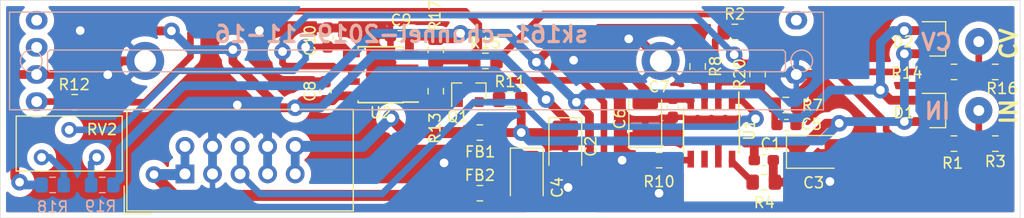
<source format=kicad_pcb>
(kicad_pcb (version 20171130) (host pcbnew "(5.0.1-3-g963ef8bb5)")

  (general
    (thickness 1.6)
    (drawings 9)
    (tracks 356)
    (zones 0)
    (modules 39)
    (nets 25)
  )

  (page A4)
  (layers
    (0 F.Cu signal hide)
    (31 B.Cu signal hide)
    (32 B.Adhes user hide)
    (33 F.Adhes user hide)
    (34 B.Paste user hide)
    (35 F.Paste user hide)
    (36 B.SilkS user hide)
    (37 F.SilkS user)
    (38 B.Mask user)
    (39 F.Mask user hide)
    (40 Dwgs.User user)
    (41 Cmts.User user)
    (42 Eco1.User user)
    (43 Eco2.User user)
    (44 Edge.Cuts user)
    (45 Margin user)
    (46 B.CrtYd user hide)
    (47 F.CrtYd user hide)
    (48 B.Fab user)
    (49 F.Fab user)
  )

  (setup
    (last_trace_width 0.6096)
    (user_trace_width 0.254)
    (user_trace_width 0.4064)
    (user_trace_width 0.6096)
    (user_trace_width 0.8128)
    (user_trace_width 1.016)
    (trace_clearance 0.6096)
    (zone_clearance 0.508)
    (zone_45_only no)
    (trace_min 0.2)
    (segment_width 0.2)
    (edge_width 0.05)
    (via_size 1.524)
    (via_drill 0.8)
    (via_min_size 0.4)
    (via_min_drill 0.3)
    (uvia_size 0.3)
    (uvia_drill 0.1)
    (uvias_allowed no)
    (uvia_min_size 0.2)
    (uvia_min_drill 0.1)
    (pcb_text_width 0.3)
    (pcb_text_size 1.5 1.5)
    (mod_edge_width 0.12)
    (mod_text_size 1 1)
    (mod_text_width 0.15)
    (pad_size 3.500001 3.500001)
    (pad_drill 2)
    (pad_to_mask_clearance 0.051)
    (solder_mask_min_width 0.25)
    (aux_axis_origin 0 0)
    (visible_elements FFFDFF7F)
    (pcbplotparams
      (layerselection 0x030fc_ffffffff)
      (usegerberextensions false)
      (usegerberattributes false)
      (usegerberadvancedattributes false)
      (creategerberjobfile false)
      (excludeedgelayer true)
      (linewidth 0.100000)
      (plotframeref false)
      (viasonmask true)
      (mode 1)
      (useauxorigin false)
      (hpglpennumber 1)
      (hpglpenspeed 20)
      (hpglpendiameter 15.000000)
      (psnegative false)
      (psa4output false)
      (plotreference false)
      (plotvalue false)
      (plotinvisibletext false)
      (padsonsilk false)
      (subtractmaskfromsilk false)
      (outputformat 1)
      (mirror false)
      (drillshape 0)
      (scaleselection 1)
      (outputdirectory ""))
  )

  (net 0 "")
  (net 1 +5V)
  (net 2 GND)
  (net 3 -5V)
  (net 4 "Net-(C5-Pad2)")
  (net 5 "Net-(D1-Pad3)")
  (net 6 "Net-(D2-Pad3)")
  (net 7 "Net-(FB1-Pad1)")
  (net 8 "Net-(FB2-Pad1)")
  (net 9 "Net-(J1-Pad5)")
  (net 10 "Net-(J2-Pad1)")
  (net 11 "Net-(J5-Pad1)")
  (net 12 "Net-(Q1-PadB)")
  (net 13 "Net-(Q1-PadE)")
  (net 14 "Net-(Q1-PadC)")
  (net 15 "Net-(R2-Pad1)")
  (net 16 "Net-(R4-Pad1)")
  (net 17 "Net-(R10-Pad2)")
  (net 18 "Net-(R12-Pad2)")
  (net 19 "Net-(R12-Pad1)")
  (net 20 "Net-(R18-Pad1)")
  (net 21 "Net-(R19-Pad2)")
  (net 22 "Net-(C10-Pad2)")
  (net 23 "Net-(R20-Pad2)")
  (net 24 "Net-(U1-Pad6)")

  (net_class Default "This is the default net class."
    (clearance 0.6096)
    (trace_width 0.6096)
    (via_dia 1.524)
    (via_drill 0.8)
    (uvia_dia 0.3)
    (uvia_drill 0.1)
    (add_net "Net-(C10-Pad2)")
    (add_net "Net-(C5-Pad2)")
    (add_net "Net-(D1-Pad3)")
    (add_net "Net-(D2-Pad3)")
    (add_net "Net-(FB1-Pad1)")
    (add_net "Net-(FB2-Pad1)")
    (add_net "Net-(J1-Pad5)")
    (add_net "Net-(J2-Pad1)")
    (add_net "Net-(J5-Pad1)")
    (add_net "Net-(Q1-PadB)")
    (add_net "Net-(Q1-PadC)")
    (add_net "Net-(Q1-PadE)")
    (add_net "Net-(R10-Pad2)")
    (add_net "Net-(R12-Pad1)")
    (add_net "Net-(R12-Pad2)")
    (add_net "Net-(R18-Pad1)")
    (add_net "Net-(R19-Pad2)")
    (add_net "Net-(R2-Pad1)")
    (add_net "Net-(R20-Pad2)")
    (add_net "Net-(R4-Pad1)")
    (add_net "Net-(U1-Pad6)")
  )

  (net_class Power ""
    (clearance 0.6096)
    (trace_width 0.8128)
    (via_dia 1.524)
    (via_drill 0.8)
    (uvia_dia 0.3)
    (uvia_drill 0.1)
    (add_net +5V)
    (add_net -5V)
    (add_net GND)
  )

  (module synkie_footprints:R_0805_2012Metric_Pad1.15x1.40mm_HandSolder (layer F.Cu) (tedit 5B36C52B) (tstamp 5DCF27FF)
    (at 145.9865 57.5945 90)
    (descr "Resistor SMD 0805 (2012 Metric), square (rectangular) end terminal, IPC_7351 nominal with elongated pad for handsoldering. (Body size source: https://docs.google.com/spreadsheets/d/1BsfQQcO9C6DZCsRaXUlFlo91Tg2WpOkGARC1WS5S8t0/edit?usp=sharing), generated with kicad-footprint-generator")
    (tags "resistor handsolder")
    (path /5DD15203)
    (attr smd)
    (fp_text reference R20 (at 0 -1.65 90) (layer F.SilkS)
      (effects (font (size 1 1) (thickness 0.15)))
    )
    (fp_text value 3k (at 0 1.65 90) (layer F.Fab)
      (effects (font (size 1 1) (thickness 0.15)))
    )
    (fp_text user %R (at 0 0 90) (layer F.Fab)
      (effects (font (size 0.5 0.5) (thickness 0.08)))
    )
    (fp_line (start 1.85 0.95) (end -1.85 0.95) (layer F.CrtYd) (width 0.05))
    (fp_line (start 1.85 -0.95) (end 1.85 0.95) (layer F.CrtYd) (width 0.05))
    (fp_line (start -1.85 -0.95) (end 1.85 -0.95) (layer F.CrtYd) (width 0.05))
    (fp_line (start -1.85 0.95) (end -1.85 -0.95) (layer F.CrtYd) (width 0.05))
    (fp_line (start -0.261252 0.71) (end 0.261252 0.71) (layer F.SilkS) (width 0.12))
    (fp_line (start -0.261252 -0.71) (end 0.261252 -0.71) (layer F.SilkS) (width 0.12))
    (fp_line (start 1 0.6) (end -1 0.6) (layer F.Fab) (width 0.1))
    (fp_line (start 1 -0.6) (end 1 0.6) (layer F.Fab) (width 0.1))
    (fp_line (start -1 -0.6) (end 1 -0.6) (layer F.Fab) (width 0.1))
    (fp_line (start -1 0.6) (end -1 -0.6) (layer F.Fab) (width 0.1))
    (pad 2 smd roundrect (at 1.025 0 90) (size 1.15 1.4) (layers F.Cu F.Paste F.Mask) (roundrect_rratio 0.217391)
      (net 23 "Net-(R20-Pad2)"))
    (pad 1 smd roundrect (at -1.025 0 90) (size 1.15 1.4) (layers F.Cu F.Paste F.Mask) (roundrect_rratio 0.217391)
      (net 4 "Net-(C5-Pad2)"))
    (model ${KISYS3DMOD}/Resistor_SMD.3dshapes/R_0805_2012Metric.wrl
      (at (xyz 0 0 0))
      (scale (xyz 1 1 1))
      (rotate (xyz 0 0 0))
    )
  )

  (module synkie_footprints:C_0603_1608Metric_Pad1.05x0.95mm_HandSolder (layer F.Cu) (tedit 5B301BBE) (tstamp 5DCF2DDB)
    (at 106.3625 54.229 270)
    (descr "Capacitor SMD 0603 (1608 Metric), square (rectangular) end terminal, IPC_7351 nominal with elongated pad for handsoldering. (Body size source: http://www.tortai-tech.com/upload/download/2011102023233369053.pdf), generated with kicad-footprint-generator")
    (tags "capacitor handsolder")
    (path /5DDC04F7)
    (attr smd)
    (fp_text reference C10 (at 0.2794 1.6129 90) (layer F.SilkS)
      (effects (font (size 1 1) (thickness 0.15)))
    )
    (fp_text value 1u (at 0 1.43 90) (layer F.Fab)
      (effects (font (size 1 1) (thickness 0.15)))
    )
    (fp_text user %R (at 0 0 90) (layer F.Fab)
      (effects (font (size 0.4 0.4) (thickness 0.06)))
    )
    (fp_line (start 1.65 0.73) (end -1.65 0.73) (layer F.CrtYd) (width 0.05))
    (fp_line (start 1.65 -0.73) (end 1.65 0.73) (layer F.CrtYd) (width 0.05))
    (fp_line (start -1.65 -0.73) (end 1.65 -0.73) (layer F.CrtYd) (width 0.05))
    (fp_line (start -1.65 0.73) (end -1.65 -0.73) (layer F.CrtYd) (width 0.05))
    (fp_line (start -0.171267 0.51) (end 0.171267 0.51) (layer F.SilkS) (width 0.12))
    (fp_line (start -0.171267 -0.51) (end 0.171267 -0.51) (layer F.SilkS) (width 0.12))
    (fp_line (start 0.8 0.4) (end -0.8 0.4) (layer F.Fab) (width 0.1))
    (fp_line (start 0.8 -0.4) (end 0.8 0.4) (layer F.Fab) (width 0.1))
    (fp_line (start -0.8 -0.4) (end 0.8 -0.4) (layer F.Fab) (width 0.1))
    (fp_line (start -0.8 0.4) (end -0.8 -0.4) (layer F.Fab) (width 0.1))
    (pad 2 smd roundrect (at 0.875 0 270) (size 1.05 0.95) (layers F.Cu F.Paste F.Mask) (roundrect_rratio 0.25)
      (net 22 "Net-(C10-Pad2)"))
    (pad 1 smd roundrect (at -0.875 0 270) (size 1.05 0.95) (layers F.Cu F.Paste F.Mask) (roundrect_rratio 0.25)
      (net 2 GND))
    (model ${KISYS3DMOD}/Capacitor_SMD.3dshapes/C_0603_1608Metric.wrl
      (at (xyz 0 0 0))
      (scale (xyz 1 1 1))
      (rotate (xyz 0 0 0))
    )
  )

  (module synkie_footprints:C_0603_1608Metric_Pad1.05x0.95mm_HandSolder (layer F.Cu) (tedit 5B301BBE) (tstamp 5DCF24C6)
    (at 148.6535 62.2935 180)
    (descr "Capacitor SMD 0603 (1608 Metric), square (rectangular) end terminal, IPC_7351 nominal with elongated pad for handsoldering. (Body size source: http://www.tortai-tech.com/upload/download/2011102023233369053.pdf), generated with kicad-footprint-generator")
    (tags "capacitor handsolder")
    (path /5DDA6AA4)
    (attr smd)
    (fp_text reference C5 (at -2.2987 0.0635) (layer F.SilkS)
      (effects (font (size 1 1) (thickness 0.15)))
    )
    (fp_text value 1u (at 0 1.43) (layer F.Fab)
      (effects (font (size 1 1) (thickness 0.15)))
    )
    (fp_text user %R (at 0 0) (layer F.Fab)
      (effects (font (size 0.4 0.4) (thickness 0.06)))
    )
    (fp_line (start 1.65 0.73) (end -1.65 0.73) (layer F.CrtYd) (width 0.05))
    (fp_line (start 1.65 -0.73) (end 1.65 0.73) (layer F.CrtYd) (width 0.05))
    (fp_line (start -1.65 -0.73) (end 1.65 -0.73) (layer F.CrtYd) (width 0.05))
    (fp_line (start -1.65 0.73) (end -1.65 -0.73) (layer F.CrtYd) (width 0.05))
    (fp_line (start -0.171267 0.51) (end 0.171267 0.51) (layer F.SilkS) (width 0.12))
    (fp_line (start -0.171267 -0.51) (end 0.171267 -0.51) (layer F.SilkS) (width 0.12))
    (fp_line (start 0.8 0.4) (end -0.8 0.4) (layer F.Fab) (width 0.1))
    (fp_line (start 0.8 -0.4) (end 0.8 0.4) (layer F.Fab) (width 0.1))
    (fp_line (start -0.8 -0.4) (end 0.8 -0.4) (layer F.Fab) (width 0.1))
    (fp_line (start -0.8 0.4) (end -0.8 -0.4) (layer F.Fab) (width 0.1))
    (pad 2 smd roundrect (at 0.875 0 180) (size 1.05 0.95) (layers F.Cu F.Paste F.Mask) (roundrect_rratio 0.25)
      (net 4 "Net-(C5-Pad2)"))
    (pad 1 smd roundrect (at -0.875 0 180) (size 1.05 0.95) (layers F.Cu F.Paste F.Mask) (roundrect_rratio 0.25)
      (net 2 GND))
    (model ${KISYS3DMOD}/Capacitor_SMD.3dshapes/C_0603_1608Metric.wrl
      (at (xyz 0 0 0))
      (scale (xyz 1 1 1))
      (rotate (xyz 0 0 0))
    )
  )

  (module synkie_footprints:L_0805_2012Metric_Pad1.15x1.40mm_HandSolder (layer F.Cu) (tedit 5B36C52B) (tstamp 5DCE39DD)
    (at 120.396 68.58)
    (descr "Capacitor SMD 0805 (2012 Metric), square (rectangular) end terminal, IPC_7351 nominal with elongated pad for handsoldering. (Body size source: https://docs.google.com/spreadsheets/d/1BsfQQcO9C6DZCsRaXUlFlo91Tg2WpOkGARC1WS5S8t0/edit?usp=sharing), generated with kicad-footprint-generator")
    (tags "inductor handsolder")
    (path /5DCE4D3A)
    (attr smd)
    (fp_text reference FB2 (at 0 -1.65) (layer F.SilkS)
      (effects (font (size 1 1) (thickness 0.15)))
    )
    (fp_text value 330u (at 0 1.65) (layer F.Fab)
      (effects (font (size 1 1) (thickness 0.15)))
    )
    (fp_line (start -1 0.6) (end -1 -0.6) (layer F.Fab) (width 0.1))
    (fp_line (start -1 -0.6) (end 1 -0.6) (layer F.Fab) (width 0.1))
    (fp_line (start 1 -0.6) (end 1 0.6) (layer F.Fab) (width 0.1))
    (fp_line (start 1 0.6) (end -1 0.6) (layer F.Fab) (width 0.1))
    (fp_line (start -0.261252 -0.71) (end 0.261252 -0.71) (layer F.SilkS) (width 0.12))
    (fp_line (start -0.261252 0.71) (end 0.261252 0.71) (layer F.SilkS) (width 0.12))
    (fp_line (start -1.85 0.95) (end -1.85 -0.95) (layer F.CrtYd) (width 0.05))
    (fp_line (start -1.85 -0.95) (end 1.85 -0.95) (layer F.CrtYd) (width 0.05))
    (fp_line (start 1.85 -0.95) (end 1.85 0.95) (layer F.CrtYd) (width 0.05))
    (fp_line (start 1.85 0.95) (end -1.85 0.95) (layer F.CrtYd) (width 0.05))
    (fp_text user %R (at 0 0) (layer F.Fab)
      (effects (font (size 0.5 0.5) (thickness 0.08)))
    )
    (pad 1 smd roundrect (at -1.025 0) (size 1.15 1.4) (layers F.Cu F.Paste F.Mask) (roundrect_rratio 0.217391)
      (net 8 "Net-(FB2-Pad1)"))
    (pad 2 smd roundrect (at 1.025 0) (size 1.15 1.4) (layers F.Cu F.Paste F.Mask) (roundrect_rratio 0.217391)
      (net 3 -5V))
    (model ${KISYS3DMOD}/Inductor_SMD.3dshapes/L_0805_2012Metric.wrl
      (at (xyz 0 0 0))
      (scale (xyz 1 1 1))
      (rotate (xyz 0 0 0))
    )
  )

  (module synkie_footprints:L_0805_2012Metric_Pad1.15x1.40mm_HandSolder (layer F.Cu) (tedit 5B36C52B) (tstamp 5DCE39AD)
    (at 120.396 62.992)
    (descr "Capacitor SMD 0805 (2012 Metric), square (rectangular) end terminal, IPC_7351 nominal with elongated pad for handsoldering. (Body size source: https://docs.google.com/spreadsheets/d/1BsfQQcO9C6DZCsRaXUlFlo91Tg2WpOkGARC1WS5S8t0/edit?usp=sharing), generated with kicad-footprint-generator")
    (tags "inductor handsolder")
    (path /5DCE4D39)
    (attr smd)
    (fp_text reference FB1 (at 0.0254 1.778) (layer F.SilkS)
      (effects (font (size 1 1) (thickness 0.15)))
    )
    (fp_text value 330u (at 0 1.65) (layer F.Fab)
      (effects (font (size 1 1) (thickness 0.15)))
    )
    (fp_line (start -1 0.6) (end -1 -0.6) (layer F.Fab) (width 0.1))
    (fp_line (start -1 -0.6) (end 1 -0.6) (layer F.Fab) (width 0.1))
    (fp_line (start 1 -0.6) (end 1 0.6) (layer F.Fab) (width 0.1))
    (fp_line (start 1 0.6) (end -1 0.6) (layer F.Fab) (width 0.1))
    (fp_line (start -0.261252 -0.71) (end 0.261252 -0.71) (layer F.SilkS) (width 0.12))
    (fp_line (start -0.261252 0.71) (end 0.261252 0.71) (layer F.SilkS) (width 0.12))
    (fp_line (start -1.85 0.95) (end -1.85 -0.95) (layer F.CrtYd) (width 0.05))
    (fp_line (start -1.85 -0.95) (end 1.85 -0.95) (layer F.CrtYd) (width 0.05))
    (fp_line (start 1.85 -0.95) (end 1.85 0.95) (layer F.CrtYd) (width 0.05))
    (fp_line (start 1.85 0.95) (end -1.85 0.95) (layer F.CrtYd) (width 0.05))
    (fp_text user %R (at 0 0) (layer F.Fab)
      (effects (font (size 0.5 0.5) (thickness 0.08)))
    )
    (pad 1 smd roundrect (at -1.025 0) (size 1.15 1.4) (layers F.Cu F.Paste F.Mask) (roundrect_rratio 0.217391)
      (net 7 "Net-(FB1-Pad1)"))
    (pad 2 smd roundrect (at 1.025 0) (size 1.15 1.4) (layers F.Cu F.Paste F.Mask) (roundrect_rratio 0.217391)
      (net 1 +5V))
    (model ${KISYS3DMOD}/Inductor_SMD.3dshapes/L_0805_2012Metric.wrl
      (at (xyz 0 0 0))
      (scale (xyz 1 1 1))
      (rotate (xyz 0 0 0))
    )
  )

  (module synkie_footprints:Potentiometer_Alps_RS6011xP_Slide (layer B.Cu) (tedit 5DCFC4EB) (tstamp 5DCE13A1)
    (at 114.554 56.388)
    (path /5DCFA951)
    (fp_text reference RV1 (at 0 -6) (layer B.SilkS) hide
      (effects (font (size 1 1) (thickness 0.15)) (justify mirror))
    )
    (fp_text value 10k (at 0 5.5) (layer B.Fab)
      (effects (font (size 1 1) (thickness 0.15)) (justify mirror))
    )
    (fp_line (start -37.5 4.5) (end -37.5 -4.5) (layer B.SilkS) (width 0.12))
    (fp_line (start -37.5 -4.5) (end 37.5 -4.5) (layer B.SilkS) (width 0.12))
    (fp_line (start 37.5 -4.5) (end 37.5 4.5) (layer B.SilkS) (width 0.12))
    (fp_line (start 37.5 4.5) (end -37.5 4.5) (layer B.SilkS) (width 0.12))
    (fp_circle (center -35.5 0) (end -35.5 1) (layer B.SilkS) (width 0.12))
    (fp_circle (center 35.5 0) (end 35.5 -1) (layer B.SilkS) (width 0.12))
    (fp_line (start -33.8 1) (end -34 0.8) (layer B.SilkS) (width 0.12))
    (fp_line (start -34 0.8) (end -34 -0.8) (layer B.SilkS) (width 0.12))
    (fp_line (start -34 -0.8) (end -33.8 -1) (layer B.SilkS) (width 0.12))
    (fp_line (start -33.8 -1) (end 33.8 -1) (layer B.SilkS) (width 0.12))
    (fp_line (start 33.8 -1) (end 34 -0.8) (layer B.SilkS) (width 0.12))
    (fp_line (start 34 -0.8) (end 34 0.8) (layer B.SilkS) (width 0.12))
    (fp_line (start 34 0.8) (end 33.8 1) (layer B.SilkS) (width 0.12))
    (fp_line (start 33.8 1) (end -33.8 1) (layer B.SilkS) (width 0.12))
    (pad 2 thru_hole oval (at -35 3.75) (size 2 1.7) (drill 1) (layers *.Cu *.Mask)
      (net 18 "Net-(R12-Pad2)"))
    (pad 1 thru_hole oval (at -35 1.25) (size 2 1.7) (drill 1) (layers *.Cu *.Mask)
      (net 1 +5V))
    (pad 2B thru_hole oval (at -35 -1.25) (size 2 1.7) (drill 1) (layers *.Cu *.Mask))
    (pad 1B thru_hole oval (at -35 -3.75) (size 2 1.7) (drill 1) (layers *.Cu *.Mask))
    (pad 3 thru_hole oval (at 35 1.25) (size 2 1.7) (drill 1) (layers *.Cu *.Mask)
      (net 2 GND))
    (pad 3B thru_hole oval (at 35 -3.75) (size 2 1.7) (drill 1) (layers *.Cu *.Mask))
    (pad 4 thru_hole circle (at -25 0) (size 3.500001 3.500001) (drill 2) (layers *.Cu *.Mask)
      (net 2 GND))
    (pad 5 thru_hole circle (at 22.5 0) (size 3.500001 3.500001) (drill 2) (layers *.Cu *.Mask)
      (net 2 GND))
  )

  (module synkie_footprints:SOIC-8_3.9x4.9mm_P1.27mm (layer F.Cu) (tedit 5A02F2D3) (tstamp 5DCE4D73)
    (at 111.252 57.658 180)
    (descr "8-Lead Plastic Small Outline (SN) - Narrow, 3.90 mm Body [SOIC] (see Microchip Packaging Specification 00000049BS.pdf)")
    (tags "SOIC 1.27")
    (path /5DCB71E3)
    (attr smd)
    (fp_text reference U2 (at 0 -3.5) (layer F.SilkS)
      (effects (font (size 1 1) (thickness 0.15)))
    )
    (fp_text value LMH6643 (at 0 3.5) (layer F.Fab)
      (effects (font (size 1 1) (thickness 0.15)))
    )
    (fp_line (start -2.075 -2.525) (end -3.475 -2.525) (layer F.SilkS) (width 0.15))
    (fp_line (start -2.075 2.575) (end 2.075 2.575) (layer F.SilkS) (width 0.15))
    (fp_line (start -2.075 -2.575) (end 2.075 -2.575) (layer F.SilkS) (width 0.15))
    (fp_line (start -2.075 2.575) (end -2.075 2.43) (layer F.SilkS) (width 0.15))
    (fp_line (start 2.075 2.575) (end 2.075 2.43) (layer F.SilkS) (width 0.15))
    (fp_line (start 2.075 -2.575) (end 2.075 -2.43) (layer F.SilkS) (width 0.15))
    (fp_line (start -2.075 -2.575) (end -2.075 -2.525) (layer F.SilkS) (width 0.15))
    (fp_line (start -3.73 2.7) (end 3.73 2.7) (layer F.CrtYd) (width 0.05))
    (fp_line (start -3.73 -2.7) (end 3.73 -2.7) (layer F.CrtYd) (width 0.05))
    (fp_line (start 3.73 -2.7) (end 3.73 2.7) (layer F.CrtYd) (width 0.05))
    (fp_line (start -3.73 -2.7) (end -3.73 2.7) (layer F.CrtYd) (width 0.05))
    (fp_line (start -1.95 -1.45) (end -0.95 -2.45) (layer F.Fab) (width 0.1))
    (fp_line (start -1.95 2.45) (end -1.95 -1.45) (layer F.Fab) (width 0.1))
    (fp_line (start 1.95 2.45) (end -1.95 2.45) (layer F.Fab) (width 0.1))
    (fp_line (start 1.95 -2.45) (end 1.95 2.45) (layer F.Fab) (width 0.1))
    (fp_line (start -0.95 -2.45) (end 1.95 -2.45) (layer F.Fab) (width 0.1))
    (fp_text user %R (at 0 0) (layer F.Fab)
      (effects (font (size 1 1) (thickness 0.15)))
    )
    (pad 8 smd rect (at 2.7 -1.905 180) (size 1.55 0.6) (layers F.Cu F.Paste F.Mask)
      (net 1 +5V))
    (pad 7 smd rect (at 2.7 -0.635 180) (size 1.55 0.6) (layers F.Cu F.Paste F.Mask)
      (net 23 "Net-(R20-Pad2)"))
    (pad 6 smd rect (at 2.7 0.635 180) (size 1.55 0.6) (layers F.Cu F.Paste F.Mask)
      (net 23 "Net-(R20-Pad2)"))
    (pad 5 smd rect (at 2.7 1.905 180) (size 1.55 0.6) (layers F.Cu F.Paste F.Mask)
      (net 22 "Net-(C10-Pad2)"))
    (pad 4 smd rect (at -2.7 1.905 180) (size 1.55 0.6) (layers F.Cu F.Paste F.Mask)
      (net 3 -5V))
    (pad 3 smd rect (at -2.7 0.635 180) (size 1.55 0.6) (layers F.Cu F.Paste F.Mask)
      (net 2 GND))
    (pad 2 smd rect (at -2.7 -0.635 180) (size 1.55 0.6) (layers F.Cu F.Paste F.Mask)
      (net 19 "Net-(R12-Pad1)"))
    (pad 1 smd rect (at -2.7 -1.905 180) (size 1.55 0.6) (layers F.Cu F.Paste F.Mask)
      (net 12 "Net-(Q1-PadB)"))
    (model ${KISYS3DMOD}/Package_SO.3dshapes/SOIC-8_3.9x4.9mm_P1.27mm.wrl
      (at (xyz 0 0 0))
      (scale (xyz 1 1 1))
      (rotate (xyz 0 0 0))
    )
  )

  (module synkie_footprints:SOIC-8_3.9x4.9mm_P1.27mm (layer F.Cu) (tedit 5A02F2D3) (tstamp 5DCE61E4)
    (at 141.732 62.738 270)
    (descr "8-Lead Plastic Small Outline (SN) - Narrow, 3.90 mm Body [SOIC] (see Microchip Packaging Specification 00000049BS.pdf)")
    (tags "SOIC 1.27")
    (path /5DCFCF56)
    (attr smd)
    (fp_text reference U1 (at 0 -3.5 90) (layer F.SilkS)
      (effects (font (size 1 1) (thickness 0.15)))
    )
    (fp_text value LT1228 (at 0 3.5 90) (layer F.Fab)
      (effects (font (size 1 1) (thickness 0.15)))
    )
    (fp_text user %R (at 0 0 90) (layer F.Fab)
      (effects (font (size 1 1) (thickness 0.15)))
    )
    (fp_line (start -0.95 -2.45) (end 1.95 -2.45) (layer F.Fab) (width 0.1))
    (fp_line (start 1.95 -2.45) (end 1.95 2.45) (layer F.Fab) (width 0.1))
    (fp_line (start 1.95 2.45) (end -1.95 2.45) (layer F.Fab) (width 0.1))
    (fp_line (start -1.95 2.45) (end -1.95 -1.45) (layer F.Fab) (width 0.1))
    (fp_line (start -1.95 -1.45) (end -0.95 -2.45) (layer F.Fab) (width 0.1))
    (fp_line (start -3.73 -2.7) (end -3.73 2.7) (layer F.CrtYd) (width 0.05))
    (fp_line (start 3.73 -2.7) (end 3.73 2.7) (layer F.CrtYd) (width 0.05))
    (fp_line (start -3.73 -2.7) (end 3.73 -2.7) (layer F.CrtYd) (width 0.05))
    (fp_line (start -3.73 2.7) (end 3.73 2.7) (layer F.CrtYd) (width 0.05))
    (fp_line (start -2.075 -2.575) (end -2.075 -2.525) (layer F.SilkS) (width 0.15))
    (fp_line (start 2.075 -2.575) (end 2.075 -2.43) (layer F.SilkS) (width 0.15))
    (fp_line (start 2.075 2.575) (end 2.075 2.43) (layer F.SilkS) (width 0.15))
    (fp_line (start -2.075 2.575) (end -2.075 2.43) (layer F.SilkS) (width 0.15))
    (fp_line (start -2.075 -2.575) (end 2.075 -2.575) (layer F.SilkS) (width 0.15))
    (fp_line (start -2.075 2.575) (end 2.075 2.575) (layer F.SilkS) (width 0.15))
    (fp_line (start -2.075 -2.525) (end -3.475 -2.525) (layer F.SilkS) (width 0.15))
    (pad 1 smd rect (at -2.7 -1.905 270) (size 1.55 0.6) (layers F.Cu F.Paste F.Mask)
      (net 9 "Net-(J1-Pad5)"))
    (pad 2 smd rect (at -2.7 -0.635 270) (size 1.55 0.6) (layers F.Cu F.Paste F.Mask)
      (net 4 "Net-(C5-Pad2)"))
    (pad 3 smd rect (at -2.7 0.635 270) (size 1.55 0.6) (layers F.Cu F.Paste F.Mask)
      (net 15 "Net-(R2-Pad1)"))
    (pad 4 smd rect (at -2.7 1.905 270) (size 1.55 0.6) (layers F.Cu F.Paste F.Mask)
      (net 3 -5V))
    (pad 5 smd rect (at 2.7 1.905 270) (size 1.55 0.6) (layers F.Cu F.Paste F.Mask)
      (net 17 "Net-(R10-Pad2)"))
    (pad 6 smd rect (at 2.7 0.635 270) (size 1.55 0.6) (layers F.Cu F.Paste F.Mask)
      (net 24 "Net-(U1-Pad6)"))
    (pad 7 smd rect (at 2.7 -0.635 270) (size 1.55 0.6) (layers F.Cu F.Paste F.Mask)
      (net 1 +5V))
    (pad 8 smd rect (at 2.7 -1.905 270) (size 1.55 0.6) (layers F.Cu F.Paste F.Mask)
      (net 16 "Net-(R4-Pad1)"))
    (model ${KISYS3DMOD}/Package_SO.3dshapes/SOIC-8_3.9x4.9mm_P1.27mm.wrl
      (at (xyz 0 0 0))
      (scale (xyz 1 1 1))
      (rotate (xyz 0 0 0))
    )
  )

  (module synkie_footprints:Potentiometer_Bourns_3296Y_Vertical (layer F.Cu) (tedit 5A3D4994) (tstamp 5DCE3971)
    (at 80.01 65.278 180)
    (descr "Potentiometer, vertical, Bourns 3296Y, https://www.bourns.com/pdfs/3296.pdf")
    (tags "Potentiometer vertical Bourns 3296Y")
    (path /5DD8D848)
    (fp_text reference RV2 (at -5.5626 2.5654) (layer F.SilkS)
      (effects (font (size 1 1) (thickness 0.15)))
    )
    (fp_text value 500 (at -2.54 4.94) (layer F.Fab)
      (effects (font (size 1 1) (thickness 0.15)))
    )
    (fp_circle (center 0.955 2.42) (end 2.05 2.42) (layer F.Fab) (width 0.1))
    (fp_line (start -7.305 -1.14) (end -7.305 3.69) (layer F.Fab) (width 0.1))
    (fp_line (start -7.305 3.69) (end 2.225 3.69) (layer F.Fab) (width 0.1))
    (fp_line (start 2.225 3.69) (end 2.225 -1.14) (layer F.Fab) (width 0.1))
    (fp_line (start 2.225 -1.14) (end -7.305 -1.14) (layer F.Fab) (width 0.1))
    (fp_line (start 0.955 3.505) (end 0.956 1.336) (layer F.Fab) (width 0.1))
    (fp_line (start 0.955 3.505) (end 0.956 1.336) (layer F.Fab) (width 0.1))
    (fp_line (start -7.425 -1.26) (end 2.345 -1.26) (layer F.SilkS) (width 0.12))
    (fp_line (start -7.425 3.81) (end 2.345 3.81) (layer F.SilkS) (width 0.12))
    (fp_line (start -7.425 -1.26) (end -7.425 3.81) (layer F.SilkS) (width 0.12))
    (fp_line (start 2.345 -1.26) (end 2.345 3.81) (layer F.SilkS) (width 0.12))
    (fp_line (start -7.6 -1.4) (end -7.6 3.95) (layer F.CrtYd) (width 0.05))
    (fp_line (start -7.6 3.95) (end 2.5 3.95) (layer F.CrtYd) (width 0.05))
    (fp_line (start 2.5 3.95) (end 2.5 -1.4) (layer F.CrtYd) (width 0.05))
    (fp_line (start 2.5 -1.4) (end -7.6 -1.4) (layer F.CrtYd) (width 0.05))
    (fp_text user %R (at -3.175 1.275) (layer F.Fab)
      (effects (font (size 1 1) (thickness 0.15)))
    )
    (pad 1 thru_hole circle (at 0 0 180) (size 1.44 1.44) (drill 0.8) (layers *.Cu *.Mask)
      (net 20 "Net-(R18-Pad1)"))
    (pad 2 thru_hole circle (at -2.54 2.54 180) (size 1.44 1.44) (drill 0.8) (layers *.Cu *.Mask)
      (net 22 "Net-(C10-Pad2)"))
    (pad 3 thru_hole circle (at -5.08 0 180) (size 1.44 1.44) (drill 0.8) (layers *.Cu *.Mask)
      (net 21 "Net-(R19-Pad2)"))
    (model ${KISYS3DMOD}/Potentiometer_THT.3dshapes/Potentiometer_Bourns_3296Y_Vertical.wrl
      (at (xyz 0 0 0))
      (scale (xyz 1 1 1))
      (rotate (xyz 0 0 0))
    )
  )

  (module synkie_footprints:R_0805_2012Metric_Pad1.15x1.40mm_HandSolder (layer B.Cu) (tedit 5B36C52B) (tstamp 5DCE1387)
    (at 85.598 67.818 180)
    (descr "Resistor SMD 0805 (2012 Metric), square (rectangular) end terminal, IPC_7351 nominal with elongated pad for handsoldering. (Body size source: https://docs.google.com/spreadsheets/d/1BsfQQcO9C6DZCsRaXUlFlo91Tg2WpOkGARC1WS5S8t0/edit?usp=sharing), generated with kicad-footprint-generator")
    (tags "resistor handsolder")
    (path /5DE3583B)
    (attr smd)
    (fp_text reference R19 (at 0.1524 -1.9558) (layer B.SilkS)
      (effects (font (size 1 1) (thickness 0.15)) (justify mirror))
    )
    (fp_text value 3k (at 0 -1.65) (layer B.Fab)
      (effects (font (size 1 1) (thickness 0.15)) (justify mirror))
    )
    (fp_text user %R (at 0 0) (layer B.Fab)
      (effects (font (size 0.5 0.5) (thickness 0.08)) (justify mirror))
    )
    (fp_line (start 1.85 -0.95) (end -1.85 -0.95) (layer B.CrtYd) (width 0.05))
    (fp_line (start 1.85 0.95) (end 1.85 -0.95) (layer B.CrtYd) (width 0.05))
    (fp_line (start -1.85 0.95) (end 1.85 0.95) (layer B.CrtYd) (width 0.05))
    (fp_line (start -1.85 -0.95) (end -1.85 0.95) (layer B.CrtYd) (width 0.05))
    (fp_line (start -0.261252 -0.71) (end 0.261252 -0.71) (layer B.SilkS) (width 0.12))
    (fp_line (start -0.261252 0.71) (end 0.261252 0.71) (layer B.SilkS) (width 0.12))
    (fp_line (start 1 -0.6) (end -1 -0.6) (layer B.Fab) (width 0.1))
    (fp_line (start 1 0.6) (end 1 -0.6) (layer B.Fab) (width 0.1))
    (fp_line (start -1 0.6) (end 1 0.6) (layer B.Fab) (width 0.1))
    (fp_line (start -1 -0.6) (end -1 0.6) (layer B.Fab) (width 0.1))
    (pad 2 smd roundrect (at 1.025 0 180) (size 1.15 1.4) (layers B.Cu B.Paste B.Mask) (roundrect_rratio 0.217391)
      (net 21 "Net-(R19-Pad2)"))
    (pad 1 smd roundrect (at -1.025 0 180) (size 1.15 1.4) (layers B.Cu B.Paste B.Mask) (roundrect_rratio 0.217391)
      (net 3 -5V))
    (model ${KISYS3DMOD}/Resistor_SMD.3dshapes/R_0805_2012Metric.wrl
      (at (xyz 0 0 0))
      (scale (xyz 1 1 1))
      (rotate (xyz 0 0 0))
    )
  )

  (module synkie_footprints:R_0805_2012Metric_Pad1.15x1.40mm_HandSolder (layer B.Cu) (tedit 5B36C52B) (tstamp 5DCE1376)
    (at 81.026 67.818 180)
    (descr "Resistor SMD 0805 (2012 Metric), square (rectangular) end terminal, IPC_7351 nominal with elongated pad for handsoldering. (Body size source: https://docs.google.com/spreadsheets/d/1BsfQQcO9C6DZCsRaXUlFlo91Tg2WpOkGARC1WS5S8t0/edit?usp=sharing), generated with kicad-footprint-generator")
    (tags "resistor handsolder")
    (path /5DE3508C)
    (attr smd)
    (fp_text reference R18 (at 0 -2.032) (layer B.SilkS)
      (effects (font (size 1 1) (thickness 0.15)) (justify mirror))
    )
    (fp_text value 3k (at 0 -1.65) (layer B.Fab)
      (effects (font (size 1 1) (thickness 0.15)) (justify mirror))
    )
    (fp_text user %R (at 0 0) (layer B.Fab)
      (effects (font (size 0.5 0.5) (thickness 0.08)) (justify mirror))
    )
    (fp_line (start 1.85 -0.95) (end -1.85 -0.95) (layer B.CrtYd) (width 0.05))
    (fp_line (start 1.85 0.95) (end 1.85 -0.95) (layer B.CrtYd) (width 0.05))
    (fp_line (start -1.85 0.95) (end 1.85 0.95) (layer B.CrtYd) (width 0.05))
    (fp_line (start -1.85 -0.95) (end -1.85 0.95) (layer B.CrtYd) (width 0.05))
    (fp_line (start -0.261252 -0.71) (end 0.261252 -0.71) (layer B.SilkS) (width 0.12))
    (fp_line (start -0.261252 0.71) (end 0.261252 0.71) (layer B.SilkS) (width 0.12))
    (fp_line (start 1 -0.6) (end -1 -0.6) (layer B.Fab) (width 0.1))
    (fp_line (start 1 0.6) (end 1 -0.6) (layer B.Fab) (width 0.1))
    (fp_line (start -1 0.6) (end 1 0.6) (layer B.Fab) (width 0.1))
    (fp_line (start -1 -0.6) (end -1 0.6) (layer B.Fab) (width 0.1))
    (pad 2 smd roundrect (at 1.025 0 180) (size 1.15 1.4) (layers B.Cu B.Paste B.Mask) (roundrect_rratio 0.217391)
      (net 1 +5V))
    (pad 1 smd roundrect (at -1.025 0 180) (size 1.15 1.4) (layers B.Cu B.Paste B.Mask) (roundrect_rratio 0.217391)
      (net 20 "Net-(R18-Pad1)"))
    (model ${KISYS3DMOD}/Resistor_SMD.3dshapes/R_0805_2012Metric.wrl
      (at (xyz 0 0 0))
      (scale (xyz 1 1 1))
      (rotate (xyz 0 0 0))
    )
  )

  (module synkie_footprints:R_0805_2012Metric_Pad1.15x1.40mm_HandSolder (layer F.Cu) (tedit 5B36C52B) (tstamp 5DCE4DBB)
    (at 116.332 55.372 270)
    (descr "Resistor SMD 0805 (2012 Metric), square (rectangular) end terminal, IPC_7351 nominal with elongated pad for handsoldering. (Body size source: https://docs.google.com/spreadsheets/d/1BsfQQcO9C6DZCsRaXUlFlo91Tg2WpOkGARC1WS5S8t0/edit?usp=sharing), generated with kicad-footprint-generator")
    (tags "resistor handsolder")
    (path /5DE34830)
    (attr smd)
    (fp_text reference R17 (at -3.1496 0.0762 90) (layer F.SilkS)
      (effects (font (size 1 1) (thickness 0.15)))
    )
    (fp_text value 22k (at 0 1.65 90) (layer F.Fab)
      (effects (font (size 1 1) (thickness 0.15)))
    )
    (fp_text user %R (at 0 0 90) (layer F.Fab)
      (effects (font (size 0.5 0.5) (thickness 0.08)))
    )
    (fp_line (start 1.85 0.95) (end -1.85 0.95) (layer F.CrtYd) (width 0.05))
    (fp_line (start 1.85 -0.95) (end 1.85 0.95) (layer F.CrtYd) (width 0.05))
    (fp_line (start -1.85 -0.95) (end 1.85 -0.95) (layer F.CrtYd) (width 0.05))
    (fp_line (start -1.85 0.95) (end -1.85 -0.95) (layer F.CrtYd) (width 0.05))
    (fp_line (start -0.261252 0.71) (end 0.261252 0.71) (layer F.SilkS) (width 0.12))
    (fp_line (start -0.261252 -0.71) (end 0.261252 -0.71) (layer F.SilkS) (width 0.12))
    (fp_line (start 1 0.6) (end -1 0.6) (layer F.Fab) (width 0.1))
    (fp_line (start 1 -0.6) (end 1 0.6) (layer F.Fab) (width 0.1))
    (fp_line (start -1 -0.6) (end 1 -0.6) (layer F.Fab) (width 0.1))
    (fp_line (start -1 0.6) (end -1 -0.6) (layer F.Fab) (width 0.1))
    (pad 2 smd roundrect (at 1.025 0 270) (size 1.15 1.4) (layers F.Cu F.Paste F.Mask) (roundrect_rratio 0.217391)
      (net 19 "Net-(R12-Pad1)"))
    (pad 1 smd roundrect (at -1.025 0 270) (size 1.15 1.4) (layers F.Cu F.Paste F.Mask) (roundrect_rratio 0.217391)
      (net 3 -5V))
    (model ${KISYS3DMOD}/Resistor_SMD.3dshapes/R_0805_2012Metric.wrl
      (at (xyz 0 0 0))
      (scale (xyz 1 1 1))
      (rotate (xyz 0 0 0))
    )
  )

  (module synkie_footprints:R_0805_2012Metric_Pad1.15x1.40mm_HandSolder (layer F.Cu) (tedit 5B36C52B) (tstamp 5DCE1354)
    (at 167.885 57.404 180)
    (descr "Resistor SMD 0805 (2012 Metric), square (rectangular) end terminal, IPC_7351 nominal with elongated pad for handsoldering. (Body size source: https://docs.google.com/spreadsheets/d/1BsfQQcO9C6DZCsRaXUlFlo91Tg2WpOkGARC1WS5S8t0/edit?usp=sharing), generated with kicad-footprint-generator")
    (tags "resistor handsolder")
    (path /5DCC7045)
    (attr smd)
    (fp_text reference R16 (at -0.6186 -1.524) (layer F.SilkS)
      (effects (font (size 1 1) (thickness 0.15)))
    )
    (fp_text value 47k (at 0 1.65) (layer F.Fab)
      (effects (font (size 1 1) (thickness 0.15)))
    )
    (fp_text user %R (at 0 0) (layer F.Fab)
      (effects (font (size 0.5 0.5) (thickness 0.08)))
    )
    (fp_line (start 1.85 0.95) (end -1.85 0.95) (layer F.CrtYd) (width 0.05))
    (fp_line (start 1.85 -0.95) (end 1.85 0.95) (layer F.CrtYd) (width 0.05))
    (fp_line (start -1.85 -0.95) (end 1.85 -0.95) (layer F.CrtYd) (width 0.05))
    (fp_line (start -1.85 0.95) (end -1.85 -0.95) (layer F.CrtYd) (width 0.05))
    (fp_line (start -0.261252 0.71) (end 0.261252 0.71) (layer F.SilkS) (width 0.12))
    (fp_line (start -0.261252 -0.71) (end 0.261252 -0.71) (layer F.SilkS) (width 0.12))
    (fp_line (start 1 0.6) (end -1 0.6) (layer F.Fab) (width 0.1))
    (fp_line (start 1 -0.6) (end 1 0.6) (layer F.Fab) (width 0.1))
    (fp_line (start -1 -0.6) (end 1 -0.6) (layer F.Fab) (width 0.1))
    (fp_line (start -1 0.6) (end -1 -0.6) (layer F.Fab) (width 0.1))
    (pad 2 smd roundrect (at 1.025 0 180) (size 1.15 1.4) (layers F.Cu F.Paste F.Mask) (roundrect_rratio 0.217391)
      (net 11 "Net-(J5-Pad1)"))
    (pad 1 smd roundrect (at -1.025 0 180) (size 1.15 1.4) (layers F.Cu F.Paste F.Mask) (roundrect_rratio 0.217391)
      (net 2 GND))
    (model ${KISYS3DMOD}/Resistor_SMD.3dshapes/R_0805_2012Metric.wrl
      (at (xyz 0 0 0))
      (scale (xyz 1 1 1))
      (rotate (xyz 0 0 0))
    )
  )

  (module synkie_footprints:R_0805_2012Metric_Pad1.15x1.40mm_HandSolder (layer F.Cu) (tedit 5B36C52B) (tstamp 5DCE1343)
    (at 120.904 56.388)
    (descr "Resistor SMD 0805 (2012 Metric), square (rectangular) end terminal, IPC_7351 nominal with elongated pad for handsoldering. (Body size source: https://docs.google.com/spreadsheets/d/1BsfQQcO9C6DZCsRaXUlFlo91Tg2WpOkGARC1WS5S8t0/edit?usp=sharing), generated with kicad-footprint-generator")
    (tags "resistor handsolder")
    (path /5DCE4D3B)
    (attr smd)
    (fp_text reference R15 (at 0 -1.65) (layer F.SilkS)
      (effects (font (size 1 1) (thickness 0.15)))
    )
    (fp_text value 22k (at 0 1.65) (layer F.Fab)
      (effects (font (size 1 1) (thickness 0.15)))
    )
    (fp_text user %R (at 0 0) (layer F.Fab)
      (effects (font (size 0.5 0.5) (thickness 0.08)))
    )
    (fp_line (start 1.85 0.95) (end -1.85 0.95) (layer F.CrtYd) (width 0.05))
    (fp_line (start 1.85 -0.95) (end 1.85 0.95) (layer F.CrtYd) (width 0.05))
    (fp_line (start -1.85 -0.95) (end 1.85 -0.95) (layer F.CrtYd) (width 0.05))
    (fp_line (start -1.85 0.95) (end -1.85 -0.95) (layer F.CrtYd) (width 0.05))
    (fp_line (start -0.261252 0.71) (end 0.261252 0.71) (layer F.SilkS) (width 0.12))
    (fp_line (start -0.261252 -0.71) (end 0.261252 -0.71) (layer F.SilkS) (width 0.12))
    (fp_line (start 1 0.6) (end -1 0.6) (layer F.Fab) (width 0.1))
    (fp_line (start 1 -0.6) (end 1 0.6) (layer F.Fab) (width 0.1))
    (fp_line (start -1 -0.6) (end 1 -0.6) (layer F.Fab) (width 0.1))
    (fp_line (start -1 0.6) (end -1 -0.6) (layer F.Fab) (width 0.1))
    (pad 2 smd roundrect (at 1.025 0) (size 1.15 1.4) (layers F.Cu F.Paste F.Mask) (roundrect_rratio 0.217391)
      (net 6 "Net-(D2-Pad3)"))
    (pad 1 smd roundrect (at -1.025 0) (size 1.15 1.4) (layers F.Cu F.Paste F.Mask) (roundrect_rratio 0.217391)
      (net 19 "Net-(R12-Pad1)"))
    (model ${KISYS3DMOD}/Resistor_SMD.3dshapes/R_0805_2012Metric.wrl
      (at (xyz 0 0 0))
      (scale (xyz 1 1 1))
      (rotate (xyz 0 0 0))
    )
  )

  (module synkie_footprints:R_0805_2012Metric_Pad1.15x1.40mm_HandSolder (layer F.Cu) (tedit 5B36C52B) (tstamp 5DCE1332)
    (at 164.093 57.404)
    (descr "Resistor SMD 0805 (2012 Metric), square (rectangular) end terminal, IPC_7351 nominal with elongated pad for handsoldering. (Body size source: https://docs.google.com/spreadsheets/d/1BsfQQcO9C6DZCsRaXUlFlo91Tg2WpOkGARC1WS5S8t0/edit?usp=sharing), generated with kicad-footprint-generator")
    (tags "resistor handsolder")
    (path /5DCC6769)
    (attr smd)
    (fp_text reference R14 (at -4.3524 0.1016) (layer F.SilkS)
      (effects (font (size 1 1) (thickness 0.15)))
    )
    (fp_text value 100 (at 0 1.65) (layer F.Fab)
      (effects (font (size 1 1) (thickness 0.15)))
    )
    (fp_text user %R (at 0 0) (layer F.Fab)
      (effects (font (size 0.5 0.5) (thickness 0.08)))
    )
    (fp_line (start 1.85 0.95) (end -1.85 0.95) (layer F.CrtYd) (width 0.05))
    (fp_line (start 1.85 -0.95) (end 1.85 0.95) (layer F.CrtYd) (width 0.05))
    (fp_line (start -1.85 -0.95) (end 1.85 -0.95) (layer F.CrtYd) (width 0.05))
    (fp_line (start -1.85 0.95) (end -1.85 -0.95) (layer F.CrtYd) (width 0.05))
    (fp_line (start -0.261252 0.71) (end 0.261252 0.71) (layer F.SilkS) (width 0.12))
    (fp_line (start -0.261252 -0.71) (end 0.261252 -0.71) (layer F.SilkS) (width 0.12))
    (fp_line (start 1 0.6) (end -1 0.6) (layer F.Fab) (width 0.1))
    (fp_line (start 1 -0.6) (end 1 0.6) (layer F.Fab) (width 0.1))
    (fp_line (start -1 -0.6) (end 1 -0.6) (layer F.Fab) (width 0.1))
    (fp_line (start -1 0.6) (end -1 -0.6) (layer F.Fab) (width 0.1))
    (pad 2 smd roundrect (at 1.025 0) (size 1.15 1.4) (layers F.Cu F.Paste F.Mask) (roundrect_rratio 0.217391)
      (net 11 "Net-(J5-Pad1)"))
    (pad 1 smd roundrect (at -1.025 0) (size 1.15 1.4) (layers F.Cu F.Paste F.Mask) (roundrect_rratio 0.217391)
      (net 6 "Net-(D2-Pad3)"))
    (model ${KISYS3DMOD}/Resistor_SMD.3dshapes/R_0805_2012Metric.wrl
      (at (xyz 0 0 0))
      (scale (xyz 1 1 1))
      (rotate (xyz 0 0 0))
    )
  )

  (module synkie_footprints:R_0805_2012Metric_Pad1.15x1.40mm_HandSolder (layer F.Cu) (tedit 5B36C52B) (tstamp 5DCEC04E)
    (at 116.332 59.182 90)
    (descr "Resistor SMD 0805 (2012 Metric), square (rectangular) end terminal, IPC_7351 nominal with elongated pad for handsoldering. (Body size source: https://docs.google.com/spreadsheets/d/1BsfQQcO9C6DZCsRaXUlFlo91Tg2WpOkGARC1WS5S8t0/edit?usp=sharing), generated with kicad-footprint-generator")
    (tags "resistor handsolder")
    (path /5DCFB76E)
    (attr smd)
    (fp_text reference R13 (at -3.4036 -0.0762 90) (layer F.SilkS)
      (effects (font (size 1 1) (thickness 0.15)))
    )
    (fp_text value 20k (at 0 1.65 90) (layer F.Fab)
      (effects (font (size 1 1) (thickness 0.15)))
    )
    (fp_text user %R (at 0 0 90) (layer F.Fab)
      (effects (font (size 0.5 0.5) (thickness 0.08)))
    )
    (fp_line (start 1.85 0.95) (end -1.85 0.95) (layer F.CrtYd) (width 0.05))
    (fp_line (start 1.85 -0.95) (end 1.85 0.95) (layer F.CrtYd) (width 0.05))
    (fp_line (start -1.85 -0.95) (end 1.85 -0.95) (layer F.CrtYd) (width 0.05))
    (fp_line (start -1.85 0.95) (end -1.85 -0.95) (layer F.CrtYd) (width 0.05))
    (fp_line (start -0.261252 0.71) (end 0.261252 0.71) (layer F.SilkS) (width 0.12))
    (fp_line (start -0.261252 -0.71) (end 0.261252 -0.71) (layer F.SilkS) (width 0.12))
    (fp_line (start 1 0.6) (end -1 0.6) (layer F.Fab) (width 0.1))
    (fp_line (start 1 -0.6) (end 1 0.6) (layer F.Fab) (width 0.1))
    (fp_line (start -1 -0.6) (end 1 -0.6) (layer F.Fab) (width 0.1))
    (fp_line (start -1 0.6) (end -1 -0.6) (layer F.Fab) (width 0.1))
    (pad 2 smd roundrect (at 1.025 0 90) (size 1.15 1.4) (layers F.Cu F.Paste F.Mask) (roundrect_rratio 0.217391)
      (net 19 "Net-(R12-Pad1)"))
    (pad 1 smd roundrect (at -1.025 0 90) (size 1.15 1.4) (layers F.Cu F.Paste F.Mask) (roundrect_rratio 0.217391)
      (net 12 "Net-(Q1-PadB)"))
    (model ${KISYS3DMOD}/Resistor_SMD.3dshapes/R_0805_2012Metric.wrl
      (at (xyz 0 0 0))
      (scale (xyz 1 1 1))
      (rotate (xyz 0 0 0))
    )
  )

  (module synkie_footprints:R_0805_2012Metric_Pad1.15x1.40mm_HandSolder (layer F.Cu) (tedit 5B36C52B) (tstamp 5DCE1310)
    (at 83.058 60.198 180)
    (descr "Resistor SMD 0805 (2012 Metric), square (rectangular) end terminal, IPC_7351 nominal with elongated pad for handsoldering. (Body size source: https://docs.google.com/spreadsheets/d/1BsfQQcO9C6DZCsRaXUlFlo91Tg2WpOkGARC1WS5S8t0/edit?usp=sharing), generated with kicad-footprint-generator")
    (tags "resistor handsolder")
    (path /5DCFBE0A)
    (attr smd)
    (fp_text reference R12 (at 0.0508 1.6256) (layer F.SilkS)
      (effects (font (size 1 1) (thickness 0.15)))
    )
    (fp_text value 100k (at 0 1.65) (layer F.Fab)
      (effects (font (size 1 1) (thickness 0.15)))
    )
    (fp_text user %R (at 0 0) (layer F.Fab)
      (effects (font (size 0.5 0.5) (thickness 0.08)))
    )
    (fp_line (start 1.85 0.95) (end -1.85 0.95) (layer F.CrtYd) (width 0.05))
    (fp_line (start 1.85 -0.95) (end 1.85 0.95) (layer F.CrtYd) (width 0.05))
    (fp_line (start -1.85 -0.95) (end 1.85 -0.95) (layer F.CrtYd) (width 0.05))
    (fp_line (start -1.85 0.95) (end -1.85 -0.95) (layer F.CrtYd) (width 0.05))
    (fp_line (start -0.261252 0.71) (end 0.261252 0.71) (layer F.SilkS) (width 0.12))
    (fp_line (start -0.261252 -0.71) (end 0.261252 -0.71) (layer F.SilkS) (width 0.12))
    (fp_line (start 1 0.6) (end -1 0.6) (layer F.Fab) (width 0.1))
    (fp_line (start 1 -0.6) (end 1 0.6) (layer F.Fab) (width 0.1))
    (fp_line (start -1 -0.6) (end 1 -0.6) (layer F.Fab) (width 0.1))
    (fp_line (start -1 0.6) (end -1 -0.6) (layer F.Fab) (width 0.1))
    (pad 2 smd roundrect (at 1.025 0 180) (size 1.15 1.4) (layers F.Cu F.Paste F.Mask) (roundrect_rratio 0.217391)
      (net 18 "Net-(R12-Pad2)"))
    (pad 1 smd roundrect (at -1.025 0 180) (size 1.15 1.4) (layers F.Cu F.Paste F.Mask) (roundrect_rratio 0.217391)
      (net 19 "Net-(R12-Pad1)"))
    (model ${KISYS3DMOD}/Resistor_SMD.3dshapes/R_0805_2012Metric.wrl
      (at (xyz 0 0 0))
      (scale (xyz 1 1 1))
      (rotate (xyz 0 0 0))
    )
  )

  (module synkie_footprints:R_0805_2012Metric_Pad1.15x1.40mm_HandSolder (layer F.Cu) (tedit 5B36C52B) (tstamp 5DCE537A)
    (at 123.19 59.944)
    (descr "Resistor SMD 0805 (2012 Metric), square (rectangular) end terminal, IPC_7351 nominal with elongated pad for handsoldering. (Body size source: https://docs.google.com/spreadsheets/d/1BsfQQcO9C6DZCsRaXUlFlo91Tg2WpOkGARC1WS5S8t0/edit?usp=sharing), generated with kicad-footprint-generator")
    (tags "resistor handsolder")
    (path /5DCE719B)
    (attr smd)
    (fp_text reference R11 (at 0 -1.65) (layer F.SilkS)
      (effects (font (size 1 1) (thickness 0.15)))
    )
    (fp_text value 2k2 (at 0 1.65) (layer F.Fab)
      (effects (font (size 1 1) (thickness 0.15)))
    )
    (fp_text user %R (at 0 0) (layer F.Fab)
      (effects (font (size 0.5 0.5) (thickness 0.08)))
    )
    (fp_line (start 1.85 0.95) (end -1.85 0.95) (layer F.CrtYd) (width 0.05))
    (fp_line (start 1.85 -0.95) (end 1.85 0.95) (layer F.CrtYd) (width 0.05))
    (fp_line (start -1.85 -0.95) (end 1.85 -0.95) (layer F.CrtYd) (width 0.05))
    (fp_line (start -1.85 0.95) (end -1.85 -0.95) (layer F.CrtYd) (width 0.05))
    (fp_line (start -0.261252 0.71) (end 0.261252 0.71) (layer F.SilkS) (width 0.12))
    (fp_line (start -0.261252 -0.71) (end 0.261252 -0.71) (layer F.SilkS) (width 0.12))
    (fp_line (start 1 0.6) (end -1 0.6) (layer F.Fab) (width 0.1))
    (fp_line (start 1 -0.6) (end 1 0.6) (layer F.Fab) (width 0.1))
    (fp_line (start -1 -0.6) (end 1 -0.6) (layer F.Fab) (width 0.1))
    (fp_line (start -1 0.6) (end -1 -0.6) (layer F.Fab) (width 0.1))
    (pad 2 smd roundrect (at 1.025 0) (size 1.15 1.4) (layers F.Cu F.Paste F.Mask) (roundrect_rratio 0.217391)
      (net 1 +5V))
    (pad 1 smd roundrect (at -1.025 0) (size 1.15 1.4) (layers F.Cu F.Paste F.Mask) (roundrect_rratio 0.217391)
      (net 13 "Net-(Q1-PadE)"))
    (model ${KISYS3DMOD}/Resistor_SMD.3dshapes/R_0805_2012Metric.wrl
      (at (xyz 0 0 0))
      (scale (xyz 1 1 1))
      (rotate (xyz 0 0 0))
    )
  )

  (module synkie_footprints:R_0805_2012Metric_Pad1.15x1.40mm_HandSolder (layer F.Cu) (tedit 5B36C52B) (tstamp 5DCE62BF)
    (at 136.915 65.532)
    (descr "Resistor SMD 0805 (2012 Metric), square (rectangular) end terminal, IPC_7351 nominal with elongated pad for handsoldering. (Body size source: https://docs.google.com/spreadsheets/d/1BsfQQcO9C6DZCsRaXUlFlo91Tg2WpOkGARC1WS5S8t0/edit?usp=sharing), generated with kicad-footprint-generator")
    (tags "resistor handsolder")
    (path /5DCEACBF)
    (attr smd)
    (fp_text reference R10 (at -0.009 1.9812) (layer F.SilkS)
      (effects (font (size 1 1) (thickness 0.15)))
    )
    (fp_text value 1k (at 0 1.65) (layer F.Fab)
      (effects (font (size 1 1) (thickness 0.15)))
    )
    (fp_text user %R (at 0 0) (layer F.Fab)
      (effects (font (size 0.5 0.5) (thickness 0.08)))
    )
    (fp_line (start 1.85 0.95) (end -1.85 0.95) (layer F.CrtYd) (width 0.05))
    (fp_line (start 1.85 -0.95) (end 1.85 0.95) (layer F.CrtYd) (width 0.05))
    (fp_line (start -1.85 -0.95) (end 1.85 -0.95) (layer F.CrtYd) (width 0.05))
    (fp_line (start -1.85 0.95) (end -1.85 -0.95) (layer F.CrtYd) (width 0.05))
    (fp_line (start -0.261252 0.71) (end 0.261252 0.71) (layer F.SilkS) (width 0.12))
    (fp_line (start -0.261252 -0.71) (end 0.261252 -0.71) (layer F.SilkS) (width 0.12))
    (fp_line (start 1 0.6) (end -1 0.6) (layer F.Fab) (width 0.1))
    (fp_line (start 1 -0.6) (end 1 0.6) (layer F.Fab) (width 0.1))
    (fp_line (start -1 -0.6) (end 1 -0.6) (layer F.Fab) (width 0.1))
    (fp_line (start -1 0.6) (end -1 -0.6) (layer F.Fab) (width 0.1))
    (pad 2 smd roundrect (at 1.025 0) (size 1.15 1.4) (layers F.Cu F.Paste F.Mask) (roundrect_rratio 0.217391)
      (net 17 "Net-(R10-Pad2)"))
    (pad 1 smd roundrect (at -1.025 0) (size 1.15 1.4) (layers F.Cu F.Paste F.Mask) (roundrect_rratio 0.217391)
      (net 14 "Net-(Q1-PadC)"))
    (model ${KISYS3DMOD}/Resistor_SMD.3dshapes/R_0805_2012Metric.wrl
      (at (xyz 0 0 0))
      (scale (xyz 1 1 1))
      (rotate (xyz 0 0 0))
    )
  )

  (module synkie_footprints:R_0805_2012Metric_Pad1.15x1.40mm_HandSolder (layer F.Cu) (tedit 5B36C52B) (tstamp 5DCE625F)
    (at 140.462 56.896 270)
    (descr "Resistor SMD 0805 (2012 Metric), square (rectangular) end terminal, IPC_7351 nominal with elongated pad for handsoldering. (Body size source: https://docs.google.com/spreadsheets/d/1BsfQQcO9C6DZCsRaXUlFlo91Tg2WpOkGARC1WS5S8t0/edit?usp=sharing), generated with kicad-footprint-generator")
    (tags "resistor handsolder")
    (path /5DD016EB)
    (attr smd)
    (fp_text reference R8 (at 0 -1.65 90) (layer F.SilkS)
      (effects (font (size 1 1) (thickness 0.15)))
    )
    (fp_text value 100 (at 0 1.65 90) (layer F.Fab)
      (effects (font (size 1 1) (thickness 0.15)))
    )
    (fp_text user %R (at 0 0 90) (layer F.Fab)
      (effects (font (size 0.5 0.5) (thickness 0.08)))
    )
    (fp_line (start 1.85 0.95) (end -1.85 0.95) (layer F.CrtYd) (width 0.05))
    (fp_line (start 1.85 -0.95) (end 1.85 0.95) (layer F.CrtYd) (width 0.05))
    (fp_line (start -1.85 -0.95) (end 1.85 -0.95) (layer F.CrtYd) (width 0.05))
    (fp_line (start -1.85 0.95) (end -1.85 -0.95) (layer F.CrtYd) (width 0.05))
    (fp_line (start -0.261252 0.71) (end 0.261252 0.71) (layer F.SilkS) (width 0.12))
    (fp_line (start -0.261252 -0.71) (end 0.261252 -0.71) (layer F.SilkS) (width 0.12))
    (fp_line (start 1 0.6) (end -1 0.6) (layer F.Fab) (width 0.1))
    (fp_line (start 1 -0.6) (end 1 0.6) (layer F.Fab) (width 0.1))
    (fp_line (start -1 -0.6) (end 1 -0.6) (layer F.Fab) (width 0.1))
    (fp_line (start -1 0.6) (end -1 -0.6) (layer F.Fab) (width 0.1))
    (pad 2 smd roundrect (at 1.025 0 270) (size 1.15 1.4) (layers F.Cu F.Paste F.Mask) (roundrect_rratio 0.217391)
      (net 15 "Net-(R2-Pad1)"))
    (pad 1 smd roundrect (at -1.025 0 270) (size 1.15 1.4) (layers F.Cu F.Paste F.Mask) (roundrect_rratio 0.217391)
      (net 2 GND))
    (model ${KISYS3DMOD}/Resistor_SMD.3dshapes/R_0805_2012Metric.wrl
      (at (xyz 0 0 0))
      (scale (xyz 1 1 1))
      (rotate (xyz 0 0 0))
    )
  )

  (module synkie_footprints:R_0805_2012Metric_Pad1.15x1.40mm_HandSolder (layer F.Cu) (tedit 5B36C52B) (tstamp 5DCF21B4)
    (at 148.59 60.452 180)
    (descr "Resistor SMD 0805 (2012 Metric), square (rectangular) end terminal, IPC_7351 nominal with elongated pad for handsoldering. (Body size source: https://docs.google.com/spreadsheets/d/1BsfQQcO9C6DZCsRaXUlFlo91Tg2WpOkGARC1WS5S8t0/edit?usp=sharing), generated with kicad-footprint-generator")
    (tags "resistor handsolder")
    (path /5DD01004)
    (attr smd)
    (fp_text reference R7 (at -2.4384 -0.0254) (layer F.SilkS)
      (effects (font (size 1 1) (thickness 0.15)))
    )
    (fp_text value 100 (at 0 1.65) (layer F.Fab)
      (effects (font (size 1 1) (thickness 0.15)))
    )
    (fp_text user %R (at 0 0) (layer F.Fab)
      (effects (font (size 0.5 0.5) (thickness 0.08)))
    )
    (fp_line (start 1.85 0.95) (end -1.85 0.95) (layer F.CrtYd) (width 0.05))
    (fp_line (start 1.85 -0.95) (end 1.85 0.95) (layer F.CrtYd) (width 0.05))
    (fp_line (start -1.85 -0.95) (end 1.85 -0.95) (layer F.CrtYd) (width 0.05))
    (fp_line (start -1.85 0.95) (end -1.85 -0.95) (layer F.CrtYd) (width 0.05))
    (fp_line (start -0.261252 0.71) (end 0.261252 0.71) (layer F.SilkS) (width 0.12))
    (fp_line (start -0.261252 -0.71) (end 0.261252 -0.71) (layer F.SilkS) (width 0.12))
    (fp_line (start 1 0.6) (end -1 0.6) (layer F.Fab) (width 0.1))
    (fp_line (start 1 -0.6) (end 1 0.6) (layer F.Fab) (width 0.1))
    (fp_line (start -1 -0.6) (end 1 -0.6) (layer F.Fab) (width 0.1))
    (fp_line (start -1 0.6) (end -1 -0.6) (layer F.Fab) (width 0.1))
    (pad 2 smd roundrect (at 1.025 0 180) (size 1.15 1.4) (layers F.Cu F.Paste F.Mask) (roundrect_rratio 0.217391)
      (net 4 "Net-(C5-Pad2)"))
    (pad 1 smd roundrect (at -1.025 0 180) (size 1.15 1.4) (layers F.Cu F.Paste F.Mask) (roundrect_rratio 0.217391)
      (net 2 GND))
    (model ${KISYS3DMOD}/Resistor_SMD.3dshapes/R_0805_2012Metric.wrl
      (at (xyz 0 0 0))
      (scale (xyz 1 1 1))
      (rotate (xyz 0 0 0))
    )
  )

  (module synkie_footprints:R_0805_2012Metric_Pad1.15x1.40mm_HandSolder (layer F.Cu) (tedit 5B36C52B) (tstamp 5DCE622F)
    (at 146.558 67.564)
    (descr "Resistor SMD 0805 (2012 Metric), square (rectangular) end terminal, IPC_7351 nominal with elongated pad for handsoldering. (Body size source: https://docs.google.com/spreadsheets/d/1BsfQQcO9C6DZCsRaXUlFlo91Tg2WpOkGARC1WS5S8t0/edit?usp=sharing), generated with kicad-footprint-generator")
    (tags "resistor handsolder")
    (path /5DD6272C)
    (attr smd)
    (fp_text reference R4 (at 0.0508 1.8796) (layer F.SilkS)
      (effects (font (size 1 1) (thickness 0.15)))
    )
    (fp_text value 120 (at 0 1.65) (layer F.Fab)
      (effects (font (size 1 1) (thickness 0.15)))
    )
    (fp_text user %R (at 0 0) (layer F.Fab)
      (effects (font (size 0.5 0.5) (thickness 0.08)))
    )
    (fp_line (start 1.85 0.95) (end -1.85 0.95) (layer F.CrtYd) (width 0.05))
    (fp_line (start 1.85 -0.95) (end 1.85 0.95) (layer F.CrtYd) (width 0.05))
    (fp_line (start -1.85 -0.95) (end 1.85 -0.95) (layer F.CrtYd) (width 0.05))
    (fp_line (start -1.85 0.95) (end -1.85 -0.95) (layer F.CrtYd) (width 0.05))
    (fp_line (start -0.261252 0.71) (end 0.261252 0.71) (layer F.SilkS) (width 0.12))
    (fp_line (start -0.261252 -0.71) (end 0.261252 -0.71) (layer F.SilkS) (width 0.12))
    (fp_line (start 1 0.6) (end -1 0.6) (layer F.Fab) (width 0.1))
    (fp_line (start 1 -0.6) (end 1 0.6) (layer F.Fab) (width 0.1))
    (fp_line (start -1 -0.6) (end 1 -0.6) (layer F.Fab) (width 0.1))
    (fp_line (start -1 0.6) (end -1 -0.6) (layer F.Fab) (width 0.1))
    (pad 2 smd roundrect (at 1.025 0) (size 1.15 1.4) (layers F.Cu F.Paste F.Mask) (roundrect_rratio 0.217391)
      (net 2 GND))
    (pad 1 smd roundrect (at -1.025 0) (size 1.15 1.4) (layers F.Cu F.Paste F.Mask) (roundrect_rratio 0.217391)
      (net 16 "Net-(R4-Pad1)"))
    (model ${KISYS3DMOD}/Resistor_SMD.3dshapes/R_0805_2012Metric.wrl
      (at (xyz 0 0 0))
      (scale (xyz 1 1 1))
      (rotate (xyz 0 0 0))
    )
  )

  (module synkie_footprints:R_0805_2012Metric_Pad1.15x1.40mm_HandSolder (layer F.Cu) (tedit 5B36C52B) (tstamp 5DCE1277)
    (at 167.894 64.008 180)
    (descr "Resistor SMD 0805 (2012 Metric), square (rectangular) end terminal, IPC_7351 nominal with elongated pad for handsoldering. (Body size source: https://docs.google.com/spreadsheets/d/1BsfQQcO9C6DZCsRaXUlFlo91Tg2WpOkGARC1WS5S8t0/edit?usp=sharing), generated with kicad-footprint-generator")
    (tags "resistor handsolder")
    (path /5DD09E0B)
    (attr smd)
    (fp_text reference R3 (at 0 -1.65) (layer F.SilkS)
      (effects (font (size 1 1) (thickness 0.15)))
    )
    (fp_text value 47k (at 0 1.65) (layer F.Fab)
      (effects (font (size 1 1) (thickness 0.15)))
    )
    (fp_text user %R (at 0 0) (layer F.Fab)
      (effects (font (size 0.5 0.5) (thickness 0.08)))
    )
    (fp_line (start 1.85 0.95) (end -1.85 0.95) (layer F.CrtYd) (width 0.05))
    (fp_line (start 1.85 -0.95) (end 1.85 0.95) (layer F.CrtYd) (width 0.05))
    (fp_line (start -1.85 -0.95) (end 1.85 -0.95) (layer F.CrtYd) (width 0.05))
    (fp_line (start -1.85 0.95) (end -1.85 -0.95) (layer F.CrtYd) (width 0.05))
    (fp_line (start -0.261252 0.71) (end 0.261252 0.71) (layer F.SilkS) (width 0.12))
    (fp_line (start -0.261252 -0.71) (end 0.261252 -0.71) (layer F.SilkS) (width 0.12))
    (fp_line (start 1 0.6) (end -1 0.6) (layer F.Fab) (width 0.1))
    (fp_line (start 1 -0.6) (end 1 0.6) (layer F.Fab) (width 0.1))
    (fp_line (start -1 -0.6) (end 1 -0.6) (layer F.Fab) (width 0.1))
    (fp_line (start -1 0.6) (end -1 -0.6) (layer F.Fab) (width 0.1))
    (pad 2 smd roundrect (at 1.025 0 180) (size 1.15 1.4) (layers F.Cu F.Paste F.Mask) (roundrect_rratio 0.217391)
      (net 10 "Net-(J2-Pad1)"))
    (pad 1 smd roundrect (at -1.025 0 180) (size 1.15 1.4) (layers F.Cu F.Paste F.Mask) (roundrect_rratio 0.217391)
      (net 2 GND))
    (model ${KISYS3DMOD}/Resistor_SMD.3dshapes/R_0805_2012Metric.wrl
      (at (xyz 0 0 0))
      (scale (xyz 1 1 1))
      (rotate (xyz 0 0 0))
    )
  )

  (module synkie_footprints:R_0805_2012Metric_Pad1.15x1.40mm_HandSolder (layer F.Cu) (tedit 5B36C52B) (tstamp 5DCF28FA)
    (at 143.891 53.721)
    (descr "Resistor SMD 0805 (2012 Metric), square (rectangular) end terminal, IPC_7351 nominal with elongated pad for handsoldering. (Body size source: https://docs.google.com/spreadsheets/d/1BsfQQcO9C6DZCsRaXUlFlo91Tg2WpOkGARC1WS5S8t0/edit?usp=sharing), generated with kicad-footprint-generator")
    (tags "resistor handsolder")
    (path /5DD09E42)
    (attr smd)
    (fp_text reference R2 (at 0 -1.65) (layer F.SilkS)
      (effects (font (size 1 1) (thickness 0.15)))
    )
    (fp_text value 1k (at 0 1.65) (layer F.Fab)
      (effects (font (size 1 1) (thickness 0.15)))
    )
    (fp_text user %R (at 0 0) (layer F.Fab)
      (effects (font (size 0.5 0.5) (thickness 0.08)))
    )
    (fp_line (start 1.85 0.95) (end -1.85 0.95) (layer F.CrtYd) (width 0.05))
    (fp_line (start 1.85 -0.95) (end 1.85 0.95) (layer F.CrtYd) (width 0.05))
    (fp_line (start -1.85 -0.95) (end 1.85 -0.95) (layer F.CrtYd) (width 0.05))
    (fp_line (start -1.85 0.95) (end -1.85 -0.95) (layer F.CrtYd) (width 0.05))
    (fp_line (start -0.261252 0.71) (end 0.261252 0.71) (layer F.SilkS) (width 0.12))
    (fp_line (start -0.261252 -0.71) (end 0.261252 -0.71) (layer F.SilkS) (width 0.12))
    (fp_line (start 1 0.6) (end -1 0.6) (layer F.Fab) (width 0.1))
    (fp_line (start 1 -0.6) (end 1 0.6) (layer F.Fab) (width 0.1))
    (fp_line (start -1 -0.6) (end 1 -0.6) (layer F.Fab) (width 0.1))
    (fp_line (start -1 0.6) (end -1 -0.6) (layer F.Fab) (width 0.1))
    (pad 2 smd roundrect (at 1.025 0) (size 1.15 1.4) (layers F.Cu F.Paste F.Mask) (roundrect_rratio 0.217391)
      (net 5 "Net-(D1-Pad3)"))
    (pad 1 smd roundrect (at -1.025 0) (size 1.15 1.4) (layers F.Cu F.Paste F.Mask) (roundrect_rratio 0.217391)
      (net 15 "Net-(R2-Pad1)"))
    (model ${KISYS3DMOD}/Resistor_SMD.3dshapes/R_0805_2012Metric.wrl
      (at (xyz 0 0 0))
      (scale (xyz 1 1 1))
      (rotate (xyz 0 0 0))
    )
  )

  (module synkie_footprints:R_0805_2012Metric_Pad1.15x1.40mm_HandSolder (layer F.Cu) (tedit 5B36C52B) (tstamp 5DCE1255)
    (at 164.084 64.008)
    (descr "Resistor SMD 0805 (2012 Metric), square (rectangular) end terminal, IPC_7351 nominal with elongated pad for handsoldering. (Body size source: https://docs.google.com/spreadsheets/d/1BsfQQcO9C6DZCsRaXUlFlo91Tg2WpOkGARC1WS5S8t0/edit?usp=sharing), generated with kicad-footprint-generator")
    (tags "resistor handsolder")
    (path /5DD09E01)
    (attr smd)
    (fp_text reference R1 (at -0.127 1.8034) (layer F.SilkS)
      (effects (font (size 1 1) (thickness 0.15)))
    )
    (fp_text value 100 (at 0 1.65) (layer F.Fab)
      (effects (font (size 1 1) (thickness 0.15)))
    )
    (fp_text user %R (at 0 0) (layer F.Fab)
      (effects (font (size 0.5 0.5) (thickness 0.08)))
    )
    (fp_line (start 1.85 0.95) (end -1.85 0.95) (layer F.CrtYd) (width 0.05))
    (fp_line (start 1.85 -0.95) (end 1.85 0.95) (layer F.CrtYd) (width 0.05))
    (fp_line (start -1.85 -0.95) (end 1.85 -0.95) (layer F.CrtYd) (width 0.05))
    (fp_line (start -1.85 0.95) (end -1.85 -0.95) (layer F.CrtYd) (width 0.05))
    (fp_line (start -0.261252 0.71) (end 0.261252 0.71) (layer F.SilkS) (width 0.12))
    (fp_line (start -0.261252 -0.71) (end 0.261252 -0.71) (layer F.SilkS) (width 0.12))
    (fp_line (start 1 0.6) (end -1 0.6) (layer F.Fab) (width 0.1))
    (fp_line (start 1 -0.6) (end 1 0.6) (layer F.Fab) (width 0.1))
    (fp_line (start -1 -0.6) (end 1 -0.6) (layer F.Fab) (width 0.1))
    (fp_line (start -1 0.6) (end -1 -0.6) (layer F.Fab) (width 0.1))
    (pad 2 smd roundrect (at 1.025 0) (size 1.15 1.4) (layers F.Cu F.Paste F.Mask) (roundrect_rratio 0.217391)
      (net 10 "Net-(J2-Pad1)"))
    (pad 1 smd roundrect (at -1.025 0) (size 1.15 1.4) (layers F.Cu F.Paste F.Mask) (roundrect_rratio 0.217391)
      (net 5 "Net-(D1-Pad3)"))
    (model ${KISYS3DMOD}/Resistor_SMD.3dshapes/R_0805_2012Metric.wrl
      (at (xyz 0 0 0))
      (scale (xyz 1 1 1))
      (rotate (xyz 0 0 0))
    )
  )

  (module synkie_footprints:SOT-23_BEC (layer F.Cu) (tedit 5DCAD918) (tstamp 5DCE1244)
    (at 119.38 59.182 90)
    (descr "SOT-23, Base-Emittor-Collector")
    (tags "SOT-23, BEC")
    (path /5DCB5482)
    (attr smd)
    (fp_text reference Q1 (at -2.3368 -1.016 180) (layer F.SilkS)
      (effects (font (size 1 1) (thickness 0.15)))
    )
    (fp_text value PNP (at 0 2.5 90) (layer F.Fab)
      (effects (font (size 1 1) (thickness 0.15)))
    )
    (fp_text user %R (at 0 0) (layer F.Fab)
      (effects (font (size 0.5 0.5) (thickness 0.075)))
    )
    (fp_line (start -0.7 -0.95) (end -0.7 1.5) (layer F.Fab) (width 0.1))
    (fp_line (start -0.15 -1.52) (end 0.7 -1.52) (layer F.Fab) (width 0.1))
    (fp_line (start -0.7 -0.95) (end -0.15 -1.52) (layer F.Fab) (width 0.1))
    (fp_line (start 0.7 -1.52) (end 0.7 1.52) (layer F.Fab) (width 0.1))
    (fp_line (start -0.7 1.52) (end 0.7 1.52) (layer F.Fab) (width 0.1))
    (fp_line (start 0.76 1.58) (end 0.76 0.65) (layer F.SilkS) (width 0.12))
    (fp_line (start 0.76 -1.58) (end 0.76 -0.65) (layer F.SilkS) (width 0.12))
    (fp_line (start -1.7 -1.75) (end 1.7 -1.75) (layer F.CrtYd) (width 0.05))
    (fp_line (start 1.7 -1.75) (end 1.7 1.75) (layer F.CrtYd) (width 0.05))
    (fp_line (start 1.7 1.75) (end -1.7 1.75) (layer F.CrtYd) (width 0.05))
    (fp_line (start -1.7 1.75) (end -1.7 -1.75) (layer F.CrtYd) (width 0.05))
    (fp_line (start 0.76 -1.58) (end -1.4 -1.58) (layer F.SilkS) (width 0.12))
    (fp_line (start 0.76 1.58) (end -0.7 1.58) (layer F.SilkS) (width 0.12))
    (pad B smd rect (at -1 -0.95 90) (size 0.9 0.8) (layers F.Cu F.Paste F.Mask)
      (net 12 "Net-(Q1-PadB)"))
    (pad E smd rect (at -1 0.95 90) (size 0.9 0.8) (layers F.Cu F.Paste F.Mask)
      (net 13 "Net-(Q1-PadE)"))
    (pad C smd rect (at 1 0 90) (size 0.9 0.8) (layers F.Cu F.Paste F.Mask)
      (net 14 "Net-(Q1-PadC)"))
    (model ${KISYS3DMOD}/Package_TO_SOT_SMD.3dshapes/SOT-23.wrl
      (at (xyz 0 0 0))
      (scale (xyz 1 1 1))
      (rotate (xyz 0 0 0))
    )
  )

  (module synkie_footprints:Solderpad_1mm (layer F.Cu) (tedit 5DCFC674) (tstamp 5DCE3CD2)
    (at 166.878 54.864)
    (path /5DCC5C28)
    (fp_text reference J2 (at 2.3114 -0.1778 90) (layer F.SilkS) hide
      (effects (font (size 1 1) (thickness 0.15)))
    )
    (fp_text value CV_1 (at 0 -2.032) (layer F.Fab)
      (effects (font (size 1 1) (thickness 0.15)))
    )
    (pad 1 thru_hole circle (at -0.508 -0.254) (size 2.5 2.5) (drill 1) (layers *.Cu *.Mask)
      (net 11 "Net-(J5-Pad1)"))
  )

  (module synkie_footprints:Solderpad_1mm (layer F.Cu) (tedit 5DCFC653) (tstamp 5DCE11FD)
    (at 166.878 61.214)
    (path /5DD09DF7)
    (fp_text reference J2 (at 2.286 -0.0762 90) (layer F.SilkS) hide
      (effects (font (size 1 1) (thickness 0.15)))
    )
    (fp_text value In_1 (at 0 -2.032) (layer F.Fab)
      (effects (font (size 1 1) (thickness 0.15)))
    )
    (pad 1 thru_hole circle (at -0.508 -0.254) (size 2.5 2.5) (drill 1) (layers *.Cu *.Mask)
      (net 10 "Net-(J2-Pad1)"))
  )

  (module synkie_footprints:IDC-Header_2x05_P2.54mm_Vertical (layer F.Cu) (tedit 5DCFC3CF) (tstamp 5DCE36BD)
    (at 93.218 66.802 90)
    (descr "Through hole straight IDC box header, 2x05, 2.54mm pitch, double rows")
    (tags "Through hole IDC box header THT 2x05 2.54mm double row")
    (path /5E29FF0D)
    (fp_text reference J1 (at 1.27 -6.604 90) (layer F.SilkS) hide
      (effects (font (size 1 1) (thickness 0.15)))
    )
    (fp_text value Conn_01x10 (at 1.27 16.764 90) (layer F.Fab)
      (effects (font (size 1 1) (thickness 0.15)))
    )
    (fp_line (start -3.655 -5.6) (end -1.115 -5.6) (layer F.SilkS) (width 0.12))
    (fp_line (start -3.655 -5.6) (end -3.655 -3.06) (layer F.SilkS) (width 0.12))
    (fp_line (start -3.405 -5.35) (end 5.945 -5.35) (layer F.SilkS) (width 0.12))
    (fp_line (start -3.405 15.51) (end -3.405 -5.35) (layer F.SilkS) (width 0.12))
    (fp_line (start 5.945 15.51) (end -3.405 15.51) (layer F.SilkS) (width 0.12))
    (fp_line (start 5.945 -5.35) (end 5.945 15.51) (layer F.SilkS) (width 0.12))
    (fp_line (start -3.41 -5.35) (end 5.95 -5.35) (layer F.CrtYd) (width 0.05))
    (fp_line (start -3.41 15.51) (end -3.41 -5.35) (layer F.CrtYd) (width 0.05))
    (fp_line (start 5.95 15.51) (end -3.41 15.51) (layer F.CrtYd) (width 0.05))
    (fp_line (start 5.95 -5.35) (end 5.95 15.51) (layer F.CrtYd) (width 0.05))
    (fp_line (start -3.155 15.26) (end -2.605 14.7) (layer F.Fab) (width 0.1))
    (fp_line (start -3.155 -5.1) (end -2.605 -4.56) (layer F.Fab) (width 0.1))
    (fp_line (start 5.695 15.26) (end 5.145 14.7) (layer F.Fab) (width 0.1))
    (fp_line (start 5.695 -5.1) (end 5.145 -4.56) (layer F.Fab) (width 0.1))
    (fp_line (start 5.145 14.7) (end -2.605 14.7) (layer F.Fab) (width 0.1))
    (fp_line (start 5.695 15.26) (end -3.155 15.26) (layer F.Fab) (width 0.1))
    (fp_line (start 5.145 -4.56) (end -2.605 -4.56) (layer F.Fab) (width 0.1))
    (fp_line (start 5.695 -5.1) (end -3.155 -5.1) (layer F.Fab) (width 0.1))
    (fp_line (start -2.605 7.33) (end -3.155 7.33) (layer F.Fab) (width 0.1))
    (fp_line (start -2.605 2.83) (end -3.155 2.83) (layer F.Fab) (width 0.1))
    (fp_line (start -2.605 7.33) (end -2.605 14.7) (layer F.Fab) (width 0.1))
    (fp_line (start -2.605 -4.56) (end -2.605 2.83) (layer F.Fab) (width 0.1))
    (fp_line (start -3.155 -5.1) (end -3.155 15.26) (layer F.Fab) (width 0.1))
    (fp_line (start 5.145 -4.56) (end 5.145 14.7) (layer F.Fab) (width 0.1))
    (fp_line (start 5.695 -5.1) (end 5.695 15.26) (layer F.Fab) (width 0.1))
    (fp_text user %R (at 1.27 5.08 90) (layer F.Fab)
      (effects (font (size 1 1) (thickness 0.15)))
    )
    (pad 10 thru_hole oval (at 2.54 10.16 90) (size 1.7272 1.7272) (drill 1.016) (layers *.Cu *.Mask)
      (net 7 "Net-(FB1-Pad1)"))
    (pad 9 thru_hole oval (at 0 10.16 90) (size 1.7272 1.7272) (drill 1.016) (layers *.Cu *.Mask)
      (net 7 "Net-(FB1-Pad1)"))
    (pad 8 thru_hole oval (at 2.54 7.62 90) (size 1.7272 1.7272) (drill 1.016) (layers *.Cu *.Mask)
      (net 2 GND))
    (pad 7 thru_hole oval (at 0 7.62 90) (size 1.7272 1.7272) (drill 1.016) (layers *.Cu *.Mask)
      (net 2 GND))
    (pad 6 thru_hole oval (at 2.54 5.08 90) (size 1.7272 1.7272) (drill 1.016) (layers *.Cu *.Mask)
      (net 9 "Net-(J1-Pad5)"))
    (pad 5 thru_hole oval (at 0 5.08 90) (size 1.7272 1.7272) (drill 1.016) (layers *.Cu *.Mask)
      (net 9 "Net-(J1-Pad5)"))
    (pad 4 thru_hole oval (at 2.54 2.54 90) (size 1.7272 1.7272) (drill 1.016) (layers *.Cu *.Mask)
      (net 2 GND))
    (pad 3 thru_hole oval (at 0 2.54 90) (size 1.7272 1.7272) (drill 1.016) (layers *.Cu *.Mask)
      (net 2 GND))
    (pad 2 thru_hole oval (at 2.54 0 90) (size 1.7272 1.7272) (drill 1.016) (layers *.Cu *.Mask)
      (net 8 "Net-(FB2-Pad1)"))
    (pad 1 thru_hole rect (at 0 0 90) (size 1.7272 1.7272) (drill 1.016) (layers *.Cu *.Mask)
      (net 8 "Net-(FB2-Pad1)"))
    (model ${KISYS3DMOD}/Connector_IDC.3dshapes/IDC-Header_2x05_P2.54mm_Vertical.wrl
      (at (xyz 0 0 0))
      (scale (xyz 1 1 1))
      (rotate (xyz 0 0 0))
    )
  )

  (module synkie_footprints:SOT-23 (layer F.Cu) (tedit 5A02FF57) (tstamp 5DCE42E5)
    (at 162.56 54.356)
    (descr "SOT-23, Standard")
    (tags SOT-23)
    (path /5DCE4D47)
    (attr smd)
    (fp_text reference D2 (at -3.1496 0.2794) (layer F.SilkS)
      (effects (font (size 1 1) (thickness 0.15)))
    )
    (fp_text value BAT54S (at 0 2.5) (layer F.Fab)
      (effects (font (size 1 1) (thickness 0.15)))
    )
    (fp_line (start 0.76 1.58) (end -0.7 1.58) (layer F.SilkS) (width 0.12))
    (fp_line (start 0.76 -1.58) (end -1.4 -1.58) (layer F.SilkS) (width 0.12))
    (fp_line (start -1.7 1.75) (end -1.7 -1.75) (layer F.CrtYd) (width 0.05))
    (fp_line (start 1.7 1.75) (end -1.7 1.75) (layer F.CrtYd) (width 0.05))
    (fp_line (start 1.7 -1.75) (end 1.7 1.75) (layer F.CrtYd) (width 0.05))
    (fp_line (start -1.7 -1.75) (end 1.7 -1.75) (layer F.CrtYd) (width 0.05))
    (fp_line (start 0.76 -1.58) (end 0.76 -0.65) (layer F.SilkS) (width 0.12))
    (fp_line (start 0.76 1.58) (end 0.76 0.65) (layer F.SilkS) (width 0.12))
    (fp_line (start -0.7 1.52) (end 0.7 1.52) (layer F.Fab) (width 0.1))
    (fp_line (start 0.7 -1.52) (end 0.7 1.52) (layer F.Fab) (width 0.1))
    (fp_line (start -0.7 -0.95) (end -0.15 -1.52) (layer F.Fab) (width 0.1))
    (fp_line (start -0.15 -1.52) (end 0.7 -1.52) (layer F.Fab) (width 0.1))
    (fp_line (start -0.7 -0.95) (end -0.7 1.5) (layer F.Fab) (width 0.1))
    (fp_text user %R (at 0 0) (layer F.Fab)
      (effects (font (size 0.5 0.5) (thickness 0.075)))
    )
    (pad 3 smd rect (at 1 0) (size 0.9 0.8) (layers F.Cu F.Paste F.Mask)
      (net 6 "Net-(D2-Pad3)"))
    (pad 2 smd rect (at -1 0.95) (size 0.9 0.8) (layers F.Cu F.Paste F.Mask)
      (net 1 +5V))
    (pad 1 smd rect (at -1 -0.95) (size 0.9 0.8) (layers F.Cu F.Paste F.Mask)
      (net 3 -5V))
    (model ${KISYS3DMOD}/Package_TO_SOT_SMD.3dshapes/SOT-23.wrl
      (at (xyz 0 0 0))
      (scale (xyz 1 1 1))
      (rotate (xyz 0 0 0))
    )
  )

  (module synkie_footprints:SOT-23 (layer F.Cu) (tedit 5A02FF57) (tstamp 5DCE1199)
    (at 162.56 60.96)
    (descr "SOT-23, Standard")
    (tags SOT-23)
    (path /5DD09E1F)
    (attr smd)
    (fp_text reference D1 (at -3.0988 0.2032) (layer F.SilkS)
      (effects (font (size 1 1) (thickness 0.15)))
    )
    (fp_text value BAT54S (at 0 2.5) (layer F.Fab)
      (effects (font (size 1 1) (thickness 0.15)))
    )
    (fp_line (start 0.76 1.58) (end -0.7 1.58) (layer F.SilkS) (width 0.12))
    (fp_line (start 0.76 -1.58) (end -1.4 -1.58) (layer F.SilkS) (width 0.12))
    (fp_line (start -1.7 1.75) (end -1.7 -1.75) (layer F.CrtYd) (width 0.05))
    (fp_line (start 1.7 1.75) (end -1.7 1.75) (layer F.CrtYd) (width 0.05))
    (fp_line (start 1.7 -1.75) (end 1.7 1.75) (layer F.CrtYd) (width 0.05))
    (fp_line (start -1.7 -1.75) (end 1.7 -1.75) (layer F.CrtYd) (width 0.05))
    (fp_line (start 0.76 -1.58) (end 0.76 -0.65) (layer F.SilkS) (width 0.12))
    (fp_line (start 0.76 1.58) (end 0.76 0.65) (layer F.SilkS) (width 0.12))
    (fp_line (start -0.7 1.52) (end 0.7 1.52) (layer F.Fab) (width 0.1))
    (fp_line (start 0.7 -1.52) (end 0.7 1.52) (layer F.Fab) (width 0.1))
    (fp_line (start -0.7 -0.95) (end -0.15 -1.52) (layer F.Fab) (width 0.1))
    (fp_line (start -0.15 -1.52) (end 0.7 -1.52) (layer F.Fab) (width 0.1))
    (fp_line (start -0.7 -0.95) (end -0.7 1.5) (layer F.Fab) (width 0.1))
    (fp_text user %R (at 0 0 90) (layer F.Fab)
      (effects (font (size 0.5 0.5) (thickness 0.075)))
    )
    (pad 3 smd rect (at 1 0) (size 0.9 0.8) (layers F.Cu F.Paste F.Mask)
      (net 5 "Net-(D1-Pad3)"))
    (pad 2 smd rect (at -1 0.95) (size 0.9 0.8) (layers F.Cu F.Paste F.Mask)
      (net 1 +5V))
    (pad 1 smd rect (at -1 -0.95) (size 0.9 0.8) (layers F.Cu F.Paste F.Mask)
      (net 3 -5V))
    (model ${KISYS3DMOD}/Package_TO_SOT_SMD.3dshapes/SOT-23.wrl
      (at (xyz 0 0 0))
      (scale (xyz 1 1 1))
      (rotate (xyz 0 0 0))
    )
  )

  (module synkie_footprints:C_0603_1608Metric_Pad1.05x0.95mm_HandSolder (layer F.Cu) (tedit 5B301BBE) (tstamp 5DCE4D37)
    (at 113.03 54.102 180)
    (descr "Capacitor SMD 0603 (1608 Metric), square (rectangular) end terminal, IPC_7351 nominal with elongated pad for handsoldering. (Body size source: http://www.tortai-tech.com/upload/download/2011102023233369053.pdf), generated with kicad-footprint-generator")
    (tags "capacitor handsolder")
    (path /5E06FF97)
    (attr smd)
    (fp_text reference C9 (at -0.1016 1.4732) (layer F.SilkS)
      (effects (font (size 1 1) (thickness 0.15)))
    )
    (fp_text value 100n (at 0 1.43) (layer F.Fab)
      (effects (font (size 1 1) (thickness 0.15)))
    )
    (fp_text user %R (at 0 0) (layer F.Fab)
      (effects (font (size 0.4 0.4) (thickness 0.06)))
    )
    (fp_line (start 1.65 0.73) (end -1.65 0.73) (layer F.CrtYd) (width 0.05))
    (fp_line (start 1.65 -0.73) (end 1.65 0.73) (layer F.CrtYd) (width 0.05))
    (fp_line (start -1.65 -0.73) (end 1.65 -0.73) (layer F.CrtYd) (width 0.05))
    (fp_line (start -1.65 0.73) (end -1.65 -0.73) (layer F.CrtYd) (width 0.05))
    (fp_line (start -0.171267 0.51) (end 0.171267 0.51) (layer F.SilkS) (width 0.12))
    (fp_line (start -0.171267 -0.51) (end 0.171267 -0.51) (layer F.SilkS) (width 0.12))
    (fp_line (start 0.8 0.4) (end -0.8 0.4) (layer F.Fab) (width 0.1))
    (fp_line (start 0.8 -0.4) (end 0.8 0.4) (layer F.Fab) (width 0.1))
    (fp_line (start -0.8 -0.4) (end 0.8 -0.4) (layer F.Fab) (width 0.1))
    (fp_line (start -0.8 0.4) (end -0.8 -0.4) (layer F.Fab) (width 0.1))
    (pad 2 smd roundrect (at 0.875 0 180) (size 1.05 0.95) (layers F.Cu F.Paste F.Mask) (roundrect_rratio 0.25)
      (net 2 GND))
    (pad 1 smd roundrect (at -0.875 0 180) (size 1.05 0.95) (layers F.Cu F.Paste F.Mask) (roundrect_rratio 0.25)
      (net 3 -5V))
    (model ${KISYS3DMOD}/Capacitor_SMD.3dshapes/C_0603_1608Metric.wrl
      (at (xyz 0 0 0))
      (scale (xyz 1 1 1))
      (rotate (xyz 0 0 0))
    )
  )

  (module synkie_footprints:C_0603_1608Metric_Pad1.05x0.95mm_HandSolder (layer F.Cu) (tedit 5B301BBE) (tstamp 5DCE4DEB)
    (at 106.172 59.182 90)
    (descr "Capacitor SMD 0603 (1608 Metric), square (rectangular) end terminal, IPC_7351 nominal with elongated pad for handsoldering. (Body size source: http://www.tortai-tech.com/upload/download/2011102023233369053.pdf), generated with kicad-footprint-generator")
    (tags "capacitor handsolder")
    (path /5E073355)
    (attr smd)
    (fp_text reference C8 (at 0 -1.43 90) (layer F.SilkS)
      (effects (font (size 1 1) (thickness 0.15)))
    )
    (fp_text value 100n (at 0 1.43 90) (layer F.Fab)
      (effects (font (size 1 1) (thickness 0.15)))
    )
    (fp_text user %R (at 0 0 90) (layer F.Fab)
      (effects (font (size 0.4 0.4) (thickness 0.06)))
    )
    (fp_line (start 1.65 0.73) (end -1.65 0.73) (layer F.CrtYd) (width 0.05))
    (fp_line (start 1.65 -0.73) (end 1.65 0.73) (layer F.CrtYd) (width 0.05))
    (fp_line (start -1.65 -0.73) (end 1.65 -0.73) (layer F.CrtYd) (width 0.05))
    (fp_line (start -1.65 0.73) (end -1.65 -0.73) (layer F.CrtYd) (width 0.05))
    (fp_line (start -0.171267 0.51) (end 0.171267 0.51) (layer F.SilkS) (width 0.12))
    (fp_line (start -0.171267 -0.51) (end 0.171267 -0.51) (layer F.SilkS) (width 0.12))
    (fp_line (start 0.8 0.4) (end -0.8 0.4) (layer F.Fab) (width 0.1))
    (fp_line (start 0.8 -0.4) (end 0.8 0.4) (layer F.Fab) (width 0.1))
    (fp_line (start -0.8 -0.4) (end 0.8 -0.4) (layer F.Fab) (width 0.1))
    (fp_line (start -0.8 0.4) (end -0.8 -0.4) (layer F.Fab) (width 0.1))
    (pad 2 smd roundrect (at 0.875 0 90) (size 1.05 0.95) (layers F.Cu F.Paste F.Mask) (roundrect_rratio 0.25)
      (net 2 GND))
    (pad 1 smd roundrect (at -0.875 0 90) (size 1.05 0.95) (layers F.Cu F.Paste F.Mask) (roundrect_rratio 0.25)
      (net 1 +5V))
    (model ${KISYS3DMOD}/Capacitor_SMD.3dshapes/C_0603_1608Metric.wrl
      (at (xyz 0 0 0))
      (scale (xyz 1 1 1))
      (rotate (xyz 0 0 0))
    )
  )

  (module synkie_footprints:C_0603_1608Metric_Pad1.05x0.95mm_HandSolder (layer F.Cu) (tedit 5B301BBE) (tstamp 5DCE6142)
    (at 138.176 60.706 90)
    (descr "Capacitor SMD 0603 (1608 Metric), square (rectangular) end terminal, IPC_7351 nominal with elongated pad for handsoldering. (Body size source: http://www.tortai-tech.com/upload/download/2011102023233369053.pdf), generated with kicad-footprint-generator")
    (tags "capacitor handsolder")
    (path /5DD2340B)
    (attr smd)
    (fp_text reference C7 (at 1.9304 -1.27 180) (layer F.SilkS)
      (effects (font (size 1 1) (thickness 0.15)))
    )
    (fp_text value 100n (at 0 1.43 90) (layer F.Fab)
      (effects (font (size 1 1) (thickness 0.15)))
    )
    (fp_text user %R (at 0 0 90) (layer F.Fab)
      (effects (font (size 0.4 0.4) (thickness 0.06)))
    )
    (fp_line (start 1.65 0.73) (end -1.65 0.73) (layer F.CrtYd) (width 0.05))
    (fp_line (start 1.65 -0.73) (end 1.65 0.73) (layer F.CrtYd) (width 0.05))
    (fp_line (start -1.65 -0.73) (end 1.65 -0.73) (layer F.CrtYd) (width 0.05))
    (fp_line (start -1.65 0.73) (end -1.65 -0.73) (layer F.CrtYd) (width 0.05))
    (fp_line (start -0.171267 0.51) (end 0.171267 0.51) (layer F.SilkS) (width 0.12))
    (fp_line (start -0.171267 -0.51) (end 0.171267 -0.51) (layer F.SilkS) (width 0.12))
    (fp_line (start 0.8 0.4) (end -0.8 0.4) (layer F.Fab) (width 0.1))
    (fp_line (start 0.8 -0.4) (end 0.8 0.4) (layer F.Fab) (width 0.1))
    (fp_line (start -0.8 -0.4) (end 0.8 -0.4) (layer F.Fab) (width 0.1))
    (fp_line (start -0.8 0.4) (end -0.8 -0.4) (layer F.Fab) (width 0.1))
    (pad 2 smd roundrect (at 0.875 0 90) (size 1.05 0.95) (layers F.Cu F.Paste F.Mask) (roundrect_rratio 0.25)
      (net 3 -5V))
    (pad 1 smd roundrect (at -0.875 0 90) (size 1.05 0.95) (layers F.Cu F.Paste F.Mask) (roundrect_rratio 0.25)
      (net 2 GND))
    (model ${KISYS3DMOD}/Capacitor_SMD.3dshapes/C_0603_1608Metric.wrl
      (at (xyz 0 0 0))
      (scale (xyz 1 1 1))
      (rotate (xyz 0 0 0))
    )
  )

  (module synkie_footprints:CP_EIA-3528-21_Kemet-B_Pad1.50x2.35mm_HandSolder (layer F.Cu) (tedit 5B342532) (tstamp 5DCE6174)
    (at 135.636 61.722 90)
    (descr "Tantalum Capacitor SMD Kemet-B (3528-21 Metric), IPC_7351 nominal, (Body size from: http://www.kemet.com/Lists/ProductCatalog/Attachments/253/KEM_TC101_STD.pdf), generated with kicad-footprint-generator")
    (tags "capacitor tantalum")
    (path /5DD2079F)
    (attr smd)
    (fp_text reference C6 (at 0 -2.35 90) (layer F.SilkS)
      (effects (font (size 1 1) (thickness 0.15)))
    )
    (fp_text value 4u7 (at 0 2.35 90) (layer F.Fab)
      (effects (font (size 1 1) (thickness 0.15)))
    )
    (fp_line (start 1.75 -1.4) (end -1.05 -1.4) (layer F.Fab) (width 0.1))
    (fp_line (start -1.05 -1.4) (end -1.75 -0.7) (layer F.Fab) (width 0.1))
    (fp_line (start -1.75 -0.7) (end -1.75 1.4) (layer F.Fab) (width 0.1))
    (fp_line (start -1.75 1.4) (end 1.75 1.4) (layer F.Fab) (width 0.1))
    (fp_line (start 1.75 1.4) (end 1.75 -1.4) (layer F.Fab) (width 0.1))
    (fp_line (start 1.75 -1.51) (end -2.635 -1.51) (layer F.SilkS) (width 0.12))
    (fp_line (start -2.635 -1.51) (end -2.635 1.51) (layer F.SilkS) (width 0.12))
    (fp_line (start -2.635 1.51) (end 1.75 1.51) (layer F.SilkS) (width 0.12))
    (fp_line (start -2.62 1.65) (end -2.62 -1.65) (layer F.CrtYd) (width 0.05))
    (fp_line (start -2.62 -1.65) (end 2.62 -1.65) (layer F.CrtYd) (width 0.05))
    (fp_line (start 2.62 -1.65) (end 2.62 1.65) (layer F.CrtYd) (width 0.05))
    (fp_line (start 2.62 1.65) (end -2.62 1.65) (layer F.CrtYd) (width 0.05))
    (fp_text user %R (at 0 0 90) (layer F.Fab)
      (effects (font (size 0.88 0.88) (thickness 0.13)))
    )
    (pad 1 smd roundrect (at -1.625 0 90) (size 1.5 2.35) (layers F.Cu F.Paste F.Mask) (roundrect_rratio 0.166667)
      (net 2 GND))
    (pad 2 smd roundrect (at 1.625 0 90) (size 1.5 2.35) (layers F.Cu F.Paste F.Mask) (roundrect_rratio 0.166667)
      (net 3 -5V))
    (model ${KISYS3DMOD}/Capacitor_Tantalum_SMD.3dshapes/CP_EIA-3528-21_Kemet-B.wrl
      (at (xyz 0 0 0))
      (scale (xyz 1 1 1))
      (rotate (xyz 0 0 0))
    )
  )

  (module synkie_footprints:CP_EIA-3528-21_Kemet-B_Pad1.50x2.35mm_HandSolder (layer F.Cu) (tedit 5B342532) (tstamp 5DCEB2DE)
    (at 124.714 67.056 270)
    (descr "Tantalum Capacitor SMD Kemet-B (3528-21 Metric), IPC_7351 nominal, (Body size from: http://www.kemet.com/Lists/ProductCatalog/Attachments/253/KEM_TC101_STD.pdf), generated with kicad-footprint-generator")
    (tags "capacitor tantalum")
    (path /5DCB0A0D)
    (attr smd)
    (fp_text reference C4 (at 0.9906 -2.8194 90) (layer F.SilkS)
      (effects (font (size 1 1) (thickness 0.15)))
    )
    (fp_text value 10u (at 0 2.35 90) (layer F.Fab)
      (effects (font (size 1 1) (thickness 0.15)))
    )
    (fp_text user %R (at 0 0 90) (layer F.Fab)
      (effects (font (size 0.88 0.88) (thickness 0.13)))
    )
    (fp_line (start 2.62 1.65) (end -2.62 1.65) (layer F.CrtYd) (width 0.05))
    (fp_line (start 2.62 -1.65) (end 2.62 1.65) (layer F.CrtYd) (width 0.05))
    (fp_line (start -2.62 -1.65) (end 2.62 -1.65) (layer F.CrtYd) (width 0.05))
    (fp_line (start -2.62 1.65) (end -2.62 -1.65) (layer F.CrtYd) (width 0.05))
    (fp_line (start -2.635 1.51) (end 1.75 1.51) (layer F.SilkS) (width 0.12))
    (fp_line (start -2.635 -1.51) (end -2.635 1.51) (layer F.SilkS) (width 0.12))
    (fp_line (start 1.75 -1.51) (end -2.635 -1.51) (layer F.SilkS) (width 0.12))
    (fp_line (start 1.75 1.4) (end 1.75 -1.4) (layer F.Fab) (width 0.1))
    (fp_line (start -1.75 1.4) (end 1.75 1.4) (layer F.Fab) (width 0.1))
    (fp_line (start -1.75 -0.7) (end -1.75 1.4) (layer F.Fab) (width 0.1))
    (fp_line (start -1.05 -1.4) (end -1.75 -0.7) (layer F.Fab) (width 0.1))
    (fp_line (start 1.75 -1.4) (end -1.05 -1.4) (layer F.Fab) (width 0.1))
    (pad 2 smd roundrect (at 1.625 0 270) (size 1.5 2.35) (layers F.Cu F.Paste F.Mask) (roundrect_rratio 0.166667)
      (net 3 -5V))
    (pad 1 smd roundrect (at -1.625 0 270) (size 1.5 2.35) (layers F.Cu F.Paste F.Mask) (roundrect_rratio 0.166667)
      (net 2 GND))
    (model ${KISYS3DMOD}/Capacitor_Tantalum_SMD.3dshapes/CP_EIA-3528-21_Kemet-B.wrl
      (at (xyz 0 0 0))
      (scale (xyz 1 1 1))
      (rotate (xyz 0 0 0))
    )
  )

  (module synkie_footprints:CP_EIA-3528-21_Kemet-B_Pad1.50x2.35mm_HandSolder (layer F.Cu) (tedit 5B342532) (tstamp 5DCECE5A)
    (at 151.283 64.77)
    (descr "Tantalum Capacitor SMD Kemet-B (3528-21 Metric), IPC_7351 nominal, (Body size from: http://www.kemet.com/Lists/ProductCatalog/Attachments/253/KEM_TC101_STD.pdf), generated with kicad-footprint-generator")
    (tags "capacitor tantalum")
    (path /5DD211D3)
    (attr smd)
    (fp_text reference C3 (at -0.1276 2.8448) (layer F.SilkS)
      (effects (font (size 1 1) (thickness 0.15)))
    )
    (fp_text value 4u7 (at 0 2.35) (layer F.Fab)
      (effects (font (size 1 1) (thickness 0.15)))
    )
    (fp_text user %R (at 0 0) (layer F.Fab)
      (effects (font (size 0.88 0.88) (thickness 0.13)))
    )
    (fp_line (start 2.62 1.65) (end -2.62 1.65) (layer F.CrtYd) (width 0.05))
    (fp_line (start 2.62 -1.65) (end 2.62 1.65) (layer F.CrtYd) (width 0.05))
    (fp_line (start -2.62 -1.65) (end 2.62 -1.65) (layer F.CrtYd) (width 0.05))
    (fp_line (start -2.62 1.65) (end -2.62 -1.65) (layer F.CrtYd) (width 0.05))
    (fp_line (start -2.635 1.51) (end 1.75 1.51) (layer F.SilkS) (width 0.12))
    (fp_line (start -2.635 -1.51) (end -2.635 1.51) (layer F.SilkS) (width 0.12))
    (fp_line (start 1.75 -1.51) (end -2.635 -1.51) (layer F.SilkS) (width 0.12))
    (fp_line (start 1.75 1.4) (end 1.75 -1.4) (layer F.Fab) (width 0.1))
    (fp_line (start -1.75 1.4) (end 1.75 1.4) (layer F.Fab) (width 0.1))
    (fp_line (start -1.75 -0.7) (end -1.75 1.4) (layer F.Fab) (width 0.1))
    (fp_line (start -1.05 -1.4) (end -1.75 -0.7) (layer F.Fab) (width 0.1))
    (fp_line (start 1.75 -1.4) (end -1.05 -1.4) (layer F.Fab) (width 0.1))
    (pad 2 smd roundrect (at 1.625 0) (size 1.5 2.35) (layers F.Cu F.Paste F.Mask) (roundrect_rratio 0.166667)
      (net 2 GND))
    (pad 1 smd roundrect (at -1.625 0) (size 1.5 2.35) (layers F.Cu F.Paste F.Mask) (roundrect_rratio 0.166667)
      (net 1 +5V))
    (model ${KISYS3DMOD}/Capacitor_Tantalum_SMD.3dshapes/CP_EIA-3528-21_Kemet-B.wrl
      (at (xyz 0 0 0))
      (scale (xyz 1 1 1))
      (rotate (xyz 0 0 0))
    )
  )

  (module synkie_footprints:CP_EIA-3528-21_Kemet-B_Pad1.50x2.35mm_HandSolder (layer F.Cu) (tedit 5B342532) (tstamp 5DCE3901)
    (at 128.27 64.262 270)
    (descr "Tantalum Capacitor SMD Kemet-B (3528-21 Metric), IPC_7351 nominal, (Body size from: http://www.kemet.com/Lists/ProductCatalog/Attachments/253/KEM_TC101_STD.pdf), generated with kicad-footprint-generator")
    (tags "capacitor tantalum")
    (path /5DCABC45)
    (attr smd)
    (fp_text reference C2 (at 0 -2.35 90) (layer F.SilkS)
      (effects (font (size 1 1) (thickness 0.15)))
    )
    (fp_text value 10u (at 0 2.35 90) (layer F.Fab)
      (effects (font (size 1 1) (thickness 0.15)))
    )
    (fp_text user %R (at 0 0 90) (layer F.Fab)
      (effects (font (size 0.88 0.88) (thickness 0.13)))
    )
    (fp_line (start 2.62 1.65) (end -2.62 1.65) (layer F.CrtYd) (width 0.05))
    (fp_line (start 2.62 -1.65) (end 2.62 1.65) (layer F.CrtYd) (width 0.05))
    (fp_line (start -2.62 -1.65) (end 2.62 -1.65) (layer F.CrtYd) (width 0.05))
    (fp_line (start -2.62 1.65) (end -2.62 -1.65) (layer F.CrtYd) (width 0.05))
    (fp_line (start -2.635 1.51) (end 1.75 1.51) (layer F.SilkS) (width 0.12))
    (fp_line (start -2.635 -1.51) (end -2.635 1.51) (layer F.SilkS) (width 0.12))
    (fp_line (start 1.75 -1.51) (end -2.635 -1.51) (layer F.SilkS) (width 0.12))
    (fp_line (start 1.75 1.4) (end 1.75 -1.4) (layer F.Fab) (width 0.1))
    (fp_line (start -1.75 1.4) (end 1.75 1.4) (layer F.Fab) (width 0.1))
    (fp_line (start -1.75 -0.7) (end -1.75 1.4) (layer F.Fab) (width 0.1))
    (fp_line (start -1.05 -1.4) (end -1.75 -0.7) (layer F.Fab) (width 0.1))
    (fp_line (start 1.75 -1.4) (end -1.05 -1.4) (layer F.Fab) (width 0.1))
    (pad 2 smd roundrect (at 1.625 0 270) (size 1.5 2.35) (layers F.Cu F.Paste F.Mask) (roundrect_rratio 0.166667)
      (net 2 GND))
    (pad 1 smd roundrect (at -1.625 0 270) (size 1.5 2.35) (layers F.Cu F.Paste F.Mask) (roundrect_rratio 0.166667)
      (net 1 +5V))
    (model ${KISYS3DMOD}/Capacitor_Tantalum_SMD.3dshapes/CP_EIA-3528-21_Kemet-B.wrl
      (at (xyz 0 0 0))
      (scale (xyz 1 1 1))
      (rotate (xyz 0 0 0))
    )
  )

  (module synkie_footprints:C_0603_1608Metric_Pad1.05x0.95mm_HandSolder (layer F.Cu) (tedit 5B301BBE) (tstamp 5DCE634F)
    (at 146.558 65.532 180)
    (descr "Capacitor SMD 0603 (1608 Metric), square (rectangular) end terminal, IPC_7351 nominal with elongated pad for handsoldering. (Body size source: http://www.tortai-tech.com/upload/download/2011102023233369053.pdf), generated with kicad-footprint-generator")
    (tags "capacitor handsolder")
    (path /5DD22C0C)
    (attr smd)
    (fp_text reference C1 (at -0.6604 1.4986) (layer F.SilkS)
      (effects (font (size 1 1) (thickness 0.15)))
    )
    (fp_text value 100n (at 0 1.43) (layer F.Fab)
      (effects (font (size 1 1) (thickness 0.15)))
    )
    (fp_text user %R (at 0 0) (layer F.Fab)
      (effects (font (size 0.4 0.4) (thickness 0.06)))
    )
    (fp_line (start 1.65 0.73) (end -1.65 0.73) (layer F.CrtYd) (width 0.05))
    (fp_line (start 1.65 -0.73) (end 1.65 0.73) (layer F.CrtYd) (width 0.05))
    (fp_line (start -1.65 -0.73) (end 1.65 -0.73) (layer F.CrtYd) (width 0.05))
    (fp_line (start -1.65 0.73) (end -1.65 -0.73) (layer F.CrtYd) (width 0.05))
    (fp_line (start -0.171267 0.51) (end 0.171267 0.51) (layer F.SilkS) (width 0.12))
    (fp_line (start -0.171267 -0.51) (end 0.171267 -0.51) (layer F.SilkS) (width 0.12))
    (fp_line (start 0.8 0.4) (end -0.8 0.4) (layer F.Fab) (width 0.1))
    (fp_line (start 0.8 -0.4) (end 0.8 0.4) (layer F.Fab) (width 0.1))
    (fp_line (start -0.8 -0.4) (end 0.8 -0.4) (layer F.Fab) (width 0.1))
    (fp_line (start -0.8 0.4) (end -0.8 -0.4) (layer F.Fab) (width 0.1))
    (pad 2 smd roundrect (at 0.875 0 180) (size 1.05 0.95) (layers F.Cu F.Paste F.Mask) (roundrect_rratio 0.25)
      (net 1 +5V))
    (pad 1 smd roundrect (at -0.875 0 180) (size 1.05 0.95) (layers F.Cu F.Paste F.Mask) (roundrect_rratio 0.25)
      (net 2 GND))
    (model ${KISYS3DMOD}/Capacitor_SMD.3dshapes/C_0603_1608Metric.wrl
      (at (xyz 0 0 0))
      (scale (xyz 1 1 1))
      (rotate (xyz 0 0 0))
    )
  )

  (gr_text IN (at 169.1386 61.0616 90) (layer F.SilkS)
    (effects (font (size 1.5 1.5) (thickness 0.3)))
  )
  (gr_text CV (at 169.1386 54.8132 90) (layer F.SilkS)
    (effects (font (size 1.5 1.5) (thickness 0.3)))
  )
  (gr_text sk161-channel-2019-11-16 (at 113.157 53.9242) (layer B.SilkS)
    (effects (font (size 1.5 1.5) (thickness 0.3)) (justify mirror))
  )
  (gr_text IN (at 162.56 61.0108) (layer B.SilkS)
    (effects (font (size 1.5 1.5) (thickness 0.3)) (justify mirror))
  )
  (gr_text CV (at 162.4838 54.6608) (layer B.SilkS)
    (effects (font (size 1.5 1.5) (thickness 0.3)) (justify mirror))
  )
  (gr_line (start 76.2 70.866) (end 76.2 50.8) (layer Edge.Cuts) (width 0.05) (tstamp 5DCDB5E8))
  (gr_line (start 170.18 70.866) (end 76.2 70.866) (layer Edge.Cuts) (width 0.05) (tstamp 5DCE621D))
  (gr_line (start 170.18 50.8) (end 170.18 70.866) (layer Edge.Cuts) (width 0.05) (tstamp 5DCE3601))
  (gr_line (start 76.2 50.8) (end 170.18 50.8) (layer Edge.Cuts) (width 0.05) (tstamp 5DCE57EC))

  (segment (start 127.915 62.992) (end 128.27 62.637) (width 0.8128) (layer F.Cu) (net 1))
  (segment (start 124.206 60.753) (end 124.206 62.992) (width 0.8128) (layer F.Cu) (net 1))
  (segment (start 124.215 60.744) (end 124.206 60.753) (width 0.8128) (layer F.Cu) (net 1))
  (segment (start 124.215 59.944) (end 124.215 60.744) (width 0.8128) (layer F.Cu) (net 1))
  (segment (start 121.8835 62.992) (end 124.206 62.992) (width 0.8128) (layer F.Cu) (net 1))
  (segment (start 124.206 62.992) (end 127.915 62.992) (width 0.8128) (layer F.Cu) (net 1))
  (via (at 159.512 61.976) (size 1.524) (drill 0.8) (layers F.Cu B.Cu) (net 1))
  (segment (start 161.494 61.976) (end 161.56 61.91) (width 0.8128) (layer F.Cu) (net 1))
  (segment (start 159.512 61.976) (end 161.494 61.976) (width 0.8128) (layer F.Cu) (net 1))
  (via (at 159.512 55.7276) (size 1.524) (drill 0.8) (layers F.Cu B.Cu) (net 1))
  (segment (start 161.1384 55.7276) (end 161.56 55.306) (width 0.8128) (layer F.Cu) (net 1))
  (segment (start 159.512 55.7276) (end 161.1384 55.7276) (width 0.8128) (layer F.Cu) (net 1))
  (via (at 126.492 59.944) (size 1.524) (drill 0.8) (layers F.Cu B.Cu) (net 1))
  (via (at 91.975999 53.621999) (size 1.524) (drill 0.8) (layers F.Cu B.Cu) (net 1))
  (segment (start 128.27 62.637) (end 128.27 61.722) (width 0.8128) (layer F.Cu) (net 1))
  (segment (start 128.27 61.722) (end 126.492 59.944) (width 0.8128) (layer F.Cu) (net 1))
  (segment (start 124.206 62.992) (end 124.206 62.992) (width 0.8128) (layer F.Cu) (net 1) (tstamp 5DCEFE8F))
  (via (at 124.206 62.992) (size 1.524) (drill 0.8) (layers F.Cu B.Cu) (net 1))
  (segment (start 142.367 64.0534) (end 142.671801 63.748599) (width 0.6096) (layer F.Cu) (net 1))
  (segment (start 142.671801 63.748599) (end 144.668521 63.748599) (width 0.6096) (layer F.Cu) (net 1))
  (segment (start 142.367 65.438) (end 142.367 64.0534) (width 0.6096) (layer F.Cu) (net 1))
  (segment (start 144.869212 63.94929) (end 144.668521 63.748599) (width 0.8128) (layer F.Cu) (net 1))
  (segment (start 149.658 64.77) (end 148.83729 63.94929) (width 0.8128) (layer F.Cu) (net 1))
  (segment (start 145.683 64.121) (end 145.85471 63.94929) (width 0.8128) (layer F.Cu) (net 1))
  (segment (start 145.683 65.532) (end 145.683 64.121) (width 0.8128) (layer F.Cu) (net 1))
  (segment (start 148.83729 63.94929) (end 145.85471 63.94929) (width 0.8128) (layer F.Cu) (net 1))
  (segment (start 145.85471 63.94929) (end 144.869212 63.94929) (width 0.8128) (layer F.Cu) (net 1))
  (via (at 97.63759 55.347243) (size 1.524) (drill 0.8) (layers F.Cu B.Cu) (net 1))
  (via (at 103.378018 60.706022) (size 1.524) (drill 0.8) (layers F.Cu B.Cu) (net 1))
  (segment (start 103.378 60.70604) (end 103.378018 60.706022) (width 0.8128) (layer B.Cu) (net 1))
  (segment (start 101.918739 60.706022) (end 102.300388 60.706022) (width 0.8128) (layer F.Cu) (net 1))
  (segment (start 97.63759 55.347243) (end 97.63759 56.424873) (width 0.8128) (layer F.Cu) (net 1))
  (segment (start 102.300388 60.706022) (end 103.378018 60.706022) (width 0.8128) (layer F.Cu) (net 1))
  (segment (start 97.63759 56.424873) (end 101.918739 60.706022) (width 0.8128) (layer F.Cu) (net 1))
  (segment (start 107.268999 59.609001) (end 108.552 59.609001) (width 0.8128) (layer F.Cu) (net 1))
  (segment (start 106.172 60.057) (end 106.821 60.057) (width 0.8128) (layer F.Cu) (net 1))
  (segment (start 106.821 60.057) (end 107.268999 59.609001) (width 0.8128) (layer F.Cu) (net 1))
  (segment (start 104.02704 60.057) (end 103.378018 60.706022) (width 0.8128) (layer F.Cu) (net 1))
  (segment (start 106.172 60.057) (end 104.02704 60.057) (width 0.8128) (layer F.Cu) (net 1))
  (segment (start 149.658 64.77) (end 152.292124 62.135876) (width 0.8128) (layer F.Cu) (net 1))
  (segment (start 151.882885 63.763129) (end 152.748139 62.897875) (width 0.8128) (layer B.Cu) (net 1))
  (segment (start 124.206 62.992) (end 124.977129 63.763129) (width 0.8128) (layer B.Cu) (net 1))
  (segment (start 159.512 61.976) (end 153.670014 61.976) (width 0.8128) (layer B.Cu) (net 1))
  (segment (start 124.977129 63.763129) (end 151.882885 63.763129) (width 0.8128) (layer B.Cu) (net 1))
  (segment (start 152.748139 62.897875) (end 153.510138 62.135876) (width 0.8128) (layer B.Cu) (net 1))
  (segment (start 152.292124 62.135876) (end 152.432508 62.135876) (width 0.8128) (layer F.Cu) (net 1))
  (segment (start 153.670014 61.976) (end 153.510138 62.135876) (width 0.8128) (layer B.Cu) (net 1))
  (segment (start 152.432508 62.135876) (end 153.510138 62.135876) (width 0.8128) (layer F.Cu) (net 1))
  (via (at 153.510138 62.135876) (size 1.524) (drill 0.8) (layers F.Cu B.Cu) (net 1))
  (segment (start 86.332001 53.621999) (end 90.898369 53.621999) (width 0.8128) (layer F.Cu) (net 1))
  (segment (start 90.898369 53.621999) (end 91.975999 53.621999) (width 0.8128) (layer F.Cu) (net 1))
  (segment (start 79.554 57.638) (end 82.316 57.638) (width 0.8128) (layer F.Cu) (net 1))
  (segment (start 82.316 57.638) (end 86.332001 53.621999) (width 0.8128) (layer F.Cu) (net 1))
  (via (at 77.978 67.564) (size 1.524) (drill 0.8) (layers F.Cu B.Cu) (net 1))
  (segment (start 77.53799 67.12399) (end 77.978 67.564) (width 0.8128) (layer F.Cu) (net 1))
  (segment (start 77.53799 57.84121) (end 77.53799 67.12399) (width 0.8128) (layer F.Cu) (net 1))
  (segment (start 79.554 57.638) (end 77.7412 57.638) (width 0.8128) (layer F.Cu) (net 1))
  (segment (start 77.7412 57.638) (end 77.53799 57.84121) (width 0.8128) (layer F.Cu) (net 1))
  (segment (start 78.232 67.818) (end 77.978 67.564) (width 0.8128) (layer B.Cu) (net 1))
  (segment (start 80.001 67.818) (end 78.232 67.818) (width 0.8128) (layer B.Cu) (net 1))
  (segment (start 104.455648 60.706022) (end 103.378018 60.706022) (width 0.8128) (layer B.Cu) (net 1))
  (segment (start 105.72563 60.706022) (end 104.455648 60.706022) (width 0.8128) (layer B.Cu) (net 1))
  (segment (start 110.551652 55.88) (end 105.72563 60.706022) (width 0.8128) (layer B.Cu) (net 1))
  (segment (start 126.492 59.944) (end 122.428 55.88) (width 0.8128) (layer B.Cu) (net 1))
  (segment (start 122.428 55.88) (end 110.551652 55.88) (width 0.8128) (layer B.Cu) (net 1))
  (segment (start 91.975999 53.621999) (end 93.726 55.372) (width 0.8128) (layer B.Cu) (net 1))
  (segment (start 93.750757 55.347243) (end 97.63759 55.347243) (width 0.8128) (layer B.Cu) (net 1))
  (segment (start 93.726 55.372) (end 93.750757 55.347243) (width 0.8128) (layer B.Cu) (net 1))
  (segment (start 159.512 61.976) (end 159.512 55.7276) (width 0.8128) (layer B.Cu) (net 1))
  (segment (start 168.91 63.999) (end 168.919 64.008) (width 0.8128) (layer F.Cu) (net 2))
  (segment (start 168.91 57.404) (end 168.91 63.999) (width 0.8128) (layer F.Cu) (net 2))
  (segment (start 136.41 63.347) (end 138.176 61.581) (width 0.8128) (layer F.Cu) (net 2))
  (segment (start 135.636 63.347) (end 136.41 63.347) (width 0.8128) (layer F.Cu) (net 2))
  (segment (start 100.838 64.262) (end 100.838 66.802) (width 0.8128) (layer B.Cu) (net 2))
  (segment (start 95.758 64.262) (end 95.758 66.802) (width 0.8128) (layer B.Cu) (net 2))
  (segment (start 100.847 64.253) (end 100.838 64.262) (width 0.8128) (layer B.Cu) (net 2))
  (segment (start 125.17 65.887) (end 124.714 65.431) (width 0.8128) (layer F.Cu) (net 2))
  (segment (start 128.27 65.887) (end 125.17 65.887) (width 0.8128) (layer F.Cu) (net 2))
  (segment (start 113.404902 57.027807) (end 113.952 57.027807) (width 0.6096) (layer F.Cu) (net 2))
  (segment (start 112.505885 57.027807) (end 113.404902 57.027807) (width 0.6096) (layer F.Cu) (net 2))
  (segment (start 112.155 54.102) (end 112.155 56.676922) (width 0.6096) (layer F.Cu) (net 2))
  (segment (start 112.155 56.676922) (end 112.505885 57.027807) (width 0.6096) (layer F.Cu) (net 2))
  (segment (start 95.758 63.040686) (end 95.758 64.262) (width 0.8128) (layer B.Cu) (net 2))
  (segment (start 96.416287 62.382399) (end 95.758 63.040686) (width 0.8128) (layer B.Cu) (net 2))
  (segment (start 100.838 63.040686) (end 100.179713 62.382399) (width 0.8128) (layer B.Cu) (net 2))
  (segment (start 100.838 64.262) (end 100.838 63.040686) (width 0.8128) (layer B.Cu) (net 2))
  (via (at 98.044 60.452) (size 1.524) (drill 0.8) (layers F.Cu B.Cu) (net 2))
  (segment (start 100.179713 62.382399) (end 98.145601 62.382399) (width 0.8128) (layer B.Cu) (net 2))
  (segment (start 98.145601 62.382399) (end 96.416287 62.382399) (width 0.8128) (layer B.Cu) (net 2))
  (segment (start 150.185442 57.638) (end 149.554 57.638) (width 0.8128) (layer F.Cu) (net 2))
  (segment (start 149.139 58.053) (end 149.554 57.638) (width 0.8128) (layer F.Cu) (net 2))
  (segment (start 168.919 64.808) (end 168.919 64.008) (width 0.8128) (layer F.Cu) (net 2))
  (segment (start 168.00299 65.72401) (end 168.919 64.808) (width 0.8128) (layer F.Cu) (net 2))
  (via (at 136.906 68.58) (size 1.524) (drill 0.8) (layers F.Cu B.Cu) (net 2))
  (via (at 152.654 67.50201) (size 1.524) (drill 0.8) (layers F.Cu B.Cu) (net 2))
  (via (at 128.524 68.046968) (size 1.524) (drill 0.8) (layers F.Cu B.Cu) (net 2))
  (segment (start 128.27 65.887) (end 128.27 67.792968) (width 0.8128) (layer F.Cu) (net 2))
  (segment (start 128.27 67.792968) (end 128.524 68.046968) (width 0.8128) (layer F.Cu) (net 2))
  (segment (start 129.057032 68.58) (end 128.524 68.046968) (width 0.8128) (layer B.Cu) (net 2))
  (segment (start 136.906 68.58) (end 133.35 68.58) (width 0.8128) (layer B.Cu) (net 2))
  (segment (start 133.35 68.58) (end 129.057032 68.58) (width 0.8128) (layer B.Cu) (net 2))
  (segment (start 133.5024 64.2056) (end 133.5024 65.541129) (width 0.8128) (layer F.Cu) (net 2))
  (segment (start 135.636 63.347) (end 134.361 63.347) (width 0.8128) (layer F.Cu) (net 2))
  (via (at 133.5024 65.541129) (size 1.524) (drill 0.8) (layers F.Cu B.Cu) (net 2))
  (segment (start 134.361 63.347) (end 133.5024 64.2056) (width 0.8128) (layer F.Cu) (net 2))
  (segment (start 133.35 66.771159) (end 133.35 68.58) (width 0.8128) (layer B.Cu) (net 2))
  (segment (start 133.5024 66.618759) (end 133.35 66.771159) (width 0.8128) (layer B.Cu) (net 2))
  (segment (start 133.5024 65.541129) (end 133.5024 66.618759) (width 0.8128) (layer B.Cu) (net 2))
  (segment (start 152.908 67.24801) (end 152.654 67.50201) (width 0.8128) (layer F.Cu) (net 2))
  (segment (start 152.908 64.77) (end 152.908 67.24801) (width 0.8128) (layer F.Cu) (net 2))
  (segment (start 155.448 64.77) (end 155.448015 64.769985) (width 0.8128) (layer F.Cu) (net 2))
  (segment (start 152.908 64.77) (end 155.448 64.77) (width 0.8128) (layer F.Cu) (net 2))
  (segment (start 152.59201 67.564) (end 152.654 67.50201) (width 0.8128) (layer F.Cu) (net 2))
  (segment (start 147.583 67.564) (end 152.59201 67.564) (width 0.8128) (layer F.Cu) (net 2))
  (segment (start 147.433 67.414) (end 147.583 67.564) (width 0.8128) (layer F.Cu) (net 2))
  (segment (start 147.433 65.532) (end 147.433 67.414) (width 0.8128) (layer F.Cu) (net 2))
  (segment (start 98.044 62.280798) (end 98.044 60.452) (width 0.8128) (layer B.Cu) (net 2))
  (segment (start 98.145601 62.382399) (end 98.044 62.280798) (width 0.8128) (layer B.Cu) (net 2))
  (segment (start 95.859589 54.508411) (end 97.028001 53.339999) (width 0.8128) (layer F.Cu) (net 2))
  (segment (start 95.859589 58.267589) (end 95.859589 54.508411) (width 0.8128) (layer F.Cu) (net 2))
  (segment (start 98.044 60.452) (end 95.859589 58.267589) (width 0.8128) (layer F.Cu) (net 2))
  (segment (start 100.076001 56.336348) (end 100.076001 53.593999) (width 0.8128) (layer F.Cu) (net 2))
  (segment (start 102.046653 58.307) (end 100.076001 56.336348) (width 0.8128) (layer F.Cu) (net 2))
  (segment (start 97.028001 53.339999) (end 100.076001 53.339999) (width 0.8128) (layer F.Cu) (net 2))
  (segment (start 106.172 58.307) (end 102.046653 58.307) (width 0.8128) (layer F.Cu) (net 2))
  (via (at 129.032 56.3245) (size 1.524) (drill 0.8) (layers F.Cu B.Cu) (net 2) (tstamp 5DCF2F94))
  (via (at 83.566 53.594) (size 1.524) (drill 0.8) (layers F.Cu B.Cu) (net 2))
  (segment (start 150.33102 69.82499) (end 152.654 67.50201) (width 0.8128) (layer B.Cu) (net 2))
  (segment (start 136.906 68.58) (end 138.15099 69.82499) (width 0.8128) (layer B.Cu) (net 2))
  (segment (start 138.15099 69.82499) (end 150.33102 69.82499) (width 0.8128) (layer B.Cu) (net 2))
  (segment (start 151.526749 57.638) (end 155.448015 61.559266) (width 0.8128) (layer F.Cu) (net 2))
  (segment (start 155.448015 61.559266) (end 155.448015 64.769985) (width 0.8128) (layer F.Cu) (net 2))
  (segment (start 149.554 57.638) (end 151.526749 57.638) (width 0.8128) (layer F.Cu) (net 2))
  (via (at 86.106 57.658) (size 1.524) (drill 0.8) (layers F.Cu B.Cu) (net 2))
  (segment (start 87.376 56.388) (end 86.106 57.658) (width 0.8128) (layer F.Cu) (net 2))
  (segment (start 89.554 56.388) (end 87.376 56.388) (width 0.8128) (layer F.Cu) (net 2))
  (via (at 134.112 54.356) (size 1.524) (drill 0.8) (layers F.Cu B.Cu) (net 2))
  (segment (start 135.022 54.356) (end 137.054 56.388) (width 0.8128) (layer F.Cu) (net 2))
  (segment (start 134.112 54.356) (end 135.022 54.356) (width 0.8128) (layer F.Cu) (net 2))
  (via (at 117.094 65.786) (size 1.524) (drill 0.8) (layers F.Cu B.Cu) (net 2))
  (segment (start 124.359 65.786) (end 124.714 65.431) (width 1.016) (layer F.Cu) (net 2))
  (segment (start 117.094 65.786) (end 124.359 65.786) (width 1.016) (layer F.Cu) (net 2))
  (segment (start 135.98719 53.39081) (end 135.022 54.356) (width 0.8128) (layer F.Cu) (net 2))
  (segment (start 137.98181 53.39081) (end 135.98719 53.39081) (width 0.8128) (layer F.Cu) (net 2))
  (segment (start 140.462 55.871) (end 137.98181 53.39081) (width 0.8128) (layer F.Cu) (net 2))
  (segment (start 149.615 62.207) (end 149.5285 62.2935) (width 0.8128) (layer F.Cu) (net 2))
  (segment (start 149.615 60.452) (end 149.615 62.207) (width 0.8128) (layer F.Cu) (net 2))
  (segment (start 149.615 59.549749) (end 151.526749 57.638) (width 0.8128) (layer F.Cu) (net 2))
  (segment (start 149.615 60.452) (end 149.615 59.549749) (width 0.8128) (layer F.Cu) (net 2))
  (segment (start 111.378998 53.354) (end 106.3625 53.354) (width 0.8128) (layer F.Cu) (net 2))
  (segment (start 112.155 54.102) (end 111.392999 53.339999) (width 0.8128) (layer F.Cu) (net 2))
  (segment (start 111.392999 53.339999) (end 111.378998 53.354) (width 0.8128) (layer F.Cu) (net 2))
  (segment (start 105.773499 53.339999) (end 100.076001 53.339999) (width 0.8128) (layer F.Cu) (net 2))
  (segment (start 105.7875 53.354) (end 105.773499 53.339999) (width 0.8128) (layer F.Cu) (net 2))
  (segment (start 106.3625 53.354) (end 105.7875 53.354) (width 0.8128) (layer F.Cu) (net 2))
  (segment (start 156.40204 65.72401) (end 168.00299 65.72401) (width 0.8128) (layer F.Cu) (net 2))
  (segment (start 155.448015 64.769985) (end 156.40204 65.72401) (width 0.8128) (layer F.Cu) (net 2))
  (segment (start 110.197898 62.37021) (end 110.197898 60.56579) (width 1.016) (layer F.Cu) (net 2))
  (segment (start 110.444601 60.319087) (end 110.444601 58.387321) (width 1.016) (layer F.Cu) (net 2))
  (segment (start 113.613688 65.786) (end 110.197898 62.37021) (width 1.016) (layer F.Cu) (net 2))
  (segment (start 117.094 65.786) (end 113.613688 65.786) (width 1.016) (layer F.Cu) (net 2))
  (segment (start 110.444601 58.387321) (end 112.155 56.676922) (width 1.016) (layer F.Cu) (net 2))
  (segment (start 110.197898 60.56579) (end 110.444601 60.319087) (width 1.016) (layer F.Cu) (net 2))
  (segment (start 100.076001 53.593999) (end 100.076001 53.339999) (width 0.8128) (layer F.Cu) (net 2) (tstamp 5DCF2B4B))
  (via (at 100.076001 53.593999) (size 1.524) (drill 0.8) (layers F.Cu B.Cu) (net 2))
  (segment (start 84.327999 52.832001) (end 83.566 53.594) (width 0.8128) (layer B.Cu) (net 2))
  (segment (start 85.31899 51.84101) (end 84.327999 52.832001) (width 0.8128) (layer B.Cu) (net 2))
  (segment (start 98.323012 51.84101) (end 85.31899 51.84101) (width 0.8128) (layer B.Cu) (net 2))
  (segment (start 100.076001 53.593999) (end 98.323012 51.84101) (width 0.8128) (layer B.Cu) (net 2))
  (segment (start 83.566 55.118) (end 86.106 57.658) (width 0.8128) (layer B.Cu) (net 2))
  (segment (start 83.566 53.594) (end 83.566 55.118) (width 0.8128) (layer B.Cu) (net 2))
  (segment (start 135.902 59.831) (end 138.176 59.831) (width 0.8128) (layer F.Cu) (net 3))
  (segment (start 135.636 60.097) (end 135.902 59.831) (width 0.8128) (layer F.Cu) (net 3))
  (segment (start 139.573999 59.831) (end 139.780999 60.038) (width 0.8128) (layer F.Cu) (net 3))
  (segment (start 138.176 59.831) (end 139.573999 59.831) (width 0.8128) (layer F.Cu) (net 3))
  (segment (start 113.905 55.659999) (end 113.952 55.706999) (width 0.8128) (layer F.Cu) (net 3))
  (segment (start 113.905 54.102) (end 113.905 55.659999) (width 0.8128) (layer F.Cu) (net 3))
  (segment (start 116.087 54.102) (end 116.332 54.347) (width 0.8128) (layer F.Cu) (net 3))
  (segment (start 113.905 54.102) (end 116.087 54.102) (width 0.8128) (layer F.Cu) (net 3))
  (via (at 118.618 53.848) (size 1.524) (drill 0.8) (layers F.Cu B.Cu) (net 3))
  (segment (start 116.332 54.347) (end 118.119 54.347) (width 0.8128) (layer F.Cu) (net 3))
  (segment (start 118.119 54.347) (end 118.618 53.848) (width 0.8128) (layer F.Cu) (net 3))
  (segment (start 124.613 68.58) (end 124.714 68.681) (width 0.8128) (layer F.Cu) (net 3))
  (segment (start 121.8835 68.58) (end 124.613 68.58) (width 0.8128) (layer F.Cu) (net 3))
  (via (at 159.512 53.594) (size 1.524) (drill 0.8) (layers F.Cu B.Cu) (net 3))
  (segment (start 161.372 53.594) (end 161.56 53.406) (width 0.8128) (layer F.Cu) (net 3))
  (segment (start 159.512 53.594) (end 161.372 53.594) (width 0.8128) (layer F.Cu) (net 3))
  (segment (start 122.936 53.848) (end 128.524001 59.436001) (width 0.8128) (layer B.Cu) (net 3))
  (via (at 129.286 60.198) (size 1.524) (drill 0.8) (layers F.Cu B.Cu) (net 3))
  (segment (start 128.524001 59.436001) (end 129.286 60.198) (width 0.8128) (layer B.Cu) (net 3))
  (segment (start 118.618 53.848) (end 122.936 53.848) (width 0.8128) (layer B.Cu) (net 3))
  (segment (start 125.85799 69.82499) (end 129.910461 69.82499) (width 0.8128) (layer F.Cu) (net 3))
  (segment (start 130.047999 60.959999) (end 129.286 60.198) (width 0.8128) (layer F.Cu) (net 3))
  (segment (start 129.910461 69.82499) (end 130.492502 69.242948) (width 0.8128) (layer F.Cu) (net 3))
  (segment (start 130.492502 69.242948) (end 130.492502 61.404502) (width 0.8128) (layer F.Cu) (net 3))
  (segment (start 124.714 68.681) (end 125.85799 69.82499) (width 0.8128) (layer F.Cu) (net 3))
  (segment (start 130.492502 61.404502) (end 130.047999 60.959999) (width 0.8128) (layer F.Cu) (net 3))
  (via (at 125.603 56.5056) (size 1.524) (drill 0.8) (layers F.Cu B.Cu) (net 3))
  (segment (start 161.56 60.01) (end 158.239033 60.01) (width 0.8128) (layer F.Cu) (net 3))
  (segment (start 158.239033 60.01) (end 158.071442 59.842409) (width 0.8128) (layer F.Cu) (net 3))
  (via (at 157.309443 59.08041) (size 1.524) (drill 0.8) (layers F.Cu B.Cu) (net 3))
  (segment (start 158.071442 59.842409) (end 157.309443 59.08041) (width 0.8128) (layer F.Cu) (net 3))
  (segment (start 152.697716 59.08041) (end 156.231813 59.08041) (width 0.8128) (layer B.Cu) (net 3))
  (segment (start 150.143441 61.634685) (end 152.697716 59.08041) (width 0.8128) (layer B.Cu) (net 3))
  (segment (start 156.231813 59.08041) (end 157.309443 59.08041) (width 0.8128) (layer B.Cu) (net 3))
  (segment (start 146.237875 59.436001) (end 148.436559 61.634685) (width 0.8128) (layer B.Cu) (net 3))
  (segment (start 157.309443 54.718927) (end 157.309443 58.00278) (width 0.8128) (layer B.Cu) (net 3))
  (segment (start 130.047999 59.436001) (end 146.237875 59.436001) (width 0.8128) (layer B.Cu) (net 3))
  (segment (start 129.286 60.198) (end 130.047999 59.436001) (width 0.8128) (layer B.Cu) (net 3))
  (segment (start 157.309443 58.00278) (end 157.309443 59.08041) (width 0.8128) (layer B.Cu) (net 3))
  (segment (start 158.43437 53.594) (end 157.309443 54.718927) (width 0.8128) (layer B.Cu) (net 3))
  (segment (start 148.436559 61.634685) (end 150.143441 61.634685) (width 0.8128) (layer B.Cu) (net 3))
  (segment (start 159.512 53.594) (end 158.43437 53.594) (width 0.8128) (layer B.Cu) (net 3))
  (segment (start 128.0066 54.102) (end 125.603 56.5056) (width 0.8128) (layer F.Cu) (net 3))
  (segment (start 135.636 60.097) (end 135.636 59.063682) (width 0.8128) (layer F.Cu) (net 3))
  (segment (start 130.674318 54.102) (end 128.0066 54.102) (width 0.8128) (layer F.Cu) (net 3))
  (segment (start 135.636 59.063682) (end 130.674318 54.102) (width 0.8128) (layer F.Cu) (net 3))
  (segment (start 87.246372 67.194628) (end 87.246372 64.506848) (width 0.8128) (layer B.Cu) (net 3))
  (segment (start 86.623 67.818) (end 87.246372 67.194628) (width 0.8128) (layer B.Cu) (net 3))
  (segment (start 117.54037 53.848) (end 118.618 53.848) (width 0.8128) (layer B.Cu) (net 3))
  (segment (start 110.572062 53.848) (end 117.54037 53.848) (width 0.8128) (layer B.Cu) (net 3))
  (segment (start 105.746063 58.673999) (end 110.572062 53.848) (width 0.8128) (layer B.Cu) (net 3))
  (segment (start 93.079221 58.673999) (end 105.746063 58.673999) (width 0.8128) (layer B.Cu) (net 3))
  (segment (start 87.246372 64.506848) (end 93.079221 58.673999) (width 0.8128) (layer B.Cu) (net 3))
  (segment (start 142.367 58.6534) (end 142.367 60.038) (width 0.6096) (layer F.Cu) (net 4))
  (segment (start 142.367 58.587078) (end 142.367 58.6534) (width 0.6096) (layer F.Cu) (net 4))
  (segment (start 142.605479 58.348599) (end 142.367 58.587078) (width 0.6096) (layer F.Cu) (net 4))
  (segment (start 145.614772 58.6195) (end 145.343871 58.348599) (width 0.6096) (layer F.Cu) (net 4))
  (segment (start 145.343871 58.348599) (end 142.605479 58.348599) (width 0.6096) (layer F.Cu) (net 4))
  (segment (start 145.9865 58.6195) (end 145.614772 58.6195) (width 0.6096) (layer F.Cu) (net 4))
  (segment (start 145.9865 58.8735) (end 147.565 60.452) (width 0.6096) (layer F.Cu) (net 4))
  (segment (start 145.9865 58.6195) (end 145.9865 58.8735) (width 0.6096) (layer F.Cu) (net 4))
  (segment (start 147.565 62.08) (end 147.7785 62.2935) (width 0.6096) (layer F.Cu) (net 4))
  (segment (start 147.565 60.452) (end 147.565 62.08) (width 0.6096) (layer F.Cu) (net 4))
  (segment (start 163.56 63.507) (end 163.059 64.008) (width 0.6096) (layer F.Cu) (net 5))
  (segment (start 163.56 60.96) (end 163.56 63.507) (width 0.6096) (layer F.Cu) (net 5))
  (segment (start 157.835599 62.078942) (end 151.630248 55.873591) (width 0.6096) (layer F.Cu) (net 5))
  (segment (start 163.059 64.008) (end 159.062926 64.008) (width 0.6096) (layer F.Cu) (net 5))
  (segment (start 157.835599 62.780673) (end 157.835599 62.078942) (width 0.6096) (layer F.Cu) (net 5))
  (segment (start 159.062926 64.008) (end 157.835599 62.780673) (width 0.6096) (layer F.Cu) (net 5))
  (segment (start 151.630248 55.873591) (end 147.821589 55.873591) (width 0.6096) (layer F.Cu) (net 5))
  (segment (start 145.668998 53.721) (end 144.916 53.721) (width 0.6096) (layer F.Cu) (net 5))
  (segment (start 147.821589 55.873591) (end 145.668998 53.721) (width 0.6096) (layer F.Cu) (net 5))
  (segment (start 163.56 56.912) (end 163.068 57.404) (width 0.6096) (layer F.Cu) (net 6))
  (segment (start 163.56 54.356) (end 163.56 56.912) (width 0.6096) (layer F.Cu) (net 6))
  (segment (start 162.393 57.404) (end 163.068 57.404) (width 0.6096) (layer F.Cu) (net 6))
  (segment (start 121.929 56.388) (end 126.247 52.07) (width 0.6096) (layer F.Cu) (net 6))
  (segment (start 126.247 52.07) (end 145.742222 52.07) (width 0.6096) (layer F.Cu) (net 6))
  (segment (start 145.742222 52.07) (end 148.326602 54.65438) (width 0.6096) (layer F.Cu) (net 6))
  (segment (start 148.326602 54.65438) (end 152.19038 54.65438) (width 0.6096) (layer F.Cu) (net 6))
  (segment (start 152.19038 54.65438) (end 154.94 57.404) (width 0.6096) (layer F.Cu) (net 6))
  (segment (start 154.94 57.404) (end 162.393 57.404) (width 0.6096) (layer F.Cu) (net 6))
  (segment (start 103.378 64.262) (end 103.378 66.802) (width 0.8128) (layer B.Cu) (net 7))
  (segment (start 113.538 62.992) (end 112.966499 62.420499) (width 1.016) (layer F.Cu) (net 7))
  (segment (start 112.966499 62.420499) (end 112.2045 61.6585) (width 1.016) (layer F.Cu) (net 7))
  (segment (start 119.371 62.992) (end 113.538 62.992) (width 1.016) (layer F.Cu) (net 7))
  (via (at 112.2045 61.6585) (size 1.524) (drill 0.8) (layers F.Cu B.Cu) (net 7))
  (segment (start 109.601 64.262) (end 103.378 64.262) (width 1.016) (layer B.Cu) (net 7))
  (segment (start 112.2045 61.6585) (end 109.601 64.262) (width 1.016) (layer B.Cu) (net 7))
  (segment (start 93.218 64.262) (end 93.218 66.802) (width 0.8128) (layer B.Cu) (net 8))
  (segment (start 117.094 68.58) (end 119.371 68.58) (width 1.016) (layer F.Cu) (net 8))
  (via (at 90.3605 66.8655) (size 1.524) (drill 0.8) (layers F.Cu B.Cu) (net 8))
  (segment (start 117.094 68.58) (end 116.890799 68.783201) (width 1.016) (layer F.Cu) (net 8))
  (segment (start 92.278201 68.783201) (end 90.3605 66.8655) (width 1.016) (layer F.Cu) (net 8))
  (segment (start 116.890799 68.783201) (end 92.278201 68.783201) (width 1.016) (layer F.Cu) (net 8))
  (segment (start 93.1545 66.8655) (end 93.218 66.802) (width 1.016) (layer B.Cu) (net 8))
  (segment (start 90.3605 66.8655) (end 93.1545 66.8655) (width 1.016) (layer B.Cu) (net 8))
  (segment (start 98.298 64.262) (end 98.298 66.802) (width 0.6096) (layer B.Cu) (net 9))
  (segment (start 143.637 60.038) (end 144.5466 60.038) (width 0.6096) (layer F.Cu) (net 9))
  (via (at 145.796 61.722) (size 1.524) (drill 0.8) (layers F.Cu B.Cu) (net 9))
  (segment (start 144.5466 60.038) (end 145.796 61.2874) (width 0.6096) (layer F.Cu) (net 9))
  (segment (start 145.796 61.2874) (end 145.796 61.722) (width 0.6096) (layer F.Cu) (net 9))
  (segment (start 144.71837 61.722) (end 145.796 61.722) (width 0.6096) (layer B.Cu) (net 9))
  (segment (start 143.998063 62.442307) (end 144.71837 61.722) (width 0.6096) (layer B.Cu) (net 9))
  (segment (start 100.1395 68.6435) (end 111.379 68.6435) (width 0.6096) (layer B.Cu) (net 9))
  (segment (start 111.379 68.6435) (end 119.8245 60.198) (width 0.6096) (layer B.Cu) (net 9))
  (segment (start 119.8245 60.198) (end 124.206 60.198) (width 0.6096) (layer B.Cu) (net 9))
  (segment (start 98.298 66.802) (end 100.1395 68.6435) (width 0.6096) (layer B.Cu) (net 9))
  (segment (start 126.450307 62.442307) (end 143.998063 62.442307) (width 0.6096) (layer B.Cu) (net 9))
  (segment (start 124.206 60.198) (end 126.450307 62.442307) (width 0.6096) (layer B.Cu) (net 9))
  (segment (start 166.37 60.96) (end 166.37 64.008) (width 0.6096) (layer F.Cu) (net 10))
  (segment (start 166.869 64.008) (end 166.37 64.008) (width 0.6096) (layer F.Cu) (net 10))
  (segment (start 166.37 64.008) (end 165.109 64.008) (width 0.6096) (layer F.Cu) (net 10))
  (segment (start 166.37 54.61) (end 166.37 57.404) (width 0.6096) (layer F.Cu) (net 11))
  (segment (start 165.118 57.404) (end 166.37 57.404) (width 0.6096) (layer F.Cu) (net 11))
  (segment (start 166.37 57.404) (end 166.86 57.404) (width 0.6096) (layer F.Cu) (net 11))
  (segment (start 114.596 60.207) (end 116.332 60.207) (width 0.6096) (layer F.Cu) (net 12))
  (segment (start 113.952 59.563) (end 114.596 60.207) (width 0.6096) (layer F.Cu) (net 12))
  (segment (start 118.405 60.207) (end 118.43 60.182) (width 0.6096) (layer F.Cu) (net 12))
  (segment (start 116.332 60.207) (end 118.405 60.207) (width 0.6096) (layer F.Cu) (net 12))
  (segment (start 121.927 60.182) (end 122.165 59.944) (width 0.6096) (layer F.Cu) (net 13))
  (segment (start 120.33 60.182) (end 121.927 60.182) (width 0.6096) (layer F.Cu) (net 13))
  (segment (start 135.89 66.332) (end 135.89 65.532) (width 0.6096) (layer F.Cu) (net 14))
  (segment (start 119.38 58.182) (end 129.81 58.182) (width 0.6096) (layer F.Cu) (net 14))
  (segment (start 129.81 58.182) (end 131.826 60.198) (width 0.6096) (layer F.Cu) (net 14))
  (segment (start 131.826 60.198) (end 131.825999 66.345802) (width 0.6096) (layer F.Cu) (net 14))
  (segment (start 135.00447 67.21753) (end 135.89 66.332) (width 0.6096) (layer F.Cu) (net 14))
  (segment (start 131.825999 66.345802) (end 132.697727 67.21753) (width 0.6096) (layer F.Cu) (net 14))
  (segment (start 132.697727 67.21753) (end 135.00447 67.21753) (width 0.6096) (layer F.Cu) (net 14))
  (segment (start 141.101807 59.490902) (end 141.101807 60.038) (width 0.6096) (layer F.Cu) (net 15))
  (segment (start 140.462 57.921) (end 141.101807 58.560807) (width 0.6096) (layer F.Cu) (net 15))
  (segment (start 141.101807 58.560807) (end 141.101807 59.490902) (width 0.6096) (layer F.Cu) (net 15))
  (segment (start 142.866 53.721) (end 142.07641 54.51059) (width 0.6096) (layer F.Cu) (net 15))
  (segment (start 140.833728 57.921) (end 142.07641 56.678318) (width 0.6096) (layer F.Cu) (net 15))
  (segment (start 142.07641 56.678318) (end 142.07641 54.51059) (width 0.6096) (layer F.Cu) (net 15))
  (segment (start 140.462 57.921) (end 140.833728 57.921) (width 0.6096) (layer F.Cu) (net 15))
  (segment (start 143.637 65.668) (end 145.533 67.564) (width 0.6096) (layer F.Cu) (net 16))
  (segment (start 143.637 65.438) (end 143.637 65.668) (width 0.6096) (layer F.Cu) (net 16))
  (segment (start 139.733 65.532) (end 139.827 65.438) (width 0.6096) (layer F.Cu) (net 17))
  (segment (start 137.94 65.532) (end 139.733 65.532) (width 0.6096) (layer F.Cu) (net 17))
  (segment (start 81.973 60.138) (end 82.033 60.198) (width 0.6096) (layer F.Cu) (net 18))
  (segment (start 79.554 60.138) (end 81.973 60.138) (width 0.6096) (layer F.Cu) (net 18))
  (segment (start 119.87 56.397) (end 119.879 56.388) (width 0.6096) (layer F.Cu) (net 19))
  (segment (start 116.332 56.397) (end 119.87 56.397) (width 0.6096) (layer F.Cu) (net 19))
  (segment (start 116.196 58.293) (end 116.332 58.157) (width 0.6096) (layer F.Cu) (net 19))
  (segment (start 113.952 58.293) (end 116.196 58.293) (width 0.6096) (layer F.Cu) (net 19))
  (segment (start 116.332 56.397) (end 116.332 58.157) (width 0.6096) (layer F.Cu) (net 19))
  (segment (start 119.879 55.588) (end 119.879 56.388) (width 0.6096) (layer F.Cu) (net 19))
  (segment (start 120.294401 55.172599) (end 119.879 55.588) (width 0.6096) (layer F.Cu) (net 19))
  (segment (start 120.294401 53.043327) (end 120.294401 55.172599) (width 0.6096) (layer F.Cu) (net 19))
  (segment (start 89.5207 60.198) (end 93.726 55.9927) (width 0.6096) (layer F.Cu) (net 19))
  (segment (start 84.083 60.198) (end 89.5207 60.198) (width 0.6096) (layer F.Cu) (net 19))
  (segment (start 119.067074 51.816) (end 120.294401 53.043327) (width 0.6096) (layer F.Cu) (net 19))
  (segment (start 93.726 55.9927) (end 93.726 53.848) (width 0.6096) (layer F.Cu) (net 19))
  (segment (start 93.726 53.848) (end 95.758 51.816) (width 0.6096) (layer F.Cu) (net 19))
  (segment (start 95.758 51.816) (end 119.067074 51.816) (width 0.6096) (layer F.Cu) (net 19))
  (segment (start 80.772 65.278) (end 80.01 65.278) (width 0.6096) (layer B.Cu) (net 20))
  (segment (start 82.051 67.818) (end 82.051 66.557) (width 0.6096) (layer B.Cu) (net 20))
  (segment (start 82.051 66.557) (end 80.772 65.278) (width 0.6096) (layer B.Cu) (net 20))
  (segment (start 84.573 65.795) (end 85.09 65.278) (width 0.6096) (layer B.Cu) (net 21))
  (segment (start 84.573 67.818) (end 84.573 65.795) (width 0.6096) (layer B.Cu) (net 21))
  (segment (start 87.147314 62.738) (end 92.582908 57.302406) (width 0.6096) (layer B.Cu) (net 22))
  (segment (start 92.582908 57.302406) (end 103.22764 57.302406) (width 0.6096) (layer B.Cu) (net 22))
  (via (at 104.334416 55.118) (size 1.524) (drill 0.8) (layers F.Cu B.Cu) (net 22))
  (segment (start 82.55 62.738) (end 87.147314 62.738) (width 0.6096) (layer B.Cu) (net 22))
  (segment (start 104.334416 56.19563) (end 104.334416 55.118) (width 0.6096) (layer B.Cu) (net 22))
  (segment (start 103.22764 57.302406) (end 104.334416 56.19563) (width 0.6096) (layer B.Cu) (net 22))
  (segment (start 107.903 55.104) (end 106.3625 55.104) (width 0.6096) (layer F.Cu) (net 22))
  (segment (start 108.552 55.753) (end 107.903 55.104) (width 0.6096) (layer F.Cu) (net 22))
  (segment (start 104.348416 55.104) (end 104.334416 55.118) (width 0.6096) (layer F.Cu) (net 22))
  (segment (start 106.3625 55.104) (end 104.348416 55.104) (width 0.6096) (layer F.Cu) (net 22))
  (segment (start 108.552 57.023) (end 108.552 58.288191) (width 0.6096) (layer F.Cu) (net 23))
  (via (at 102.209599 55.524409) (size 1.524) (drill 0.8) (layers F.Cu B.Cu) (net 23))
  (segment (start 102.209599 56.602039) (end 102.209599 55.524409) (width 0.6096) (layer F.Cu) (net 23))
  (segment (start 106.886638 56.86759) (end 102.47515 56.86759) (width 0.6096) (layer F.Cu) (net 23))
  (segment (start 102.47515 56.86759) (end 102.209599 56.602039) (width 0.6096) (layer F.Cu) (net 23))
  (segment (start 107.042048 57.023) (end 106.886638 56.86759) (width 0.6096) (layer F.Cu) (net 23))
  (segment (start 108.552 57.023) (end 107.042048 57.023) (width 0.6096) (layer F.Cu) (net 23))
  (via (at 143.8275 55.8165) (size 1.524) (drill 0.8) (layers F.Cu B.Cu) (net 23))
  (segment (start 145.9865 56.5695) (end 144.5805 56.5695) (width 0.6096) (layer F.Cu) (net 23))
  (segment (start 140.182599 52.171599) (end 143.065501 55.054501) (width 0.6096) (layer B.Cu) (net 23))
  (segment (start 143.065501 55.054501) (end 143.8275 55.8165) (width 0.6096) (layer B.Cu) (net 23))
  (segment (start 104.484779 52.171599) (end 140.182599 52.171599) (width 0.6096) (layer B.Cu) (net 23))
  (segment (start 144.5805 56.5695) (end 143.8275 55.8165) (width 0.6096) (layer F.Cu) (net 23))
  (segment (start 102.209599 54.446779) (end 104.484779 52.171599) (width 0.6096) (layer B.Cu) (net 23))
  (segment (start 102.209599 55.524409) (end 102.209599 54.446779) (width 0.6096) (layer B.Cu) (net 23))

  (zone (net 2) (net_name GND) (layer F.Cu) (tstamp 5DD241B6) (hatch edge 0.508)
    (connect_pads (clearance 0.508))
    (min_thickness 0.254)
    (fill yes (arc_segments 32) (thermal_gap 0.508) (thermal_bridge_width 0.508))
    (polygon
      (pts
        (xy 76.2 50.8) (xy 170.18 50.8) (xy 170.18 70.866) (xy 76.2 70.866)
      )
    )
    (filled_polygon
      (pts
        (xy 169.52 56.069) (xy 169.19575 56.069) (xy 169.037 56.22775) (xy 169.037 57.277) (xy 169.057 57.277)
        (xy 169.057 57.531) (xy 169.037 57.531) (xy 169.037 58.58025) (xy 169.19575 58.739) (xy 169.52 58.739)
        (xy 169.520001 62.673) (xy 169.20475 62.673) (xy 169.046 62.83175) (xy 169.046 63.881) (xy 169.066 63.881)
        (xy 169.066 64.135) (xy 169.046 64.135) (xy 169.046 65.18425) (xy 169.20475 65.343) (xy 169.520001 65.343)
        (xy 169.520001 70.206) (xy 131.145895 70.206) (xy 131.261021 70.090874) (xy 131.304635 70.055081) (xy 131.44747 69.881037)
        (xy 131.553605 69.682471) (xy 131.618963 69.467015) (xy 131.635502 69.299094) (xy 131.635502 69.299087) (xy 131.641031 69.242948)
        (xy 131.635502 69.186809) (xy 131.635502 67.628067) (xy 131.925179 67.917744) (xy 131.957784 67.957473) (xy 131.997512 67.990077)
        (xy 131.997516 67.990081) (xy 132.026663 68.014001) (xy 132.116357 68.087611) (xy 132.297273 68.184313) (xy 132.493577 68.243861)
        (xy 132.646575 68.25893) (xy 132.646583 68.25893) (xy 132.697727 68.263967) (xy 132.748871 68.25893) (xy 134.953329 68.25893)
        (xy 135.00447 68.263967) (xy 135.055611 68.25893) (xy 135.055622 68.25893) (xy 135.20862 68.243861) (xy 135.404924 68.184313)
        (xy 135.58584 68.087611) (xy 135.744413 67.957473) (xy 135.777022 67.91774) (xy 136.590214 67.104548) (xy 136.629943 67.071943)
        (xy 136.662547 67.032215) (xy 136.662551 67.032211) (xy 136.760081 66.91337) (xy 136.811552 66.817075) (xy 136.856783 66.732454)
        (xy 136.857752 66.729258) (xy 136.915 66.682277) (xy 137.064894 66.805291) (xy 137.23608 66.896792) (xy 137.421828 66.953138)
        (xy 137.614999 66.972164) (xy 138.265001 66.972164) (xy 138.458172 66.953138) (xy 138.64392 66.896792) (xy 138.815106 66.805291)
        (xy 138.961551 66.685107) (xy 139.003625 66.736375) (xy 139.065 66.786744) (xy 139.065 69.342) (xy 139.074667 69.390601)
        (xy 139.102197 69.431803) (xy 139.143399 69.459333) (xy 139.192 69.469) (xy 148.336 69.469) (xy 148.384601 69.459333)
        (xy 148.425803 69.431803) (xy 148.453333 69.390601) (xy 148.463 69.342) (xy 148.463 68.823914) (xy 148.562789 68.757237)
        (xy 148.651237 68.668789) (xy 148.72073 68.564785) (xy 148.768597 68.449223) (xy 148.793 68.326542) (xy 148.793 67.84975)
        (xy 148.63425 67.691) (xy 148.463 67.691) (xy 148.463 67.437) (xy 148.63425 67.437) (xy 148.793 67.27825)
        (xy 148.793 66.801458) (xy 148.768597 66.678777) (xy 148.728916 66.582978) (xy 148.779081 66.609792) (xy 148.964829 66.666138)
        (xy 149.158 66.685164) (xy 150.158 66.685164) (xy 150.351171 66.666138) (xy 150.536919 66.609792) (xy 150.708106 66.518291)
        (xy 150.858152 66.395152) (xy 150.981291 66.245106) (xy 151.072792 66.073919) (xy 151.129138 65.888171) (xy 151.148164 65.695)
        (xy 151.148164 65.05575) (xy 151.523 65.05575) (xy 151.523 66.007542) (xy 151.547403 66.130223) (xy 151.59527 66.245785)
        (xy 151.664763 66.349789) (xy 151.753211 66.438237) (xy 151.857215 66.50773) (xy 151.972777 66.555597) (xy 152.095458 66.58)
        (xy 152.62225 66.58) (xy 152.781 66.42125) (xy 152.781 64.897) (xy 153.035 64.897) (xy 153.035 66.42125)
        (xy 153.19375 66.58) (xy 153.720542 66.58) (xy 153.843223 66.555597) (xy 153.958785 66.50773) (xy 154.062789 66.438237)
        (xy 154.151237 66.349789) (xy 154.22073 66.245785) (xy 154.268597 66.130223) (xy 154.293 66.007542) (xy 154.293 65.05575)
        (xy 154.13425 64.897) (xy 153.035 64.897) (xy 152.781 64.897) (xy 151.68175 64.897) (xy 151.523 65.05575)
        (xy 151.148164 65.05575) (xy 151.148164 64.896281) (xy 151.541598 64.502848) (xy 151.68175 64.643) (xy 152.781 64.643)
        (xy 152.781 64.623) (xy 153.035 64.623) (xy 153.035 64.643) (xy 154.13425 64.643) (xy 154.293 64.48425)
        (xy 154.293 63.532458) (xy 154.272401 63.428899) (xy 154.46544 63.299915) (xy 154.674177 63.091178) (xy 154.83818 62.845729)
        (xy 154.951148 62.573001) (xy 155.008738 62.283475) (xy 155.008738 61.988277) (xy 154.951148 61.698751) (xy 154.83818 61.426023)
        (xy 154.674177 61.180574) (xy 154.46544 60.971837) (xy 154.219991 60.807834) (xy 153.947263 60.694866) (xy 153.657737 60.637276)
        (xy 153.362539 60.637276) (xy 153.073013 60.694866) (xy 152.800285 60.807834) (xy 152.554836 60.971837) (xy 152.533797 60.992876)
        (xy 152.348263 60.992876) (xy 152.292124 60.987347) (xy 152.235985 60.992876) (xy 152.235978 60.992876) (xy 152.088641 61.007388)
        (xy 152.068056 61.009415) (xy 152.010351 61.02692) (xy 151.852601 61.074773) (xy 151.654035 61.180908) (xy 151.565659 61.253437)
        (xy 151.527352 61.284875) (xy 151.479991 61.323743) (xy 151.444201 61.367353) (xy 150.645056 62.166498) (xy 150.529752 62.166498)
        (xy 150.6885 62.00775) (xy 150.6885 61.755958) (xy 150.664097 61.633277) (xy 150.6473 61.592726) (xy 150.683237 61.556789)
        (xy 150.75273 61.452785) (xy 150.800597 61.337223) (xy 150.825 61.214542) (xy 150.825 60.73775) (xy 150.66625 60.579)
        (xy 149.742 60.579) (xy 149.742 61.25575) (xy 149.6555 61.34225) (xy 149.6555 62.1665) (xy 149.6755 62.1665)
        (xy 149.6755 62.4205) (xy 149.6555 62.4205) (xy 149.6555 62.4405) (xy 149.4015 62.4405) (xy 149.4015 62.4205)
        (xy 149.3815 62.4205) (xy 149.3815 62.1665) (xy 149.4015 62.1665) (xy 149.4015 61.71475) (xy 149.488 61.62825)
        (xy 149.488 60.579) (xy 149.468 60.579) (xy 149.468 60.325) (xy 149.488 60.325) (xy 149.488 59.27575)
        (xy 149.742 59.27575) (xy 149.742 60.325) (xy 150.66625 60.325) (xy 150.825 60.16625) (xy 150.825 59.689458)
        (xy 150.800597 59.566777) (xy 150.75273 59.451215) (xy 150.683237 59.347211) (xy 150.594789 59.258763) (xy 150.490785 59.18927)
        (xy 150.375223 59.141403) (xy 150.252542 59.117) (xy 149.90075 59.117) (xy 149.742 59.27575) (xy 149.488 59.27575)
        (xy 149.32925 59.117) (xy 148.977458 59.117) (xy 148.854777 59.141403) (xy 148.739215 59.18927) (xy 148.635211 59.258763)
        (xy 148.591042 59.302932) (xy 148.590152 59.301848) (xy 148.440106 59.178709) (xy 148.26892 59.087208) (xy 148.083172 59.030862)
        (xy 147.890001 59.011836) (xy 147.597598 59.011836) (xy 147.426664 58.840903) (xy 147.426664 58.294499) (xy 147.407638 58.101328)
        (xy 147.375351 57.99489) (xy 147.962524 57.99489) (xy 147.964446 58.007261) (xy 148.064146 58.281009) (xy 148.215336 58.530046)
        (xy 148.412205 58.744802) (xy 148.647188 58.917025) (xy 148.911255 59.040096) (xy 149.194258 59.109285) (xy 149.427 58.965232)
        (xy 149.427 57.765) (xy 149.681 57.765) (xy 149.681 58.965232) (xy 149.913742 59.109285) (xy 150.196745 59.040096)
        (xy 150.460812 58.917025) (xy 150.695795 58.744802) (xy 150.892664 58.530046) (xy 151.043854 58.281009) (xy 151.143554 58.007261)
        (xy 151.145476 57.99489) (xy 151.024155 57.765) (xy 149.681 57.765) (xy 149.427 57.765) (xy 148.083845 57.765)
        (xy 147.962524 57.99489) (xy 147.375351 57.99489) (xy 147.351292 57.91558) (xy 147.259791 57.744394) (xy 147.136777 57.5945)
        (xy 147.259791 57.444606) (xy 147.351292 57.27342) (xy 147.407638 57.087672) (xy 147.426664 56.894501) (xy 147.426664 56.842051)
        (xy 147.617439 56.899922) (xy 147.770437 56.914991) (xy 147.770447 56.914991) (xy 147.821588 56.920028) (xy 147.87273 56.914991)
        (xy 148.112714 56.914991) (xy 148.064146 56.994991) (xy 147.964446 57.268739) (xy 147.962524 57.28111) (xy 148.083845 57.511)
        (xy 149.427 57.511) (xy 149.427 57.491) (xy 149.681 57.491) (xy 149.681 57.511) (xy 151.024155 57.511)
        (xy 151.145476 57.28111) (xy 151.143554 57.268739) (xy 151.043854 56.994991) (xy 150.995286 56.914991) (xy 151.198887 56.914991)
        (xy 156.794199 62.510304) (xy 156.794199 62.729532) (xy 156.789162 62.780673) (xy 156.794199 62.831814) (xy 156.794199 62.831824)
        (xy 156.809268 62.984822) (xy 156.868816 63.181126) (xy 156.965518 63.362043) (xy 157.095656 63.520616) (xy 157.13539 63.553225)
        (xy 158.290378 64.708214) (xy 158.322983 64.747943) (xy 158.362711 64.780547) (xy 158.362714 64.78055) (xy 158.481555 64.878081)
        (xy 158.66247 64.974782) (xy 158.662472 64.974783) (xy 158.858776 65.034331) (xy 159.011774 65.0494) (xy 159.011784 65.0494)
        (xy 159.062925 65.054437) (xy 159.114067 65.0494) (xy 161.944598 65.0494) (xy 162.033848 65.158152) (xy 162.183894 65.281291)
        (xy 162.35508 65.372792) (xy 162.540828 65.429138) (xy 162.733999 65.448164) (xy 163.384001 65.448164) (xy 163.577172 65.429138)
        (xy 163.76292 65.372792) (xy 163.934106 65.281291) (xy 164.084 65.158277) (xy 164.233894 65.281291) (xy 164.40508 65.372792)
        (xy 164.590828 65.429138) (xy 164.783999 65.448164) (xy 165.434001 65.448164) (xy 165.627172 65.429138) (xy 165.81292 65.372792)
        (xy 165.984106 65.281291) (xy 165.989 65.277275) (xy 165.993894 65.281291) (xy 166.16508 65.372792) (xy 166.350828 65.429138)
        (xy 166.543999 65.448164) (xy 167.194001 65.448164) (xy 167.387172 65.429138) (xy 167.57292 65.372792) (xy 167.744106 65.281291)
        (xy 167.894152 65.158152) (xy 167.895042 65.157068) (xy 167.939211 65.201237) (xy 168.043215 65.27073) (xy 168.158777 65.318597)
        (xy 168.281458 65.343) (xy 168.63325 65.343) (xy 168.792 65.18425) (xy 168.792 64.135) (xy 168.772 64.135)
        (xy 168.772 63.881) (xy 168.792 63.881) (xy 168.792 62.83175) (xy 168.63325 62.673) (xy 168.281458 62.673)
        (xy 168.158777 62.697403) (xy 168.043215 62.74527) (xy 167.939211 62.814763) (xy 167.895042 62.858932) (xy 167.894152 62.857848)
        (xy 167.744106 62.734709) (xy 167.57292 62.643208) (xy 167.472346 62.612699) (xy 167.636383 62.503093) (xy 167.913093 62.226383)
        (xy 168.130502 61.901008) (xy 168.280256 61.53947) (xy 168.3566 61.155663) (xy 168.3566 60.764337) (xy 168.280256 60.38053)
        (xy 168.130502 60.018992) (xy 167.913093 59.693617) (xy 167.636383 59.416907) (xy 167.311008 59.199498) (xy 166.94947 59.049744)
        (xy 166.565663 58.9734) (xy 166.174337 58.9734) (xy 165.79053 59.049744) (xy 165.428992 59.199498) (xy 165.103617 59.416907)
        (xy 164.826907 59.693617) (xy 164.609498 60.018992) (xy 164.579111 60.092354) (xy 164.533375 60.036625) (xy 164.421213 59.944576)
        (xy 164.293249 59.876178) (xy 164.154399 59.834058) (xy 164.01 59.819836) (xy 163.11 59.819836) (xy 162.965601 59.834058)
        (xy 162.826751 59.876178) (xy 162.750164 59.917114) (xy 162.750164 59.61) (xy 162.735942 59.465601) (xy 162.693822 59.326751)
        (xy 162.625424 59.198787) (xy 162.533375 59.086625) (xy 162.421213 58.994576) (xy 162.293249 58.926178) (xy 162.154399 58.884058)
        (xy 162.01 58.869836) (xy 161.64494 58.869836) (xy 161.616146 58.867) (xy 158.794952 58.867) (xy 158.750453 58.643285)
        (xy 158.668486 58.4454) (xy 161.953598 58.4454) (xy 162.042848 58.554152) (xy 162.192894 58.677291) (xy 162.36408 58.768792)
        (xy 162.549828 58.825138) (xy 162.742999 58.844164) (xy 163.393001 58.844164) (xy 163.586172 58.825138) (xy 163.77192 58.768792)
        (xy 163.943106 58.677291) (xy 164.093 58.554277) (xy 164.242894 58.677291) (xy 164.41408 58.768792) (xy 164.599828 58.825138)
        (xy 164.792999 58.844164) (xy 165.443001 58.844164) (xy 165.636172 58.825138) (xy 165.82192 58.768792) (xy 165.989 58.679486)
        (xy 166.15608 58.768792) (xy 166.341828 58.825138) (xy 166.534999 58.844164) (xy 167.185001 58.844164) (xy 167.378172 58.825138)
        (xy 167.56392 58.768792) (xy 167.735106 58.677291) (xy 167.885152 58.554152) (xy 167.886042 58.553068) (xy 167.930211 58.597237)
        (xy 168.034215 58.66673) (xy 168.149777 58.714597) (xy 168.272458 58.739) (xy 168.62425 58.739) (xy 168.783 58.58025)
        (xy 168.783 57.531) (xy 168.763 57.531) (xy 168.763 57.277) (xy 168.783 57.277) (xy 168.783 56.22775)
        (xy 168.62425 56.069) (xy 168.272458 56.069) (xy 168.149777 56.093403) (xy 168.034215 56.14127) (xy 167.930211 56.210763)
        (xy 167.886042 56.254932) (xy 167.885152 56.253848) (xy 167.735106 56.130709) (xy 167.685358 56.104118) (xy 167.913093 55.876383)
        (xy 168.130502 55.551008) (xy 168.280256 55.18947) (xy 168.3566 54.805663) (xy 168.3566 54.414337) (xy 168.280256 54.03053)
        (xy 168.130502 53.668992) (xy 167.913093 53.343617) (xy 167.636383 53.066907) (xy 167.311008 52.849498) (xy 166.94947 52.699744)
        (xy 166.565663 52.6234) (xy 166.174337 52.6234) (xy 165.79053 52.699744) (xy 165.428992 52.849498) (xy 165.103617 53.066907)
        (xy 164.826907 53.343617) (xy 164.65523 53.60055) (xy 164.625424 53.544787) (xy 164.533375 53.432625) (xy 164.421213 53.340576)
        (xy 164.293249 53.272178) (xy 164.154399 53.230058) (xy 164.01 53.215836) (xy 163.11 53.215836) (xy 162.965601 53.230058)
        (xy 162.826751 53.272178) (xy 162.750164 53.313114) (xy 162.750164 53.006) (xy 162.735942 52.861601) (xy 162.693822 52.722751)
        (xy 162.625424 52.594787) (xy 162.533375 52.482625) (xy 162.421213 52.390576) (xy 162.293249 52.322178) (xy 162.154399 52.280058)
        (xy 162.01 52.265836) (xy 161.644933 52.265836) (xy 161.559999 52.257471) (xy 161.475066 52.265836) (xy 161.11 52.265836)
        (xy 160.965601 52.280058) (xy 160.826751 52.322178) (xy 160.698787 52.390576) (xy 160.62516 52.451) (xy 160.488341 52.451)
        (xy 160.467302 52.429961) (xy 160.221853 52.265958) (xy 159.949125 52.15299) (xy 159.659599 52.0954) (xy 159.364401 52.0954)
        (xy 159.074875 52.15299) (xy 158.802147 52.265958) (xy 158.556698 52.429961) (xy 158.347961 52.638698) (xy 158.183958 52.884147)
        (xy 158.07099 53.156875) (xy 158.0134 53.446401) (xy 158.0134 53.741599) (xy 158.07099 54.031125) (xy 158.183958 54.303853)
        (xy 158.347961 54.549302) (xy 158.459459 54.6608) (xy 158.347961 54.772298) (xy 158.183958 55.017747) (xy 158.07099 55.290475)
        (xy 158.0134 55.580001) (xy 158.0134 55.875199) (xy 158.07099 56.164725) (xy 158.152953 56.3626) (xy 155.371363 56.3626)
        (xy 152.962932 53.954171) (xy 152.930323 53.914437) (xy 152.77175 53.784299) (xy 152.590834 53.687597) (xy 152.39453 53.628049)
        (xy 152.241532 53.61298) (xy 152.241521 53.61298) (xy 152.19038 53.607943) (xy 152.139239 53.61298) (xy 150.956348 53.61298)
        (xy 151.029592 53.523732) (xy 151.176919 53.248103) (xy 151.267642 52.949028) (xy 151.298276 52.638) (xy 151.267642 52.326972)
        (xy 151.176919 52.027897) (xy 151.029592 51.752268) (xy 150.831323 51.510677) (xy 150.769573 51.46) (xy 169.52 51.46)
      )
    )
    (filled_polygon
      (pts
        (xy 105.2525 53.06825) (xy 105.41125 53.227) (xy 106.2355 53.227) (xy 106.2355 53.207) (xy 106.4895 53.207)
        (xy 106.4895 53.227) (xy 107.31375 53.227) (xy 107.4725 53.06825) (xy 107.4725 52.8574) (xy 117.489259 52.8574)
        (xy 117.453961 52.892698) (xy 117.289958 53.138147) (xy 117.27706 53.169286) (xy 117.16092 53.107208) (xy 116.975172 53.050862)
        (xy 116.782001 53.031836) (xy 116.496653 53.031836) (xy 116.311067 52.975539) (xy 116.143146 52.959) (xy 116.143139 52.959)
        (xy 116.087 52.953471) (xy 116.030861 52.959) (xy 114.559199 52.959) (xy 114.383233 52.905622) (xy 114.1925 52.886836)
        (xy 113.6175 52.886836) (xy 113.426767 52.905622) (xy 113.243364 52.961256) (xy 113.074339 53.051602) (xy 113.023845 53.093041)
        (xy 112.980785 53.06427) (xy 112.865223 53.016403) (xy 112.742542 52.992) (xy 112.44075 52.992) (xy 112.282 53.15075)
        (xy 112.282 53.975) (xy 112.302 53.975) (xy 112.302 54.229) (xy 112.282 54.229) (xy 112.282 55.05325)
        (xy 112.44075 55.212) (xy 112.480362 55.212) (xy 112.451058 55.308601) (xy 112.436836 55.453) (xy 112.436836 56.053)
        (xy 112.451058 56.197399) (xy 112.493178 56.336249) (xy 112.561576 56.464213) (xy 112.585034 56.492797) (xy 112.566403 56.537777)
        (xy 112.542 56.660458) (xy 112.542 56.73725) (xy 112.70075 56.896) (xy 113.825 56.896) (xy 113.825 56.876)
        (xy 114.079 56.876) (xy 114.079 56.896) (xy 114.099 56.896) (xy 114.099 57.15) (xy 114.079 57.15)
        (xy 114.079 57.17) (xy 113.825 57.17) (xy 113.825 57.15) (xy 112.70075 57.15) (xy 112.542 57.30875)
        (xy 112.542 57.385542) (xy 112.566403 57.508223) (xy 112.585034 57.553203) (xy 112.561576 57.581787) (xy 112.493178 57.709751)
        (xy 112.451058 57.848601) (xy 112.436836 57.993) (xy 112.436836 58.593) (xy 112.451058 58.737399) (xy 112.493178 58.876249)
        (xy 112.520839 58.928) (xy 112.493178 58.979751) (xy 112.451058 59.118601) (xy 112.436836 59.263) (xy 112.436836 59.863)
        (xy 112.451058 60.007399) (xy 112.493178 60.146249) (xy 112.518127 60.192925) (xy 112.352099 60.1599) (xy 112.056901 60.1599)
        (xy 111.767375 60.21749) (xy 111.494647 60.330458) (xy 111.249198 60.494461) (xy 111.040461 60.703198) (xy 110.876458 60.948647)
        (xy 110.76349 61.221375) (xy 110.7059 61.510901) (xy 110.7059 61.806099) (xy 110.76349 62.095625) (xy 110.876458 62.368353)
        (xy 111.040461 62.613802) (xy 111.249198 62.822539) (xy 111.494647 62.986542) (xy 111.767375 63.09951) (xy 111.914682 63.128811)
        (xy 112.614698 63.828827) (xy 112.653677 63.876323) (xy 112.843192 64.031854) (xy 113.059408 64.147424) (xy 113.294016 64.218592)
        (xy 113.476857 64.2366) (xy 113.476868 64.2366) (xy 113.537999 64.242621) (xy 113.59913 64.2366) (xy 118.460934 64.2366)
        (xy 118.495894 64.265291) (xy 118.66708 64.356792) (xy 118.852828 64.413138) (xy 119.045999 64.432164) (xy 119.696001 64.432164)
        (xy 119.889172 64.413138) (xy 120.07492 64.356792) (xy 120.246106 64.265291) (xy 120.396 64.142277) (xy 120.545894 64.265291)
        (xy 120.71708 64.356792) (xy 120.902828 64.413138) (xy 121.095999 64.432164) (xy 121.746001 64.432164) (xy 121.939172 64.413138)
        (xy 122.12492 64.356792) (xy 122.296106 64.265291) (xy 122.446152 64.142152) (xy 122.452021 64.135) (xy 123.213177 64.135)
        (xy 123.134211 64.187763) (xy 123.045763 64.276211) (xy 122.97627 64.380215) (xy 122.928403 64.495777) (xy 122.904 64.618458)
        (xy 122.904 65.14525) (xy 123.06275 65.304) (xy 124.587 65.304) (xy 124.587 65.284) (xy 124.841 65.284)
        (xy 124.841 65.304) (xy 124.861 65.304) (xy 124.861 65.558) (xy 124.841 65.558) (xy 124.841 66.65725)
        (xy 124.99975 66.816) (xy 125.951542 66.816) (xy 126.074223 66.791597) (xy 126.189785 66.74373) (xy 126.293789 66.674237)
        (xy 126.382237 66.585789) (xy 126.45173 66.481785) (xy 126.46 66.461819) (xy 126.46 66.699542) (xy 126.484403 66.822223)
        (xy 126.53227 66.937785) (xy 126.601763 67.041789) (xy 126.690211 67.130237) (xy 126.794215 67.19973) (xy 126.909777 67.247597)
        (xy 127.032458 67.272) (xy 127.98425 67.272) (xy 128.143 67.11325) (xy 128.143 66.014) (xy 128.123 66.014)
        (xy 128.123 65.76) (xy 128.143 65.76) (xy 128.143 64.66075) (xy 127.98425 64.502) (xy 127.032458 64.502)
        (xy 126.909777 64.526403) (xy 126.794215 64.57427) (xy 126.690211 64.643763) (xy 126.601763 64.732211) (xy 126.53227 64.836215)
        (xy 126.524 64.856181) (xy 126.524 64.618458) (xy 126.499597 64.495777) (xy 126.45173 64.380215) (xy 126.382237 64.276211)
        (xy 126.293789 64.187763) (xy 126.214823 64.135) (xy 127.858861 64.135) (xy 127.915 64.140529) (xy 127.971139 64.135)
        (xy 127.971146 64.135) (xy 128.050705 64.127164) (xy 129.195 64.127164) (xy 129.349503 64.111947) (xy 129.349503 64.502)
        (xy 128.55575 64.502) (xy 128.397 64.66075) (xy 128.397 65.76) (xy 128.417 65.76) (xy 128.417 66.014)
        (xy 128.397 66.014) (xy 128.397 67.11325) (xy 128.55575 67.272) (xy 129.349502 67.272) (xy 129.349502 68.68199)
        (xy 126.629164 68.68199) (xy 126.629164 68.181) (xy 126.610138 67.987829) (xy 126.553792 67.802081) (xy 126.462291 67.630894)
        (xy 126.339152 67.480848) (xy 126.189106 67.357709) (xy 126.017919 67.266208) (xy 125.832171 67.209862) (xy 125.639 67.190836)
        (xy 123.789 67.190836) (xy 123.595829 67.209862) (xy 123.410081 67.266208) (xy 123.238894 67.357709) (xy 123.142277 67.437)
        (xy 122.452021 67.437) (xy 122.446152 67.429848) (xy 122.296106 67.306709) (xy 122.12492 67.215208) (xy 121.939172 67.158862)
        (xy 121.746001 67.139836) (xy 121.095999 67.139836) (xy 120.902828 67.158862) (xy 120.71708 67.215208) (xy 120.545894 67.306709)
        (xy 120.396 67.429723) (xy 120.246106 67.306709) (xy 120.07492 67.215208) (xy 119.889172 67.158862) (xy 119.696001 67.139836)
        (xy 119.045999 67.139836) (xy 118.852828 67.158862) (xy 118.66708 67.215208) (xy 118.495894 67.306709) (xy 118.460934 67.3354)
        (xy 117.155133 67.3354) (xy 117.094 67.329379) (xy 117.032867 67.3354) (xy 117.032857 67.3354) (xy 116.850016 67.353408)
        (xy 116.639285 67.417333) (xy 116.615408 67.424576) (xy 116.402082 67.538601) (xy 104.798726 67.538601) (xy 104.863545 67.417333)
        (xy 104.955046 67.115694) (xy 104.985942 66.802) (xy 104.955046 66.488306) (xy 104.863545 66.186667) (xy 104.714955 65.908675)
        (xy 104.557447 65.71675) (xy 122.904 65.71675) (xy 122.904 66.243542) (xy 122.928403 66.366223) (xy 122.97627 66.481785)
        (xy 123.045763 66.585789) (xy 123.134211 66.674237) (xy 123.238215 66.74373) (xy 123.353777 66.791597) (xy 123.476458 66.816)
        (xy 124.42825 66.816) (xy 124.587 66.65725) (xy 124.587 65.558) (xy 123.06275 65.558) (xy 122.904 65.71675)
        (xy 104.557447 65.71675) (xy 104.514987 65.665013) (xy 104.35291 65.532) (xy 104.514987 65.398987) (xy 104.714955 65.155325)
        (xy 104.863545 64.877333) (xy 104.955046 64.575694) (xy 104.985942 64.262) (xy 104.955046 63.948306) (xy 104.863545 63.646667)
        (xy 104.714955 63.368675) (xy 104.514987 63.125013) (xy 104.271325 62.925045) (xy 103.993333 62.776455) (xy 103.691694 62.684954)
        (xy 103.456606 62.6618) (xy 103.299394 62.6618) (xy 103.064306 62.684954) (xy 102.762667 62.776455) (xy 102.484675 62.925045)
        (xy 102.241013 63.125013) (xy 102.041045 63.368675) (xy 102.040828 63.36908) (xy 101.848293 63.155146) (xy 101.612944 62.979316)
        (xy 101.347814 62.852778) (xy 101.197026 62.807042) (xy 100.965 62.928183) (xy 100.965 64.135) (xy 100.985 64.135)
        (xy 100.985 64.389) (xy 100.965 64.389) (xy 100.965 66.675) (xy 100.985 66.675) (xy 100.985 66.929)
        (xy 100.965 66.929) (xy 100.965 66.949) (xy 100.711 66.949) (xy 100.711 66.929) (xy 100.691 66.929)
        (xy 100.691 66.675) (xy 100.711 66.675) (xy 100.711 64.389) (xy 100.691 64.389) (xy 100.691 64.135)
        (xy 100.711 64.135) (xy 100.711 62.928183) (xy 100.478974 62.807042) (xy 100.328186 62.852778) (xy 100.063056 62.979316)
        (xy 99.827707 63.155146) (xy 99.635172 63.36908) (xy 99.634955 63.368675) (xy 99.434987 63.125013) (xy 99.191325 62.925045)
        (xy 98.913333 62.776455) (xy 98.611694 62.684954) (xy 98.376606 62.6618) (xy 98.219394 62.6618) (xy 97.984306 62.684954)
        (xy 97.682667 62.776455) (xy 97.404675 62.925045) (xy 97.161013 63.125013) (xy 96.961045 63.368675) (xy 96.960828 63.36908)
        (xy 96.768293 63.155146) (xy 96.532944 62.979316) (xy 96.267814 62.852778) (xy 96.117026 62.807042) (xy 95.885 62.928183)
        (xy 95.885 64.135) (xy 95.905 64.135) (xy 95.905 64.389) (xy 95.885 64.389) (xy 95.885 66.675)
        (xy 95.905 66.675) (xy 95.905 66.929) (xy 95.885 66.929) (xy 95.885 66.949) (xy 95.631 66.949)
        (xy 95.631 66.929) (xy 95.611 66.929) (xy 95.611 66.675) (xy 95.631 66.675) (xy 95.631 64.389)
        (xy 95.611 64.389) (xy 95.611 64.135) (xy 95.631 64.135) (xy 95.631 62.928183) (xy 95.398974 62.807042)
        (xy 95.248186 62.852778) (xy 94.983056 62.979316) (xy 94.747707 63.155146) (xy 94.555172 63.36908) (xy 94.554955 63.368675)
        (xy 94.354987 63.125013) (xy 94.111325 62.925045) (xy 93.833333 62.776455) (xy 93.531694 62.684954) (xy 93.296606 62.6618)
        (xy 93.139394 62.6618) (xy 92.904306 62.684954) (xy 92.602667 62.776455) (xy 92.324675 62.925045) (xy 92.081013 63.125013)
        (xy 91.881045 63.368675) (xy 91.732455 63.646667) (xy 91.640954 63.948306) (xy 91.610058 64.262) (xy 91.640954 64.575694)
        (xy 91.732455 64.877333) (xy 91.881045 65.155325) (xy 91.995628 65.294946) (xy 91.943187 65.322976) (xy 91.831025 65.415025)
        (xy 91.738976 65.527187) (xy 91.670578 65.655151) (xy 91.628458 65.794001) (xy 91.614236 65.9384) (xy 91.614236 66.04444)
        (xy 91.524539 65.910198) (xy 91.315802 65.701461) (xy 91.070353 65.537458) (xy 90.797625 65.42449) (xy 90.508099 65.3669)
        (xy 90.212901 65.3669) (xy 89.923375 65.42449) (xy 89.650647 65.537458) (xy 89.405198 65.701461) (xy 89.196461 65.910198)
        (xy 89.032458 66.155647) (xy 88.91949 66.428375) (xy 88.8619 66.717901) (xy 88.8619 67.013099) (xy 88.91949 67.302625)
        (xy 89.032458 67.575353) (xy 89.196461 67.820802) (xy 89.405198 68.029539) (xy 89.650647 68.193542) (xy 89.923375 68.30651)
        (xy 90.070682 68.335811) (xy 91.354904 69.620033) (xy 91.393878 69.667524) (xy 91.441368 69.706498) (xy 91.44137 69.7065)
        (xy 91.583392 69.823055) (xy 91.692085 69.881152) (xy 91.799609 69.938625) (xy 92.034217 70.009793) (xy 92.217058 70.027801)
        (xy 92.217068 70.027801) (xy 92.278201 70.033822) (xy 92.339334 70.027801) (xy 116.829666 70.027801) (xy 116.890799 70.033822)
        (xy 116.951932 70.027801) (xy 116.951942 70.027801) (xy 117.134783 70.009793) (xy 117.369391 69.938625) (xy 117.582717 69.8246)
        (xy 118.460934 69.8246) (xy 118.495894 69.853291) (xy 118.66708 69.944792) (xy 118.852828 70.001138) (xy 119.045999 70.020164)
        (xy 119.696001 70.020164) (xy 119.889172 70.001138) (xy 120.07492 69.944792) (xy 120.246106 69.853291) (xy 120.396 69.730277)
        (xy 120.545894 69.853291) (xy 120.71708 69.944792) (xy 120.902828 70.001138) (xy 121.095999 70.020164) (xy 121.746001 70.020164)
        (xy 121.939172 70.001138) (xy 122.12492 69.944792) (xy 122.296106 69.853291) (xy 122.446152 69.730152) (xy 122.452021 69.723)
        (xy 122.961376 69.723) (xy 122.965709 69.731106) (xy 123.088848 69.881152) (xy 123.238894 70.004291) (xy 123.410081 70.095792)
        (xy 123.595829 70.152138) (xy 123.789 70.171164) (xy 124.587718 70.171164) (xy 124.622554 70.206) (xy 76.86 70.206)
        (xy 76.86 68.565341) (xy 77.022698 68.728039) (xy 77.268147 68.892042) (xy 77.540875 69.00501) (xy 77.830401 69.0626)
        (xy 78.125599 69.0626) (xy 78.415125 69.00501) (xy 78.687853 68.892042) (xy 78.933302 68.728039) (xy 79.142039 68.519302)
        (xy 79.306042 68.273853) (xy 79.41901 68.001125) (xy 79.4766 67.711599) (xy 79.4766 67.416401) (xy 79.41901 67.126875)
        (xy 79.306042 66.854147) (xy 79.142039 66.608698) (xy 78.933302 66.399961) (xy 78.687853 66.235958) (xy 78.68099 66.233115)
        (xy 78.68099 65.875766) (xy 78.719178 65.967959) (xy 78.878585 66.206528) (xy 79.081472 66.409415) (xy 79.320041 66.568822)
        (xy 79.585125 66.678624) (xy 79.866537 66.7346) (xy 80.153463 66.7346) (xy 80.434875 66.678624) (xy 80.699959 66.568822)
        (xy 80.938528 66.409415) (xy 81.141415 66.206528) (xy 81.300822 65.967959) (xy 81.410624 65.702875) (xy 81.4666 65.421463)
        (xy 81.4666 65.134537) (xy 83.6334 65.134537) (xy 83.6334 65.421463) (xy 83.689376 65.702875) (xy 83.799178 65.967959)
        (xy 83.958585 66.206528) (xy 84.161472 66.409415) (xy 84.400041 66.568822) (xy 84.665125 66.678624) (xy 84.946537 66.7346)
        (xy 85.233463 66.7346) (xy 85.514875 66.678624) (xy 85.779959 66.568822) (xy 86.018528 66.409415) (xy 86.221415 66.206528)
        (xy 86.380822 65.967959) (xy 86.490624 65.702875) (xy 86.5466 65.421463) (xy 86.5466 65.134537) (xy 86.490624 64.853125)
        (xy 86.380822 64.588041) (xy 86.221415 64.349472) (xy 86.018528 64.146585) (xy 85.779959 63.987178) (xy 85.514875 63.877376)
        (xy 85.233463 63.8214) (xy 84.946537 63.8214) (xy 84.665125 63.877376) (xy 84.400041 63.987178) (xy 84.161472 64.146585)
        (xy 83.958585 64.349472) (xy 83.799178 64.588041) (xy 83.689376 64.853125) (xy 83.6334 65.134537) (xy 81.4666 65.134537)
        (xy 81.410624 64.853125) (xy 81.300822 64.588041) (xy 81.141415 64.349472) (xy 80.938528 64.146585) (xy 80.699959 63.987178)
        (xy 80.434875 63.877376) (xy 80.153463 63.8214) (xy 79.866537 63.8214) (xy 79.585125 63.877376) (xy 79.320041 63.987178)
        (xy 79.081472 64.146585) (xy 78.878585 64.349472) (xy 78.719178 64.588041) (xy 78.68099 64.680234) (xy 78.68099 61.550569)
        (xy 78.793897 61.610919) (xy 79.092972 61.701642) (xy 79.326065 61.7246) (xy 79.781935 61.7246) (xy 80.015028 61.701642)
        (xy 80.314103 61.610919) (xy 80.589732 61.463592) (xy 80.831323 61.265323) (xy 80.885598 61.199189) (xy 81.007848 61.348152)
        (xy 81.157894 61.471291) (xy 81.32908 61.562792) (xy 81.514828 61.619138) (xy 81.600483 61.627574) (xy 81.418585 61.809472)
        (xy 81.259178 62.048041) (xy 81.149376 62.313125) (xy 81.0934 62.594537) (xy 81.0934 62.881463) (xy 81.149376 63.162875)
        (xy 81.259178 63.427959) (xy 81.418585 63.666528) (xy 81.621472 63.869415) (xy 81.860041 64.028822) (xy 82.125125 64.138624)
        (xy 82.406537 64.1946) (xy 82.693463 64.1946) (xy 82.974875 64.138624) (xy 83.239959 64.028822) (xy 83.478528 63.869415)
        (xy 83.681415 63.666528) (xy 83.840822 63.427959) (xy 83.950624 63.162875) (xy 84.0066 62.881463) (xy 84.0066 62.594537)
        (xy 83.950624 62.313125) (xy 83.840822 62.048041) (xy 83.681415 61.809472) (xy 83.478528 61.606585) (xy 83.44118 61.58163)
        (xy 83.564828 61.619138) (xy 83.757999 61.638164) (xy 84.408001 61.638164) (xy 84.601172 61.619138) (xy 84.78692 61.562792)
        (xy 84.958106 61.471291) (xy 85.108152 61.348152) (xy 85.197402 61.2394) (xy 89.469559 61.2394) (xy 89.5207 61.244437)
        (xy 89.571841 61.2394) (xy 89.571852 61.2394) (xy 89.72485 61.224331) (xy 89.921154 61.164783) (xy 90.10207 61.068081)
        (xy 90.260643 60.937943) (xy 90.293252 60.898209) (xy 94.426215 56.765247) (xy 94.465943 56.732643) (xy 94.502214 56.688448)
        (xy 94.596081 56.57407) (xy 94.692782 56.393156) (xy 94.692783 56.393153) (xy 94.752331 56.19685) (xy 94.7674 56.043852)
        (xy 94.7674 56.043842) (xy 94.772437 55.992701) (xy 94.7674 55.941559) (xy 94.7674 55.199644) (xy 96.13899 55.199644)
        (xy 96.13899 55.494842) (xy 96.19658 55.784368) (xy 96.309548 56.057096) (xy 96.473551 56.302545) (xy 96.49459 56.323584)
        (xy 96.49459 56.368734) (xy 96.489061 56.424873) (xy 96.49459 56.481012) (xy 96.49459 56.481019) (xy 96.511129 56.64894)
        (xy 96.576487 56.864396) (xy 96.682623 57.062962) (xy 96.749574 57.144542) (xy 96.779542 57.181057) (xy 96.825458 57.237006)
        (xy 96.869068 57.272796) (xy 101.070816 61.474545) (xy 101.106606 61.518155) (xy 101.150216 61.553945) (xy 101.150217 61.553946)
        (xy 101.16751 61.568138) (xy 101.28065 61.66099) (xy 101.479216 61.767125) (xy 101.607696 61.806099) (xy 101.694671 61.832483)
        (xy 101.715256 61.83451) (xy 101.862593 61.849022) (xy 101.8626 61.849022) (xy 101.918739 61.854551) (xy 101.974878 61.849022)
        (xy 102.401677 61.849022) (xy 102.422716 61.870061) (xy 102.668165 62.034064) (xy 102.940893 62.147032) (xy 103.230419 62.204622)
        (xy 103.525617 62.204622) (xy 103.815143 62.147032) (xy 104.087871 62.034064) (xy 104.33332 61.870061) (xy 104.542057 61.661324)
        (xy 104.70606 61.415875) (xy 104.795479 61.2) (xy 105.471042 61.2) (xy 105.560364 61.247744) (xy 105.743767 61.303378)
        (xy 105.9345 61.322164) (xy 106.4095 61.322164) (xy 106.600233 61.303378) (xy 106.783636 61.247744) (xy 106.872014 61.200505)
        (xy 106.877139 61.2) (xy 106.877146 61.2) (xy 107.045067 61.183461) (xy 107.260523 61.118103) (xy 107.459089 61.011968)
        (xy 107.633133 60.869133) (xy 107.668927 60.825518) (xy 107.742444 60.752001) (xy 108.608146 60.752001) (xy 108.776067 60.735462)
        (xy 108.991523 60.670104) (xy 109.11676 60.603164) (xy 109.327 60.603164) (xy 109.471399 60.588942) (xy 109.610249 60.546822)
        (xy 109.738213 60.478424) (xy 109.850375 60.386375) (xy 109.942424 60.274213) (xy 110.010822 60.146249) (xy 110.052942 60.007399)
        (xy 110.067164 59.863) (xy 110.067164 59.263) (xy 110.052942 59.118601) (xy 110.010822 58.979751) (xy 109.983161 58.928)
        (xy 110.010822 58.876249) (xy 110.052942 58.737399) (xy 110.067164 58.593) (xy 110.067164 57.993) (xy 110.052942 57.848601)
        (xy 110.010822 57.709751) (xy 109.983161 57.658) (xy 110.010822 57.606249) (xy 110.052942 57.467399) (xy 110.067164 57.323)
        (xy 110.067164 56.723) (xy 110.052942 56.578601) (xy 110.010822 56.439751) (xy 109.983161 56.388) (xy 110.010822 56.336249)
        (xy 110.052942 56.197399) (xy 110.067164 56.053) (xy 110.067164 55.453) (xy 110.052942 55.308601) (xy 110.010822 55.169751)
        (xy 109.942424 55.041787) (xy 109.850375 54.929625) (xy 109.738213 54.837576) (xy 109.610249 54.769178) (xy 109.471399 54.727058)
        (xy 109.327 54.712836) (xy 108.984597 54.712836) (xy 108.675552 54.403791) (xy 108.662388 54.38775) (xy 110.995 54.38775)
        (xy 110.995 54.639542) (xy 111.019403 54.762223) (xy 111.06727 54.877785) (xy 111.136763 54.981789) (xy 111.225211 55.070237)
        (xy 111.329215 55.13973) (xy 111.444777 55.187597) (xy 111.567458 55.212) (xy 111.86925 55.212) (xy 112.028 55.05325)
        (xy 112.028 54.229) (xy 111.15375 54.229) (xy 110.995 54.38775) (xy 108.662388 54.38775) (xy 108.642943 54.364057)
        (xy 108.48437 54.233919) (xy 108.303454 54.137217) (xy 108.10715 54.077669) (xy 107.954152 54.0626) (xy 107.954141 54.0626)
        (xy 107.903 54.057563) (xy 107.851859 54.0626) (xy 107.44842 54.0626) (xy 107.4725 53.941542) (xy 107.4725 53.63975)
        (xy 107.397208 53.564458) (xy 110.995 53.564458) (xy 110.995 53.81625) (xy 111.15375 53.975) (xy 112.028 53.975)
        (xy 112.028 53.15075) (xy 111.86925 52.992) (xy 111.567458 52.992) (xy 111.444777 53.016403) (xy 111.329215 53.06427)
        (xy 111.225211 53.133763) (xy 111.136763 53.222211) (xy 111.06727 53.326215) (xy 111.019403 53.441777) (xy 110.995 53.564458)
        (xy 107.397208 53.564458) (xy 107.31375 53.481) (xy 106.4895 53.481) (xy 106.4895 53.501) (xy 106.2355 53.501)
        (xy 106.2355 53.481) (xy 105.41125 53.481) (xy 105.2525 53.63975) (xy 105.2525 53.929093) (xy 105.044269 53.789958)
        (xy 104.771541 53.67699) (xy 104.482015 53.6194) (xy 104.186817 53.6194) (xy 103.897291 53.67699) (xy 103.624563 53.789958)
        (xy 103.379114 53.953961) (xy 103.170377 54.162698) (xy 103.077374 54.301887) (xy 102.919452 54.196367) (xy 102.646724 54.083399)
        (xy 102.357198 54.025809) (xy 102.062 54.025809) (xy 101.772474 54.083399) (xy 101.499746 54.196367) (xy 101.254297 54.36037)
        (xy 101.04556 54.569107) (xy 100.881557 54.814556) (xy 100.768589 55.087284) (xy 100.710999 55.37681) (xy 100.710999 55.672008)
        (xy 100.768589 55.961534) (xy 100.881557 56.234262) (xy 101.04556 56.479711) (xy 101.163586 56.597737) (xy 101.163162 56.602039)
        (xy 101.168199 56.65318) (xy 101.168199 56.65319) (xy 101.183268 56.806188) (xy 101.242816 57.002492) (xy 101.339518 57.183409)
        (xy 101.469656 57.341982) (xy 101.50939 57.374591) (xy 101.702598 57.567799) (xy 101.735207 57.607533) (xy 101.89378 57.737671)
        (xy 102.074696 57.834373) (xy 102.271 57.893921) (xy 102.423998 57.90899) (xy 102.424008 57.90899) (xy 102.47515 57.914027)
        (xy 102.526291 57.90899) (xy 105.062 57.90899) (xy 105.062 58.02125) (xy 105.22075 58.18) (xy 106.045 58.18)
        (xy 106.045 58.16) (xy 106.299 58.16) (xy 106.299 58.18) (xy 106.319 58.18) (xy 106.319 58.434)
        (xy 106.299 58.434) (xy 106.299 58.454) (xy 106.045 58.454) (xy 106.045 58.434) (xy 105.22075 58.434)
        (xy 105.062 58.59275) (xy 105.062 58.894542) (xy 105.06587 58.914) (xy 104.083179 58.914) (xy 104.02704 58.908471)
        (xy 103.970901 58.914) (xy 103.970894 58.914) (xy 103.823557 58.928512) (xy 103.802972 58.930539) (xy 103.587516 58.995897)
        (xy 103.542509 59.019954) (xy 103.388951 59.102032) (xy 103.260534 59.207422) (xy 103.230419 59.207422) (xy 102.940893 59.265012)
        (xy 102.668165 59.37798) (xy 102.422716 59.541983) (xy 102.401677 59.563022) (xy 102.392185 59.563022) (xy 98.933839 56.104677)
        (xy 98.965632 56.057096) (xy 99.0786 55.784368) (xy 99.13619 55.494842) (xy 99.13619 55.199644) (xy 99.0786 54.910118)
        (xy 98.965632 54.63739) (xy 98.801629 54.391941) (xy 98.592892 54.183204) (xy 98.347443 54.019201) (xy 98.074715 53.906233)
        (xy 97.785189 53.848643) (xy 97.489991 53.848643) (xy 97.200465 53.906233) (xy 96.927737 54.019201) (xy 96.682288 54.183204)
        (xy 96.473551 54.391941) (xy 96.309548 54.63739) (xy 96.19658 54.910118) (xy 96.13899 55.199644) (xy 94.7674 55.199644)
        (xy 94.7674 54.279361) (xy 96.189362 52.8574) (xy 105.2525 52.8574)
      )
    )
    (filled_polygon
      (pts
        (xy 133.939571 58.983699) (xy 133.887709 59.046894) (xy 133.796208 59.218081) (xy 133.739862 59.403829) (xy 133.720836 59.597)
        (xy 133.720836 60.597) (xy 133.739862 60.790171) (xy 133.796208 60.975919) (xy 133.887709 61.147106) (xy 134.010848 61.297152)
        (xy 134.160894 61.420291) (xy 134.332081 61.511792) (xy 134.517829 61.568138) (xy 134.711 61.587164) (xy 136.561 61.587164)
        (xy 136.754171 61.568138) (xy 136.939919 61.511792) (xy 137.111106 61.420291) (xy 137.15501 61.38426) (xy 137.22475 61.454)
        (xy 138.049 61.454) (xy 138.049 61.434) (xy 138.303 61.434) (xy 138.303 61.454) (xy 139.12725 61.454)
        (xy 139.139924 61.441326) (xy 139.243751 61.496822) (xy 139.382601 61.538942) (xy 139.527 61.553164) (xy 140.127 61.553164)
        (xy 140.271399 61.538942) (xy 140.410249 61.496822) (xy 140.462 61.469161) (xy 140.513751 61.496822) (xy 140.652601 61.538942)
        (xy 140.797 61.553164) (xy 141.397 61.553164) (xy 141.541399 61.538942) (xy 141.680249 61.496822) (xy 141.732 61.469161)
        (xy 141.783751 61.496822) (xy 141.922601 61.538942) (xy 142.067 61.553164) (xy 142.667 61.553164) (xy 142.811399 61.538942)
        (xy 142.950249 61.496822) (xy 143.002 61.469161) (xy 143.053751 61.496822) (xy 143.192601 61.538942) (xy 143.337 61.553164)
        (xy 143.937 61.553164) (xy 144.081399 61.538942) (xy 144.220249 61.496822) (xy 144.323846 61.441449) (xy 144.2974 61.574401)
        (xy 144.2974 61.869599) (xy 144.343826 62.103) (xy 139.286 62.103) (xy 139.286 61.86675) (xy 139.12725 61.708)
        (xy 138.303 61.708) (xy 138.303 62.58225) (xy 138.46175 62.741) (xy 138.713542 62.741) (xy 138.836223 62.716597)
        (xy 138.951785 62.66873) (xy 139.055789 62.599237) (xy 139.065 62.590026) (xy 139.065 64.089256) (xy 139.003625 64.139625)
        (xy 138.911576 64.251787) (xy 138.87959 64.311629) (xy 138.815106 64.258709) (xy 138.64392 64.167208) (xy 138.458172 64.110862)
        (xy 138.265001 64.091836) (xy 137.614999 64.091836) (xy 137.446 64.108481) (xy 137.446 63.63275) (xy 137.28725 63.474)
        (xy 135.763 63.474) (xy 135.763 63.494) (xy 135.509 63.494) (xy 135.509 63.474) (xy 133.98475 63.474)
        (xy 133.826 63.63275) (xy 133.826 64.159542) (xy 133.850403 64.282223) (xy 133.89827 64.397785) (xy 133.967763 64.501789)
        (xy 134.056211 64.590237) (xy 134.160215 64.65973) (xy 134.275777 64.707597) (xy 134.398458 64.732) (xy 134.641435 64.732)
        (xy 134.593862 64.888828) (xy 134.574836 65.081999) (xy 134.574836 65.982001) (xy 134.592087 66.157152) (xy 134.573109 66.17613)
        (xy 133.129089 66.17613) (xy 132.867398 65.91444) (xy 132.867399 62.534458) (xy 133.826 62.534458) (xy 133.826 63.06125)
        (xy 133.98475 63.22) (xy 135.509 63.22) (xy 135.509 62.12075) (xy 135.763 62.12075) (xy 135.763 63.22)
        (xy 137.28725 63.22) (xy 137.446 63.06125) (xy 137.446 62.687695) (xy 137.515777 62.716597) (xy 137.638458 62.741)
        (xy 137.89025 62.741) (xy 138.049 62.58225) (xy 138.049 61.708) (xy 137.22475 61.708) (xy 137.066 61.86675)
        (xy 137.066 62.015305) (xy 136.996223 61.986403) (xy 136.873542 61.962) (xy 135.92175 61.962) (xy 135.763 62.12075)
        (xy 135.509 62.12075) (xy 135.35025 61.962) (xy 134.398458 61.962) (xy 134.275777 61.986403) (xy 134.160215 62.03427)
        (xy 134.056211 62.103763) (xy 133.967763 62.192211) (xy 133.89827 62.296215) (xy 133.850403 62.411777) (xy 133.826 62.534458)
        (xy 132.867399 62.534458) (xy 132.8674 60.249144) (xy 132.872437 60.198) (xy 132.8674 60.146856) (xy 132.8674 60.146849)
        (xy 132.852331 59.993851) (xy 132.847478 59.977851) (xy 132.82124 59.891356) (xy 132.792783 59.797547) (xy 132.792782 59.797545)
        (xy 132.696081 59.61663) (xy 132.598551 59.497789) (xy 132.598543 59.497781) (xy 132.565943 59.458058) (xy 132.52622 59.425458)
        (xy 130.582552 57.481791) (xy 130.549943 57.442057) (xy 130.39137 57.311919) (xy 130.210454 57.215217) (xy 130.01415 57.155669)
        (xy 129.861152 57.1406) (xy 129.861141 57.1406) (xy 129.81 57.135563) (xy 129.758859 57.1406) (xy 126.962047 57.1406)
        (xy 127.04401 56.942725) (xy 127.1016 56.653199) (xy 127.1016 56.623445) (xy 128.480046 55.245) (xy 130.200873 55.245)
      )
    )
    (filled_polygon
      (pts
        (xy 87.770021 54.783629) (xy 87.88439 54.897998) (xy 87.543234 55.084073) (xy 87.327487 55.501409) (xy 87.197304 55.952815)
        (xy 87.157687 56.420946) (xy 87.210158 56.887811) (xy 87.352703 57.335468) (xy 87.543234 57.691927) (xy 87.884391 57.878003)
        (xy 89.374395 56.388) (xy 89.360252 56.373858) (xy 89.539858 56.194252) (xy 89.554 56.208395) (xy 89.568142 56.194252)
        (xy 89.747748 56.373858) (xy 89.733605 56.388) (xy 89.747748 56.402142) (xy 89.568142 56.581748) (xy 89.554 56.567605)
        (xy 88.063997 58.057609) (xy 88.250073 58.398766) (xy 88.667409 58.614513) (xy 89.118815 58.744696) (xy 89.471404 58.774535)
        (xy 89.089339 59.1566) (xy 85.197402 59.1566) (xy 85.108152 59.047848) (xy 84.958106 58.924709) (xy 84.78692 58.833208)
        (xy 84.601172 58.776862) (xy 84.408001 58.757836) (xy 83.757999 58.757836) (xy 83.564828 58.776862) (xy 83.37908 58.833208)
        (xy 83.207894 58.924709) (xy 83.058 59.047723) (xy 82.908106 58.924709) (xy 82.73692 58.833208) (xy 82.551172 58.776862)
        (xy 82.482666 58.770115) (xy 82.540067 58.764461) (xy 82.755523 58.699103) (xy 82.954089 58.592968) (xy 83.128133 58.450133)
        (xy 83.163927 58.406518) (xy 86.805447 54.764999) (xy 87.788651 54.764999)
      )
    )
    (filled_polygon
      (pts
        (xy 141.550836 53.270999) (xy 141.550836 53.563403) (xy 141.376196 53.738043) (xy 141.336468 53.770647) (xy 141.303864 53.810375)
        (xy 141.30386 53.810379) (xy 141.206329 53.929221) (xy 141.109628 54.110135) (xy 141.092732 54.165836) (xy 141.05008 54.30644)
        (xy 141.042072 54.38775) (xy 141.029973 54.51059) (xy 141.035011 54.561741) (xy 141.035011 54.661) (xy 140.74775 54.661)
        (xy 140.589 54.81975) (xy 140.589 55.744) (xy 140.609 55.744) (xy 140.609 55.998) (xy 140.589 55.998)
        (xy 140.589 56.018) (xy 140.335 56.018) (xy 140.335 55.998) (xy 140.315 55.998) (xy 140.315 55.744)
        (xy 140.335 55.744) (xy 140.335 54.81975) (xy 140.17625 54.661) (xy 139.699458 54.661) (xy 139.576777 54.685403)
        (xy 139.461215 54.73327) (xy 139.357211 54.802763) (xy 139.268763 54.891211) (xy 139.19927 54.995215) (xy 139.151403 55.110777)
        (xy 139.131777 55.209442) (xy 139.064766 55.084073) (xy 138.723609 54.897997) (xy 137.233605 56.388) (xy 138.723609 57.878003)
        (xy 139.021836 57.715342) (xy 139.021836 58.246001) (xy 139.040862 58.439172) (xy 139.097208 58.62492) (xy 139.11129 58.651266)
        (xy 139.06653 58.688) (xy 138.876958 58.688) (xy 138.787636 58.640256) (xy 138.604233 58.584622) (xy 138.4135 58.565836)
        (xy 138.045361 58.565836) (xy 138.357927 58.398766) (xy 138.544003 58.057609) (xy 137.054 56.567605) (xy 137.039858 56.581748)
        (xy 136.860252 56.402142) (xy 136.874395 56.388) (xy 135.384391 54.897997) (xy 135.043234 55.084073) (xy 134.827487 55.501409)
        (xy 134.697304 55.952815) (xy 134.657687 56.420946) (xy 134.663762 56.474998) (xy 132.907155 54.718391) (xy 135.563997 54.718391)
        (xy 137.054 56.208395) (xy 138.544003 54.718391) (xy 138.357927 54.377234) (xy 137.940591 54.161487) (xy 137.489185 54.031304)
        (xy 137.021054 53.991687) (xy 136.554189 54.044158) (xy 136.106532 54.186703) (xy 135.750073 54.377234) (xy 135.563997 54.718391)
        (xy 132.907155 54.718391) (xy 131.522245 53.333482) (xy 131.486451 53.289867) (xy 131.312407 53.147032) (xy 131.245744 53.1114)
        (xy 141.566555 53.1114)
      )
    )
    (filled_polygon
      (pts
        (xy 93.257999 52.843239) (xy 93.140038 52.666697) (xy 92.931301 52.45796) (xy 92.685852 52.293957) (xy 92.413124 52.180989)
        (xy 92.123598 52.123399) (xy 91.8284 52.123399) (xy 91.538874 52.180989) (xy 91.266146 52.293957) (xy 91.020697 52.45796)
        (xy 90.999658 52.478999) (xy 86.388139 52.478999) (xy 86.332 52.47347) (xy 86.275861 52.478999) (xy 86.275855 52.478999)
        (xy 86.130601 52.493305) (xy 86.107933 52.495538) (xy 86.042575 52.515364) (xy 85.892478 52.560896) (xy 85.693912 52.667031)
        (xy 85.587676 52.754217) (xy 85.572761 52.766458) (xy 85.519868 52.809866) (xy 85.484078 52.853476) (xy 81.842555 56.495)
        (xy 80.812221 56.495) (xy 80.681841 56.388) (xy 80.831323 56.265323) (xy 81.029592 56.023732) (xy 81.176919 55.748103)
        (xy 81.267642 55.449028) (xy 81.298276 55.138) (xy 81.267642 54.826972) (xy 81.176919 54.527897) (xy 81.029592 54.252268)
        (xy 80.831323 54.010677) (xy 80.681841 53.888) (xy 80.831323 53.765323) (xy 81.029592 53.523732) (xy 81.176919 53.248103)
        (xy 81.267642 52.949028) (xy 81.298276 52.638) (xy 81.267642 52.326972) (xy 81.176919 52.027897) (xy 81.029592 51.752268)
        (xy 80.831323 51.510677) (xy 80.769573 51.46) (xy 94.641238 51.46)
      )
    )
  )
  (zone (net 2) (net_name GND) (layer B.Cu) (tstamp 5DD241B3) (hatch edge 0.508)
    (connect_pads (clearance 0.508))
    (min_thickness 0.254)
    (fill yes (arc_segments 32) (thermal_gap 0.508) (thermal_bridge_width 0.508))
    (polygon
      (pts
        (xy 76.2 50.8) (xy 170.18 50.8) (xy 170.18 70.866) (xy 76.2 70.866)
      )
    )
    (filled_polygon
      (pts
        (xy 148.276677 51.510677) (xy 148.078408 51.752268) (xy 147.931081 52.027897) (xy 147.840358 52.326972) (xy 147.809724 52.638)
        (xy 147.840358 52.949028) (xy 147.931081 53.248103) (xy 148.078408 53.523732) (xy 148.276677 53.765323) (xy 148.518268 53.963592)
        (xy 148.793897 54.110919) (xy 149.092972 54.201642) (xy 149.326065 54.2246) (xy 149.781935 54.2246) (xy 150.015028 54.201642)
        (xy 150.314103 54.110919) (xy 150.589732 53.963592) (xy 150.831323 53.765323) (xy 151.029592 53.523732) (xy 151.176919 53.248103)
        (xy 151.267642 52.949028) (xy 151.298276 52.638) (xy 151.267642 52.326972) (xy 151.176919 52.027897) (xy 151.029592 51.752268)
        (xy 150.831323 51.510677) (xy 150.769573 51.46) (xy 169.52 51.46) (xy 169.520001 70.206) (xy 76.86 70.206)
        (xy 76.86 68.565341) (xy 77.022698 68.728039) (xy 77.268147 68.892042) (xy 77.540875 69.00501) (xy 77.830401 69.0626)
        (xy 78.125599 69.0626) (xy 78.415125 69.00501) (xy 78.521374 68.961) (xy 78.969979 68.961) (xy 78.975848 68.968152)
        (xy 79.125894 69.091291) (xy 79.29708 69.182792) (xy 79.482828 69.239138) (xy 79.675999 69.258164) (xy 80.326001 69.258164)
        (xy 80.519172 69.239138) (xy 80.70492 69.182792) (xy 80.876106 69.091291) (xy 81.026 68.968277) (xy 81.175894 69.091291)
        (xy 81.34708 69.182792) (xy 81.532828 69.239138) (xy 81.725999 69.258164) (xy 82.376001 69.258164) (xy 82.569172 69.239138)
        (xy 82.75492 69.182792) (xy 82.926106 69.091291) (xy 83.076152 68.968152) (xy 83.199291 68.818106) (xy 83.290792 68.64692)
        (xy 83.312 68.577007) (xy 83.333208 68.64692) (xy 83.424709 68.818106) (xy 83.547848 68.968152) (xy 83.697894 69.091291)
        (xy 83.86908 69.182792) (xy 84.054828 69.239138) (xy 84.247999 69.258164) (xy 84.898001 69.258164) (xy 85.091172 69.239138)
        (xy 85.27692 69.182792) (xy 85.448106 69.091291) (xy 85.598 68.968277) (xy 85.747894 69.091291) (xy 85.91908 69.182792)
        (xy 86.104828 69.239138) (xy 86.297999 69.258164) (xy 86.948001 69.258164) (xy 87.141172 69.239138) (xy 87.32692 69.182792)
        (xy 87.498106 69.091291) (xy 87.648152 68.968152) (xy 87.771291 68.818106) (xy 87.862792 68.64692) (xy 87.919138 68.461172)
        (xy 87.938164 68.268001) (xy 87.938164 68.119281) (xy 88.014891 68.042554) (xy 88.058505 68.006761) (xy 88.20134 67.832717)
        (xy 88.307475 67.634151) (xy 88.372833 67.418695) (xy 88.389372 67.250774) (xy 88.389372 67.250768) (xy 88.394901 67.194629)
        (xy 88.389372 67.13849) (xy 88.389372 66.717901) (xy 88.8619 66.717901) (xy 88.8619 67.013099) (xy 88.91949 67.302625)
        (xy 89.032458 67.575353) (xy 89.196461 67.820802) (xy 89.405198 68.029539) (xy 89.650647 68.193542) (xy 89.923375 68.30651)
        (xy 90.212901 68.3641) (xy 90.508099 68.3641) (xy 90.797625 68.30651) (xy 91.070353 68.193542) (xy 91.195233 68.1101)
        (xy 91.766294 68.1101) (xy 91.831025 68.188975) (xy 91.943187 68.281024) (xy 92.071151 68.349422) (xy 92.210001 68.391542)
        (xy 92.3544 68.405764) (xy 94.0816 68.405764) (xy 94.225999 68.391542) (xy 94.364849 68.349422) (xy 94.492813 68.281024)
        (xy 94.604975 68.188975) (xy 94.697024 68.076813) (xy 94.765422 67.948849) (xy 94.77204 67.927033) (xy 94.983056 68.084684)
        (xy 95.248186 68.211222) (xy 95.398974 68.256958) (xy 95.631 68.135817) (xy 95.631 66.929) (xy 95.611 66.929)
        (xy 95.611 66.675) (xy 95.631 66.675) (xy 95.631 64.389) (xy 95.611 64.389) (xy 95.611 64.135)
        (xy 95.631 64.135) (xy 95.631 62.928183) (xy 95.398974 62.807042) (xy 95.248186 62.852778) (xy 94.983056 62.979316)
        (xy 94.747707 63.155146) (xy 94.555172 63.36908) (xy 94.554955 63.368675) (xy 94.354987 63.125013) (xy 94.111325 62.925045)
        (xy 93.833333 62.776455) (xy 93.531694 62.684954) (xy 93.296606 62.6618) (xy 93.139394 62.6618) (xy 92.904306 62.684954)
        (xy 92.602667 62.776455) (xy 92.324675 62.925045) (xy 92.081013 63.125013) (xy 91.881045 63.368675) (xy 91.732455 63.646667)
        (xy 91.640954 63.948306) (xy 91.610058 64.262) (xy 91.640954 64.575694) (xy 91.732455 64.877333) (xy 91.881045 65.155325)
        (xy 91.995628 65.294946) (xy 91.943187 65.322976) (xy 91.831025 65.415025) (xy 91.738976 65.527187) (xy 91.688885 65.6209)
        (xy 91.195233 65.6209) (xy 91.070353 65.537458) (xy 90.797625 65.42449) (xy 90.508099 65.3669) (xy 90.212901 65.3669)
        (xy 89.923375 65.42449) (xy 89.650647 65.537458) (xy 89.405198 65.701461) (xy 89.196461 65.910198) (xy 89.032458 66.155647)
        (xy 88.91949 66.428375) (xy 88.8619 66.717901) (xy 88.389372 66.717901) (xy 88.389372 64.980293) (xy 93.552667 59.816999)
        (xy 102.169693 59.816999) (xy 102.049976 59.996169) (xy 101.937008 60.268897) (xy 101.879418 60.558423) (xy 101.879418 60.853621)
        (xy 101.937008 61.143147) (xy 102.049976 61.415875) (xy 102.213979 61.661324) (xy 102.422716 61.870061) (xy 102.668165 62.034064)
        (xy 102.940893 62.147032) (xy 103.230419 62.204622) (xy 103.525617 62.204622) (xy 103.815143 62.147032) (xy 104.087871 62.034064)
        (xy 104.33332 61.870061) (xy 104.354359 61.849022) (xy 105.669491 61.849022) (xy 105.72563 61.854551) (xy 105.781769 61.849022)
        (xy 105.781776 61.849022) (xy 105.949697 61.832483) (xy 106.165153 61.767125) (xy 106.363719 61.66099) (xy 106.537763 61.518155)
        (xy 106.573557 61.47454) (xy 111.025098 57.023) (xy 121.954555 57.023) (xy 124.088154 59.1566) (xy 119.875644 59.1566)
        (xy 119.8245 59.151563) (xy 119.773356 59.1566) (xy 119.773348 59.1566) (xy 119.62035 59.171669) (xy 119.424046 59.231217)
        (xy 119.272748 59.312088) (xy 119.24313 59.327919) (xy 119.124289 59.425449) (xy 119.124285 59.425453) (xy 119.084557 59.458057)
        (xy 119.051953 59.497785) (xy 110.947639 67.6021) (xy 104.764785 67.6021) (xy 104.863545 67.417333) (xy 104.955046 67.115694)
        (xy 104.985942 66.802) (xy 104.955046 66.488306) (xy 104.863545 66.186667) (xy 104.714955 65.908675) (xy 104.521 65.67234)
        (xy 104.521 65.5066) (xy 109.539867 65.5066) (xy 109.601 65.512621) (xy 109.662133 65.5066) (xy 109.662143 65.5066)
        (xy 109.844984 65.488592) (xy 110.079592 65.417424) (xy 110.295808 65.301854) (xy 110.485323 65.146323) (xy 110.524302 65.098827)
        (xy 112.494319 63.128811) (xy 112.641625 63.09951) (xy 112.914353 62.986542) (xy 113.159802 62.822539) (xy 113.368539 62.613802)
        (xy 113.532542 62.368353) (xy 113.64551 62.095625) (xy 113.7031 61.806099) (xy 113.7031 61.510901) (xy 113.64551 61.221375)
        (xy 113.532542 60.948647) (xy 113.368539 60.703198) (xy 113.159802 60.494461) (xy 112.914353 60.330458) (xy 112.641625 60.21749)
        (xy 112.352099 60.1599) (xy 112.056901 60.1599) (xy 111.767375 60.21749) (xy 111.494647 60.330458) (xy 111.249198 60.494461)
        (xy 111.040461 60.703198) (xy 110.876458 60.948647) (xy 110.76349 61.221375) (xy 110.734189 61.368681) (xy 109.085471 63.0174)
        (xy 104.38386 63.0174) (xy 104.271325 62.925045) (xy 103.993333 62.776455) (xy 103.691694 62.684954) (xy 103.456606 62.6618)
        (xy 103.299394 62.6618) (xy 103.064306 62.684954) (xy 102.762667 62.776455) (xy 102.484675 62.925045) (xy 102.241013 63.125013)
        (xy 102.041045 63.368675) (xy 102.040828 63.36908) (xy 101.848293 63.155146) (xy 101.612944 62.979316) (xy 101.347814 62.852778)
        (xy 101.197026 62.807042) (xy 100.965 62.928183) (xy 100.965 64.135) (xy 100.985 64.135) (xy 100.985 64.389)
        (xy 100.965 64.389) (xy 100.965 66.675) (xy 100.985 66.675) (xy 100.985 66.929) (xy 100.965 66.929)
        (xy 100.965 66.949) (xy 100.711 66.949) (xy 100.711 66.929) (xy 100.691 66.929) (xy 100.691 66.675)
        (xy 100.711 66.675) (xy 100.711 64.389) (xy 100.691 64.389) (xy 100.691 64.135) (xy 100.711 64.135)
        (xy 100.711 62.928183) (xy 100.478974 62.807042) (xy 100.328186 62.852778) (xy 100.063056 62.979316) (xy 99.827707 63.155146)
        (xy 99.635172 63.36908) (xy 99.634955 63.368675) (xy 99.434987 63.125013) (xy 99.191325 62.925045) (xy 98.913333 62.776455)
        (xy 98.611694 62.684954) (xy 98.376606 62.6618) (xy 98.219394 62.6618) (xy 97.984306 62.684954) (xy 97.682667 62.776455)
        (xy 97.404675 62.925045) (xy 97.161013 63.125013) (xy 96.961045 63.368675) (xy 96.960828 63.36908) (xy 96.768293 63.155146)
        (xy 96.532944 62.979316) (xy 96.267814 62.852778) (xy 96.117026 62.807042) (xy 95.885 62.928183) (xy 95.885 64.135)
        (xy 95.905 64.135) (xy 95.905 64.389) (xy 95.885 64.389) (xy 95.885 66.675) (xy 95.905 66.675)
        (xy 95.905 66.929) (xy 95.885 66.929) (xy 95.885 68.135817) (xy 96.117026 68.256958) (xy 96.267814 68.211222)
        (xy 96.532944 68.084684) (xy 96.768293 67.908854) (xy 96.960828 67.69492) (xy 96.961045 67.695325) (xy 97.161013 67.938987)
        (xy 97.404675 68.138955) (xy 97.682667 68.287545) (xy 97.984306 68.379046) (xy 98.219394 68.4022) (xy 98.376606 68.4022)
        (xy 98.42106 68.397822) (xy 99.366953 69.343714) (xy 99.399557 69.383443) (xy 99.439285 69.416047) (xy 99.439288 69.41605)
        (xy 99.492029 69.459333) (xy 99.55813 69.513581) (xy 99.739046 69.610283) (xy 99.93535 69.669831) (xy 100.088348 69.6849)
        (xy 100.088358 69.6849) (xy 100.139499 69.689937) (xy 100.190641 69.6849) (xy 111.327859 69.6849) (xy 111.379 69.689937)
        (xy 111.430141 69.6849) (xy 111.430152 69.6849) (xy 111.58315 69.669831) (xy 111.779454 69.610283) (xy 111.96037 69.513581)
        (xy 112.118943 69.383443) (xy 112.151552 69.343709) (xy 120.255862 61.2394) (xy 123.774639 61.2394) (xy 124.033577 61.498338)
        (xy 123.768875 61.55099) (xy 123.496147 61.663958) (xy 123.250698 61.827961) (xy 123.041961 62.036698) (xy 122.877958 62.282147)
        (xy 122.76499 62.554875) (xy 122.7074 62.844401) (xy 122.7074 63.139599) (xy 122.76499 63.429125) (xy 122.877958 63.701853)
        (xy 123.041961 63.947302) (xy 123.250698 64.156039) (xy 123.496147 64.320042) (xy 123.768875 64.43301) (xy 124.058401 64.4906)
        (xy 124.088154 64.4906) (xy 124.129206 64.531651) (xy 124.164996 64.575262) (xy 124.208606 64.611052) (xy 124.208607 64.611053)
        (xy 124.22866 64.62751) (xy 124.33904 64.718097) (xy 124.537606 64.824232) (xy 124.687703 64.869764) (xy 124.753061 64.88959)
        (xy 124.775729 64.891823) (xy 124.920983 64.906129) (xy 124.920989 64.906129) (xy 124.977128 64.911658) (xy 125.033267 64.906129)
        (xy 139.065 64.906129) (xy 139.065 69.342) (xy 139.074667 69.390601) (xy 139.102197 69.431803) (xy 139.143399 69.459333)
        (xy 139.192 69.469) (xy 148.336 69.469) (xy 148.384601 69.459333) (xy 148.425803 69.431803) (xy 148.453333 69.390601)
        (xy 148.463 69.342) (xy 148.463 64.906129) (xy 151.826746 64.906129) (xy 151.882885 64.911658) (xy 151.939024 64.906129)
        (xy 151.939031 64.906129) (xy 152.106952 64.88959) (xy 152.322408 64.824232) (xy 152.520974 64.718097) (xy 152.695018 64.575262)
        (xy 152.730812 64.531647) (xy 153.596063 63.666397) (xy 153.596067 63.666392) (xy 153.627983 63.634476) (xy 153.657737 63.634476)
        (xy 153.947263 63.576886) (xy 154.219991 63.463918) (xy 154.46544 63.299915) (xy 154.646355 63.119) (xy 158.535659 63.119)
        (xy 158.556698 63.140039) (xy 158.802147 63.304042) (xy 159.074875 63.41701) (xy 159.364401 63.4746) (xy 159.659599 63.4746)
        (xy 159.949125 63.41701) (xy 160.221853 63.304042) (xy 160.467302 63.140039) (xy 160.676039 62.931302) (xy 160.840042 62.685853)
        (xy 160.95301 62.413125) (xy 161.0106 62.123599) (xy 161.0106 61.828401) (xy 160.95301 61.538875) (xy 160.840042 61.266147)
        (xy 160.676039 61.020698) (xy 160.655 60.999659) (xy 160.655 60.764337) (xy 164.3834 60.764337) (xy 164.3834 61.155663)
        (xy 164.459744 61.53947) (xy 164.609498 61.901008) (xy 164.826907 62.226383) (xy 165.103617 62.503093) (xy 165.428992 62.720502)
        (xy 165.79053 62.870256) (xy 166.174337 62.9466) (xy 166.565663 62.9466) (xy 166.94947 62.870256) (xy 167.311008 62.720502)
        (xy 167.636383 62.503093) (xy 167.913093 62.226383) (xy 168.130502 61.901008) (xy 168.280256 61.53947) (xy 168.3566 61.155663)
        (xy 168.3566 60.764337) (xy 168.280256 60.38053) (xy 168.130502 60.018992) (xy 167.913093 59.693617) (xy 167.636383 59.416907)
        (xy 167.311008 59.199498) (xy 166.94947 59.049744) (xy 166.565663 58.9734) (xy 166.174337 58.9734) (xy 165.79053 59.049744)
        (xy 165.428992 59.199498) (xy 165.103617 59.416907) (xy 164.826907 59.693617) (xy 164.609498 60.018992) (xy 164.459744 60.38053)
        (xy 164.3834 60.764337) (xy 160.655 60.764337) (xy 160.655 56.703941) (xy 160.676039 56.682902) (xy 160.840042 56.437453)
        (xy 160.95301 56.164725) (xy 161.0106 55.875199) (xy 161.0106 55.580001) (xy 160.95301 55.290475) (xy 160.840042 55.017747)
        (xy 160.676039 54.772298) (xy 160.564541 54.6608) (xy 160.676039 54.549302) (xy 160.766219 54.414337) (xy 164.3834 54.414337)
        (xy 164.3834 54.805663) (xy 164.459744 55.18947) (xy 164.609498 55.551008) (xy 164.826907 55.876383) (xy 165.103617 56.153093)
        (xy 165.428992 56.370502) (xy 165.79053 56.520256) (xy 166.174337 56.5966) (xy 166.565663 56.5966) (xy 166.94947 56.520256)
        (xy 167.311008 56.370502) (xy 167.636383 56.153093) (xy 167.913093 55.876383) (xy 168.130502 55.551008) (xy 168.280256 55.18947)
        (xy 168.3566 54.805663) (xy 168.3566 54.414337) (xy 168.280256 54.03053) (xy 168.130502 53.668992) (xy 167.913093 53.343617)
        (xy 167.636383 53.066907) (xy 167.311008 52.849498) (xy 166.94947 52.699744) (xy 166.565663 52.6234) (xy 166.174337 52.6234)
        (xy 165.79053 52.699744) (xy 165.428992 52.849498) (xy 165.103617 53.066907) (xy 164.826907 53.343617) (xy 164.609498 53.668992)
        (xy 164.459744 54.03053) (xy 164.3834 54.414337) (xy 160.766219 54.414337) (xy 160.840042 54.303853) (xy 160.95301 54.031125)
        (xy 161.0106 53.741599) (xy 161.0106 53.446401) (xy 160.95301 53.156875) (xy 160.840042 52.884147) (xy 160.676039 52.638698)
        (xy 160.467302 52.429961) (xy 160.221853 52.265958) (xy 159.949125 52.15299) (xy 159.659599 52.0954) (xy 159.364401 52.0954)
        (xy 159.074875 52.15299) (xy 158.802147 52.265958) (xy 158.556698 52.429961) (xy 158.535659 52.451) (xy 158.490508 52.451)
        (xy 158.434369 52.445471) (xy 158.37823 52.451) (xy 158.378224 52.451) (xy 158.23297 52.465306) (xy 158.210302 52.467539)
        (xy 158.144944 52.487365) (xy 157.994847 52.532897) (xy 157.796281 52.639032) (xy 157.622237 52.781867) (xy 157.586447 52.825477)
        (xy 156.540925 53.871) (xy 156.49731 53.906794) (xy 156.354475 54.080839) (xy 156.24834 54.279405) (xy 156.207409 54.414337)
        (xy 156.185643 54.48609) (xy 156.182982 54.494861) (xy 156.166443 54.662782) (xy 156.166443 54.662788) (xy 156.160914 54.718927)
        (xy 156.166443 54.775066) (xy 156.166444 57.93741) (xy 152.753854 57.93741) (xy 152.697715 57.931881) (xy 152.641576 57.93741)
        (xy 152.64157 57.93741) (xy 152.496316 57.951716) (xy 152.473648 57.953949) (xy 152.40829 57.973775) (xy 152.258193 58.019307)
        (xy 152.059627 58.125442) (xy 152.059625 58.125443) (xy 152.059626 58.125443) (xy 151.929193 58.232486) (xy 151.929187 58.232492)
        (xy 151.885583 58.268277) (xy 151.849797 58.311882) (xy 149.669996 60.491685) (xy 148.910005 60.491685) (xy 147.085802 58.667483)
        (xy 147.050008 58.623868) (xy 146.875964 58.481033) (xy 146.677398 58.374898) (xy 146.461942 58.30954) (xy 146.294021 58.293001)
        (xy 146.294014 58.293001) (xy 146.237875 58.287472) (xy 146.181736 58.293001) (xy 138.415614 58.293001) (xy 138.544003 58.057609)
        (xy 138.481285 57.99489) (xy 147.962524 57.99489) (xy 147.964446 58.007261) (xy 148.064146 58.281009) (xy 148.215336 58.530046)
        (xy 148.412205 58.744802) (xy 148.647188 58.917025) (xy 148.911255 59.040096) (xy 149.194258 59.109285) (xy 149.427 58.965232)
        (xy 149.427 57.765) (xy 149.681 57.765) (xy 149.681 58.965232) (xy 149.913742 59.109285) (xy 150.196745 59.040096)
        (xy 150.460812 58.917025) (xy 150.695795 58.744802) (xy 150.892664 58.530046) (xy 151.043854 58.281009) (xy 151.143554 58.007261)
        (xy 151.145476 57.99489) (xy 151.024155 57.765) (xy 149.681 57.765) (xy 149.427 57.765) (xy 148.083845 57.765)
        (xy 147.962524 57.99489) (xy 138.481285 57.99489) (xy 137.054 56.567605) (xy 135.563997 58.057609) (xy 135.692386 58.293001)
        (xy 130.104137 58.293001) (xy 130.047998 58.287472) (xy 129.991859 58.293001) (xy 129.991853 58.293001) (xy 129.846599 58.307307)
        (xy 129.823931 58.30954) (xy 129.760651 58.328736) (xy 129.608476 58.374898) (xy 129.40991 58.481033) (xy 129.286643 58.582197)
        (xy 127.125392 56.420946) (xy 134.657687 56.420946) (xy 134.710158 56.887811) (xy 134.852703 57.335468) (xy 135.043234 57.691927)
        (xy 135.384391 57.878003) (xy 136.874395 56.388) (xy 137.233605 56.388) (xy 138.723609 57.878003) (xy 139.064766 57.691927)
        (xy 139.280513 57.274591) (xy 139.410696 56.823185) (xy 139.450313 56.355054) (xy 139.397842 55.888189) (xy 139.255297 55.440532)
        (xy 139.064766 55.084073) (xy 138.723609 54.897997) (xy 137.233605 56.388) (xy 136.874395 56.388) (xy 135.384391 54.897997)
        (xy 135.043234 55.084073) (xy 134.827487 55.501409) (xy 134.697304 55.952815) (xy 134.657687 56.420946) (xy 127.125392 56.420946)
        (xy 127.1016 56.397154) (xy 127.1016 56.358001) (xy 127.04401 56.068475) (xy 126.931042 55.795747) (xy 126.767039 55.550298)
        (xy 126.558302 55.341561) (xy 126.312853 55.177558) (xy 126.040125 55.06459) (xy 125.750599 55.007) (xy 125.711445 55.007)
        (xy 125.422836 54.718391) (xy 135.563997 54.718391) (xy 137.054 56.208395) (xy 138.544003 54.718391) (xy 138.357927 54.377234)
        (xy 137.940591 54.161487) (xy 137.489185 54.031304) (xy 137.021054 53.991687) (xy 136.554189 54.044158) (xy 136.106532 54.186703)
        (xy 135.750073 54.377234) (xy 135.563997 54.718391) (xy 125.422836 54.718391) (xy 123.917444 53.212999) (xy 139.751238 53.212999)
        (xy 142.3289 55.790662) (xy 142.3289 55.964099) (xy 142.38649 56.253625) (xy 142.499458 56.526353) (xy 142.663461 56.771802)
        (xy 142.872198 56.980539) (xy 143.117647 57.144542) (xy 143.390375 57.25751) (xy 143.679901 57.3151) (xy 143.975099 57.3151)
        (xy 144.145979 57.28111) (xy 147.962524 57.28111) (xy 148.083845 57.511) (xy 149.427 57.511) (xy 149.427 56.310768)
        (xy 149.681 56.310768) (xy 149.681 57.511) (xy 151.024155 57.511) (xy 151.145476 57.28111) (xy 151.143554 57.268739)
        (xy 151.043854 56.994991) (xy 150.892664 56.745954) (xy 150.695795 56.531198) (xy 150.460812 56.358975) (xy 150.196745 56.235904)
        (xy 149.913742 56.166715) (xy 149.681 56.310768) (xy 149.427 56.310768) (xy 149.194258 56.166715) (xy 148.911255 56.235904)
        (xy 148.647188 56.358975) (xy 148.412205 56.531198) (xy 148.215336 56.745954) (xy 148.064146 56.994991) (xy 147.964446 57.268739)
        (xy 147.962524 57.28111) (xy 144.145979 57.28111) (xy 144.264625 57.25751) (xy 144.537353 57.144542) (xy 144.782802 56.980539)
        (xy 144.991539 56.771802) (xy 145.155542 56.526353) (xy 145.26851 56.253625) (xy 145.3261 55.964099) (xy 145.3261 55.668901)
        (xy 145.26851 55.379375) (xy 145.155542 55.106647) (xy 144.991539 54.861198) (xy 144.782802 54.652461) (xy 144.537353 54.488458)
        (xy 144.264625 54.37549) (xy 143.975099 54.3179) (xy 143.801662 54.3179) (xy 140.955151 51.47139) (xy 140.945803 51.46)
        (xy 148.338427 51.46)
      )
    )
    (filled_polygon
      (pts
        (xy 78.276677 51.510677) (xy 78.078408 51.752268) (xy 77.931081 52.027897) (xy 77.840358 52.326972) (xy 77.809724 52.638)
        (xy 77.840358 52.949028) (xy 77.931081 53.248103) (xy 78.078408 53.523732) (xy 78.276677 53.765323) (xy 78.426159 53.888)
        (xy 78.276677 54.010677) (xy 78.078408 54.252268) (xy 77.931081 54.527897) (xy 77.840358 54.826972) (xy 77.809724 55.138)
        (xy 77.840358 55.449028) (xy 77.931081 55.748103) (xy 78.078408 56.023732) (xy 78.276677 56.265323) (xy 78.426159 56.388)
        (xy 78.276677 56.510677) (xy 78.078408 56.752268) (xy 77.931081 57.027897) (xy 77.840358 57.326972) (xy 77.809724 57.638)
        (xy 77.840358 57.949028) (xy 77.931081 58.248103) (xy 78.078408 58.523732) (xy 78.276677 58.765323) (xy 78.426159 58.888)
        (xy 78.276677 59.010677) (xy 78.078408 59.252268) (xy 77.931081 59.527897) (xy 77.840358 59.826972) (xy 77.809724 60.138)
        (xy 77.840358 60.449028) (xy 77.931081 60.748103) (xy 78.078408 61.023732) (xy 78.276677 61.265323) (xy 78.518268 61.463592)
        (xy 78.793897 61.610919) (xy 79.092972 61.701642) (xy 79.326065 61.7246) (xy 79.781935 61.7246) (xy 80.015028 61.701642)
        (xy 80.314103 61.610919) (xy 80.589732 61.463592) (xy 80.831323 61.265323) (xy 81.029592 61.023732) (xy 81.176919 60.748103)
        (xy 81.267642 60.449028) (xy 81.298276 60.138) (xy 81.267642 59.826972) (xy 81.176919 59.527897) (xy 81.029592 59.252268)
        (xy 80.831323 59.010677) (xy 80.681841 58.888) (xy 80.831323 58.765323) (xy 81.029592 58.523732) (xy 81.176919 58.248103)
        (xy 81.267642 57.949028) (xy 81.298276 57.638) (xy 81.267642 57.326972) (xy 81.176919 57.027897) (xy 81.029592 56.752268)
        (xy 80.831323 56.510677) (xy 80.721986 56.420946) (xy 87.157687 56.420946) (xy 87.210158 56.887811) (xy 87.352703 57.335468)
        (xy 87.543234 57.691927) (xy 87.884391 57.878003) (xy 89.374395 56.388) (xy 87.884391 54.897997) (xy 87.543234 55.084073)
        (xy 87.327487 55.501409) (xy 87.197304 55.952815) (xy 87.157687 56.420946) (xy 80.721986 56.420946) (xy 80.681841 56.388)
        (xy 80.831323 56.265323) (xy 81.029592 56.023732) (xy 81.176919 55.748103) (xy 81.267642 55.449028) (xy 81.298276 55.138)
        (xy 81.267642 54.826972) (xy 81.176919 54.527897) (xy 81.029592 54.252268) (xy 80.831323 54.010677) (xy 80.681841 53.888)
        (xy 80.831323 53.765323) (xy 81.029592 53.523732) (xy 81.176919 53.248103) (xy 81.267642 52.949028) (xy 81.298276 52.638)
        (xy 81.267642 52.326972) (xy 81.176919 52.027897) (xy 81.029592 51.752268) (xy 80.831323 51.510677) (xy 80.769573 51.46)
        (xy 103.721575 51.46) (xy 103.712232 51.471384) (xy 101.509385 53.674232) (xy 101.469657 53.706836) (xy 101.437053 53.746564)
        (xy 101.437049 53.746568) (xy 101.339518 53.86541) (xy 101.242817 54.046324) (xy 101.232347 54.080839) (xy 101.183269 54.242629)
        (xy 101.168703 54.39052) (xy 101.163162 54.446779) (xy 101.163586 54.451081) (xy 101.04556 54.569107) (xy 100.881557 54.814556)
        (xy 100.768589 55.087284) (xy 100.710999 55.37681) (xy 100.710999 55.672008) (xy 100.768589 55.961534) (xy 100.881557 56.234262)
        (xy 100.899427 56.261006) (xy 98.829384 56.261006) (xy 98.965632 56.057096) (xy 99.0786 55.784368) (xy 99.13619 55.494842)
        (xy 99.13619 55.199644) (xy 99.0786 54.910118) (xy 98.965632 54.63739) (xy 98.801629 54.391941) (xy 98.592892 54.183204)
        (xy 98.347443 54.019201) (xy 98.074715 53.906233) (xy 97.785189 53.848643) (xy 97.489991 53.848643) (xy 97.200465 53.906233)
        (xy 96.927737 54.019201) (xy 96.682288 54.183204) (xy 96.661249 54.204243) (xy 94.174689 54.204243) (xy 93.474599 53.504154)
        (xy 93.474599 53.4744) (xy 93.417009 53.184874) (xy 93.304041 52.912146) (xy 93.140038 52.666697) (xy 92.931301 52.45796)
        (xy 92.685852 52.293957) (xy 92.413124 52.180989) (xy 92.123598 52.123399) (xy 91.8284 52.123399) (xy 91.538874 52.180989)
        (xy 91.266146 52.293957) (xy 91.020697 52.45796) (xy 90.81196 52.666697) (xy 90.647957 52.912146) (xy 90.534989 53.184874)
        (xy 90.477399 53.4744) (xy 90.477399 53.769598) (xy 90.534989 54.059124) (xy 90.614664 54.251476) (xy 90.440591 54.161487)
        (xy 89.989185 54.031304) (xy 89.521054 53.991687) (xy 89.054189 54.044158) (xy 88.606532 54.186703) (xy 88.250073 54.377234)
        (xy 88.063997 54.718391) (xy 89.554 56.208395) (xy 89.568143 56.194253) (xy 89.747748 56.373858) (xy 89.733605 56.388)
        (xy 89.747748 56.402142) (xy 89.568142 56.581748) (xy 89.554 56.567605) (xy 88.063997 58.057609) (xy 88.250073 58.398766)
        (xy 88.667409 58.614513) (xy 89.118815 58.744696) (xy 89.586946 58.784313) (xy 89.633468 58.779084) (xy 86.715953 61.6966)
        (xy 83.568543 61.6966) (xy 83.478528 61.606585) (xy 83.239959 61.447178) (xy 82.974875 61.337376) (xy 82.693463 61.2814)
        (xy 82.406537 61.2814) (xy 82.125125 61.337376) (xy 81.860041 61.447178) (xy 81.621472 61.606585) (xy 81.418585 61.809472)
        (xy 81.259178 62.048041) (xy 81.149376 62.313125) (xy 81.0934 62.594537) (xy 81.0934 62.881463) (xy 81.149376 63.162875)
        (xy 81.259178 63.427959) (xy 81.418585 63.666528) (xy 81.621472 63.869415) (xy 81.860041 64.028822) (xy 82.125125 64.138624)
        (xy 82.406537 64.1946) (xy 82.693463 64.1946) (xy 82.974875 64.138624) (xy 83.239959 64.028822) (xy 83.478528 63.869415)
        (xy 83.568543 63.7794) (xy 86.36474 63.7794) (xy 86.291405 63.868759) (xy 86.248887 63.948306) (xy 86.18527 64.067325)
        (xy 86.128014 64.256071) (xy 86.018528 64.146585) (xy 85.779959 63.987178) (xy 85.514875 63.877376) (xy 85.233463 63.8214)
        (xy 84.946537 63.8214) (xy 84.665125 63.877376) (xy 84.400041 63.987178) (xy 84.161472 64.146585) (xy 83.958585 64.349472)
        (xy 83.799178 64.588041) (xy 83.689376 64.853125) (xy 83.6334 65.134537) (xy 83.6334 65.343691) (xy 83.606218 65.394545)
        (xy 83.579644 65.482149) (xy 83.54667 65.59085) (xy 83.534927 65.710076) (xy 83.526563 65.795) (xy 83.531601 65.846151)
        (xy 83.531601 66.687646) (xy 83.424709 66.817894) (xy 83.333208 66.98908) (xy 83.312 67.058993) (xy 83.290792 66.98908)
        (xy 83.199291 66.817894) (xy 83.0924 66.687646) (xy 83.0924 66.608141) (xy 83.097437 66.556999) (xy 83.0924 66.505858)
        (xy 83.0924 66.505848) (xy 83.077331 66.35285) (xy 83.017783 66.156546) (xy 83.017303 66.155647) (xy 82.921081 65.97563)
        (xy 82.82355 65.856788) (xy 82.823547 65.856785) (xy 82.790943 65.817057) (xy 82.751214 65.784452) (xy 81.544552 64.577791)
        (xy 81.511943 64.538057) (xy 81.35337 64.407919) (xy 81.172454 64.311217) (xy 81.072987 64.281044) (xy 80.938528 64.146585)
        (xy 80.699959 63.987178) (xy 80.434875 63.877376) (xy 80.153463 63.8214) (xy 79.866537 63.8214) (xy 79.585125 63.877376)
        (xy 79.320041 63.987178) (xy 79.081472 64.146585) (xy 78.878585 64.349472) (xy 78.719178 64.588041) (xy 78.609376 64.853125)
        (xy 78.5534 65.134537) (xy 78.5534 65.421463) (xy 78.609376 65.702875) (xy 78.719178 65.967959) (xy 78.878585 66.206528)
        (xy 79.081472 66.409415) (xy 79.213707 66.497772) (xy 79.125894 66.544709) (xy 79.099616 66.566275) (xy 78.933302 66.399961)
        (xy 78.687853 66.235958) (xy 78.415125 66.12299) (xy 78.125599 66.0654) (xy 77.830401 66.0654) (xy 77.540875 66.12299)
        (xy 77.268147 66.235958) (xy 77.022698 66.399961) (xy 76.86 66.562659) (xy 76.86 51.46) (xy 78.338427 51.46)
      )
    )
  )
  (zone (net 0) (net_name "") (layers F&B.Cu) (tstamp 0) (hatch edge 0.508)
    (connect_pads (clearance 0.508))
    (min_thickness 0.254)
    (keepout (tracks allowed) (vias allowed) (copperpour not_allowed))
    (fill (arc_segments 32) (thermal_gap 0.508) (thermal_bridge_width 0.508))
    (polygon
      (pts
        (xy 148.336 69.342) (xy 139.192 69.342) (xy 139.192 62.23) (xy 148.336 62.23)
      )
    )
  )
)

</source>
